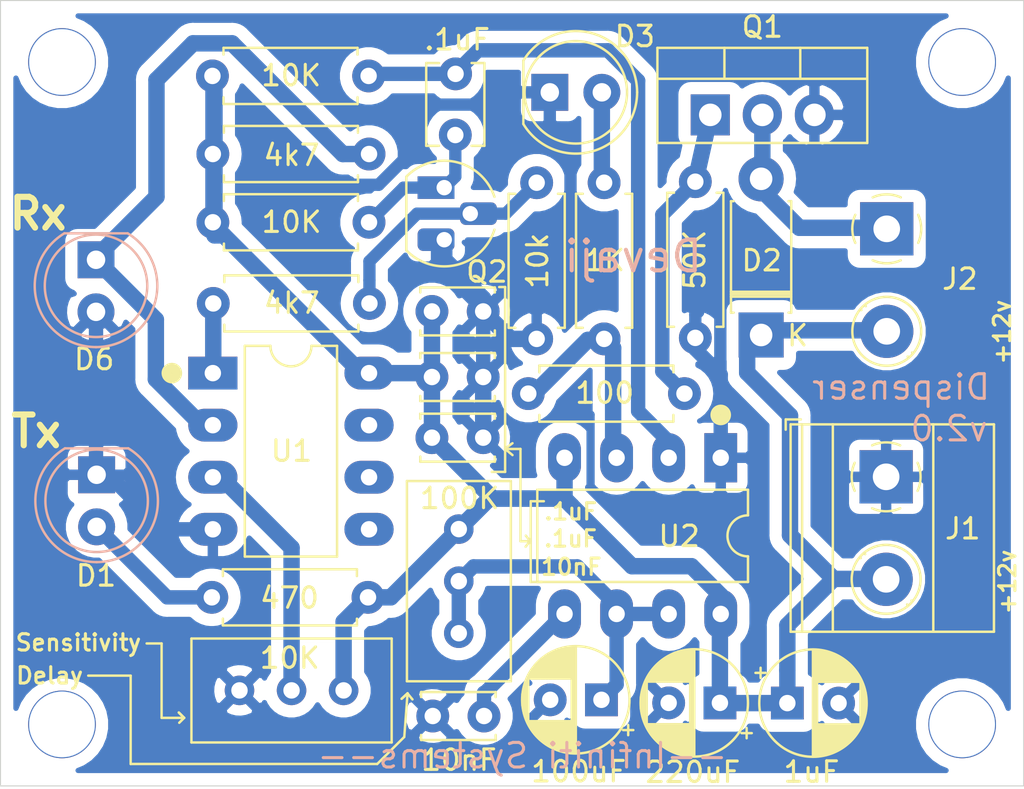
<source format=kicad_pcb>
(kicad_pcb (version 20171130) (host pcbnew "(5.1.4)-1")

  (general
    (thickness 1.6)
    (drawings 44)
    (tracks 154)
    (zones 0)
    (modules 29)
    (nets 19)
  )

  (page A4)
  (layers
    (0 F.Cu signal)
    (31 B.Cu signal)
    (32 B.Adhes user)
    (33 F.Adhes user)
    (34 B.Paste user)
    (35 F.Paste user)
    (36 B.SilkS user)
    (37 F.SilkS user)
    (38 B.Mask user)
    (39 F.Mask user)
    (40 Dwgs.User user)
    (41 Cmts.User user)
    (42 Eco1.User user)
    (43 Eco2.User user)
    (44 Edge.Cuts user)
    (45 Margin user)
    (46 B.CrtYd user)
    (47 F.CrtYd user)
    (48 B.Fab user)
    (49 F.Fab user)
  )

  (setup
    (last_trace_width 0.25)
    (user_trace_width 0.3)
    (user_trace_width 0.35)
    (user_trace_width 0.4)
    (user_trace_width 0.5)
    (user_trace_width 0.6)
    (user_trace_width 0.7)
    (user_trace_width 0.8)
    (trace_clearance 0.2)
    (zone_clearance 0.6)
    (zone_45_only no)
    (trace_min 0.2)
    (via_size 0.8)
    (via_drill 0.4)
    (via_min_size 0.4)
    (via_min_drill 0.3)
    (uvia_size 0.3)
    (uvia_drill 0.1)
    (uvias_allowed no)
    (uvia_min_size 0.2)
    (uvia_min_drill 0.1)
    (edge_width 0.05)
    (segment_width 0.2)
    (pcb_text_width 0.3)
    (pcb_text_size 1.5 1.5)
    (mod_edge_width 0.12)
    (mod_text_size 1 1)
    (mod_text_width 0.15)
    (pad_size 1.524 1.524)
    (pad_drill 0.762)
    (pad_to_mask_clearance 0.051)
    (solder_mask_min_width 0.25)
    (aux_axis_origin 0 0)
    (visible_elements 7FFFFFFF)
    (pcbplotparams
      (layerselection 0x00000_fffffffe)
      (usegerberextensions false)
      (usegerberattributes false)
      (usegerberadvancedattributes false)
      (creategerberjobfile false)
      (excludeedgelayer true)
      (linewidth 0.100000)
      (plotframeref false)
      (viasonmask false)
      (mode 1)
      (useauxorigin false)
      (hpglpennumber 1)
      (hpglpenspeed 20)
      (hpglpendiameter 15.000000)
      (psnegative false)
      (psa4output false)
      (plotreference true)
      (plotvalue true)
      (plotinvisibletext false)
      (padsonsilk false)
      (subtractmaskfromsilk false)
      (outputformat 4)
      (mirror false)
      (drillshape 2)
      (scaleselection 1)
      (outputdirectory "PDF/"))
  )

  (net 0 "")
  (net 1 GND)
  (net 2 +12V)
  (net 3 "Net-(C3-Pad1)")
  (net 4 "Net-(C5-Pad1)")
  (net 5 "Net-(D3-Pad2)")
  (net 6 "Net-(Q2-Pad2)")
  (net 7 "Net-(R3-Pad1)")
  (net 8 "Net-(RV1-Pad2)")
  (net 9 "Net-(U1-Pad7)")
  (net 10 "Net-(U1-Pad6)")
  (net 11 "Net-(U1-Pad5)")
  (net 12 "Net-(D1-Pad2)")
  (net 13 "Net-(D6-Pad1)")
  (net 14 "Net-(C6-Pad2)")
  (net 15 "Net-(C6-Pad1)")
  (net 16 "Net-(D2-Pad2)")
  (net 17 "Net-(Q1-Pad1)")
  (net 18 "Net-(R6-Pad2)")

  (net_class Default "This is the default net class."
    (clearance 0.2)
    (trace_width 0.25)
    (via_dia 0.8)
    (via_drill 0.4)
    (uvia_dia 0.3)
    (uvia_drill 0.1)
    (add_net +12V)
    (add_net GND)
    (add_net "Net-(C3-Pad1)")
    (add_net "Net-(C5-Pad1)")
    (add_net "Net-(C6-Pad1)")
    (add_net "Net-(C6-Pad2)")
    (add_net "Net-(D1-Pad2)")
    (add_net "Net-(D2-Pad2)")
    (add_net "Net-(D3-Pad2)")
    (add_net "Net-(D6-Pad1)")
    (add_net "Net-(Q1-Pad1)")
    (add_net "Net-(Q2-Pad2)")
    (add_net "Net-(R3-Pad1)")
    (add_net "Net-(R6-Pad2)")
    (add_net "Net-(RV1-Pad2)")
    (add_net "Net-(U1-Pad5)")
    (add_net "Net-(U1-Pad6)")
    (add_net "Net-(U1-Pad7)")
  )

  (module Capacitor_THT:C_Disc_D3.8mm_W2.6mm_P2.50mm (layer F.Cu) (tedit 5ED942BC) (tstamp 5EDA7729)
    (at 106.41 119.47 270)
    (descr "C, Disc series, Radial, pin pitch=2.50mm, , diameter*width=3.8*2.6mm^2, Capacitor, http://www.vishay.com/docs/45233/krseries.pdf")
    (tags "C Disc series Radial pin pitch 2.50mm  diameter 3.8mm width 2.6mm Capacitor")
    (path /5ECEAEB6)
    (fp_text reference C6 (at 1.29 0.13 180) (layer F.SilkS) hide
      (effects (font (size 1 1) (thickness 0.15)))
    )
    (fp_text value .1uF (at -1.91 -0.09 180) (layer F.SilkS)
      (effects (font (size 1 1) (thickness 0.15)))
    )
    (fp_text user %R (at 1.25 0 270) (layer F.Fab)
      (effects (font (size 0.76 0.76) (thickness 0.114)))
    )
    (fp_line (start 3.55 -1.55) (end -1.05 -1.55) (layer F.CrtYd) (width 0.05))
    (fp_line (start 3.55 1.55) (end 3.55 -1.55) (layer F.CrtYd) (width 0.05))
    (fp_line (start -1.05 1.55) (end 3.55 1.55) (layer F.CrtYd) (width 0.05))
    (fp_line (start -1.05 -1.55) (end -1.05 1.55) (layer F.CrtYd) (width 0.05))
    (fp_line (start 3.27 0.795) (end 3.27 1.42) (layer F.SilkS) (width 0.12))
    (fp_line (start 3.27 -1.42) (end 3.27 -0.795) (layer F.SilkS) (width 0.12))
    (fp_line (start -0.77 0.795) (end -0.77 1.42) (layer F.SilkS) (width 0.12))
    (fp_line (start -0.77 -1.42) (end -0.77 -0.795) (layer F.SilkS) (width 0.12))
    (fp_line (start -0.77 1.42) (end 3.27 1.42) (layer F.SilkS) (width 0.12))
    (fp_line (start -0.77 -1.42) (end 3.27 -1.42) (layer F.SilkS) (width 0.12))
    (fp_line (start 3.15 -1.3) (end -0.65 -1.3) (layer F.Fab) (width 0.1))
    (fp_line (start 3.15 1.3) (end 3.15 -1.3) (layer F.Fab) (width 0.1))
    (fp_line (start -0.65 1.3) (end 3.15 1.3) (layer F.Fab) (width 0.1))
    (fp_line (start -0.65 -1.3) (end -0.65 1.3) (layer F.Fab) (width 0.1))
    (pad 2 thru_hole circle (at 2.7432 0 270) (size 1.6 1.6) (drill 0.8) (layers *.Cu *.Mask)
      (net 14 "Net-(C6-Pad2)"))
    (pad 1 thru_hole circle (at -0.2413 -0.0127 270) (size 1.6 1.6) (drill 0.8) (layers *.Cu *.Mask)
      (net 15 "Net-(C6-Pad1)"))
    (model ${KISYS3DMOD}/Capacitor_THT.3dshapes/C_Disc_D3.8mm_W2.6mm_P2.50mm.wrl
      (at (xyz 0 0 0))
      (scale (xyz 1 1 1))
      (rotate (xyz 0 0 0))
    )
  )

  (module Diode_THT:D_DO-41_SOD81_P7.62mm_Horizontal (layer F.Cu) (tedit 5AE50CD5) (tstamp 5EDAF778)
    (at 121.33 131.97 90)
    (descr "Diode, DO-41_SOD81 series, Axial, Horizontal, pin pitch=7.62mm, , length*diameter=5.2*2.7mm^2, , http://www.diodes.com/_files/packages/DO-41%20(Plastic).pdf")
    (tags "Diode DO-41_SOD81 series Axial Horizontal pin pitch 7.62mm  length 5.2mm diameter 2.7mm")
    (path /5F3047D1)
    (fp_text reference D2 (at 3.63 0.03) (layer F.SilkS)
      (effects (font (size 1 1) (thickness 0.15)))
    )
    (fp_text value 1N4007 (at 3.88 0 90) (layer F.Fab)
      (effects (font (size 1 1) (thickness 0.15)))
    )
    (fp_text user K (at -0.03 1.78) (layer F.SilkS)
      (effects (font (size 1 1) (thickness 0.15)))
    )
    (fp_text user K (at 0 -2.1 90) (layer F.Fab)
      (effects (font (size 1 1) (thickness 0.15)))
    )
    (fp_text user %R (at 4.2 0 90) (layer F.Fab)
      (effects (font (size 1 1) (thickness 0.15)))
    )
    (fp_line (start 8.97 -1.6) (end -1.35 -1.6) (layer F.CrtYd) (width 0.05))
    (fp_line (start 8.97 1.6) (end 8.97 -1.6) (layer F.CrtYd) (width 0.05))
    (fp_line (start -1.35 1.6) (end 8.97 1.6) (layer F.CrtYd) (width 0.05))
    (fp_line (start -1.35 -1.6) (end -1.35 1.6) (layer F.CrtYd) (width 0.05))
    (fp_line (start 1.87 -1.47) (end 1.87 1.47) (layer F.SilkS) (width 0.12))
    (fp_line (start 2.11 -1.47) (end 2.11 1.47) (layer F.SilkS) (width 0.12))
    (fp_line (start 1.99 -1.47) (end 1.99 1.47) (layer F.SilkS) (width 0.12))
    (fp_line (start 6.53 1.47) (end 6.53 1.34) (layer F.SilkS) (width 0.12))
    (fp_line (start 1.09 1.47) (end 6.53 1.47) (layer F.SilkS) (width 0.12))
    (fp_line (start 1.09 1.34) (end 1.09 1.47) (layer F.SilkS) (width 0.12))
    (fp_line (start 6.53 -1.47) (end 6.53 -1.34) (layer F.SilkS) (width 0.12))
    (fp_line (start 1.09 -1.47) (end 6.53 -1.47) (layer F.SilkS) (width 0.12))
    (fp_line (start 1.09 -1.34) (end 1.09 -1.47) (layer F.SilkS) (width 0.12))
    (fp_line (start 1.89 -1.35) (end 1.89 1.35) (layer F.Fab) (width 0.1))
    (fp_line (start 2.09 -1.35) (end 2.09 1.35) (layer F.Fab) (width 0.1))
    (fp_line (start 1.99 -1.35) (end 1.99 1.35) (layer F.Fab) (width 0.1))
    (fp_line (start 7.62 0) (end 6.41 0) (layer F.Fab) (width 0.1))
    (fp_line (start 0 0) (end 1.21 0) (layer F.Fab) (width 0.1))
    (fp_line (start 6.41 -1.35) (end 1.21 -1.35) (layer F.Fab) (width 0.1))
    (fp_line (start 6.41 1.35) (end 6.41 -1.35) (layer F.Fab) (width 0.1))
    (fp_line (start 1.21 1.35) (end 6.41 1.35) (layer F.Fab) (width 0.1))
    (fp_line (start 1.21 -1.35) (end 1.21 1.35) (layer F.Fab) (width 0.1))
    (pad 2 thru_hole oval (at 7.62 0 90) (size 2.2 2.2) (drill 1.1) (layers *.Cu *.Mask)
      (net 16 "Net-(D2-Pad2)"))
    (pad 1 thru_hole rect (at 0 0 90) (size 2.2 2.2) (drill 1.1) (layers *.Cu *.Mask)
      (net 2 +12V))
    (model ${KISYS3DMOD}/Diode_THT.3dshapes/D_DO-41_SOD81_P7.62mm_Horizontal.wrl
      (at (xyz 0 0 0))
      (scale (xyz 1 1 1))
      (rotate (xyz 0 0 0))
    )
  )

  (module Package_TO_SOT_THT:TO-92_HandSolder (layer F.Cu) (tedit 5A282C46) (tstamp 5EDA7AC5)
    (at 105.87 124.78 270)
    (descr "TO-92 leads molded, narrow, drill 0.75mm, handsoldering variant with enlarged pads (see NXP sot054_po.pdf)")
    (tags "to-92 sc-43 sc-43a sot54 PA33 transistor")
    (path /5ECB3759)
    (fp_text reference Q2 (at 4.11 -2.08) (layer F.SilkS)
      (effects (font (size 1 1) (thickness 0.15)))
    )
    (fp_text value BC237 (at 1.27 2.79 90) (layer F.Fab)
      (effects (font (size 1 1) (thickness 0.15)))
    )
    (fp_arc (start 1.27 0) (end 2.05 -2.45) (angle 117.6433766) (layer F.SilkS) (width 0.12))
    (fp_arc (start 1.27 0) (end 1.27 -2.48) (angle -135) (layer F.Fab) (width 0.1))
    (fp_arc (start 1.27 0) (end 0.45 -2.45) (angle -116.9632683) (layer F.SilkS) (width 0.12))
    (fp_arc (start 1.27 0) (end 1.27 -2.48) (angle 135) (layer F.Fab) (width 0.1))
    (fp_line (start 4 2.01) (end -1.46 2.01) (layer F.CrtYd) (width 0.05))
    (fp_line (start 4 2.01) (end 4 -3.05) (layer F.CrtYd) (width 0.05))
    (fp_line (start -1.45 -3.05) (end -1.46 2.01) (layer F.CrtYd) (width 0.05))
    (fp_line (start -1.46 -3.05) (end 4 -3.05) (layer F.CrtYd) (width 0.05))
    (fp_line (start -0.5 1.75) (end 3 1.75) (layer F.Fab) (width 0.1))
    (fp_line (start -0.53 1.85) (end 3.07 1.85) (layer F.SilkS) (width 0.12))
    (fp_text user %R (at 1.27 -4.4 90) (layer F.Fab)
      (effects (font (size 1 1) (thickness 0.15)))
    )
    (pad 1 thru_hole rect (at 0 0 270) (size 1.1 1.8) (drill 0.75 (offset 0 0.4)) (layers *.Cu *.Mask)
      (net 14 "Net-(C6-Pad2)"))
    (pad 3 thru_hole roundrect (at 2.54 0 270) (size 1.1 1.8) (drill 0.75 (offset 0 0.4)) (layers *.Cu *.Mask) (roundrect_rratio 0.25)
      (net 1 GND))
    (pad 2 thru_hole roundrect (at 1.27 -1.27 270) (size 1.1 1.8) (drill 0.75 (offset 0 -0.4)) (layers *.Cu *.Mask) (roundrect_rratio 0.25)
      (net 6 "Net-(Q2-Pad2)"))
    (model ${KISYS3DMOD}/Package_TO_SOT_THT.3dshapes/TO-92.wrl
      (at (xyz 0 0 0))
      (scale (xyz 1 1 1))
      (rotate (xyz 0 0 0))
    )
  )

  (module TerminalBlock_Phoenix:TerminalBlock_Phoenix_MKDS-1,5-2_1x02_P5.00mm_Horizontal (layer F.Cu) (tedit 5B294EE5) (tstamp 5ED9D403)
    (at 127.43 138.89 270)
    (descr "Terminal Block Phoenix MKDS-1,5-2, 2 pins, pitch 5mm, size 10x9.8mm^2, drill diamater 1.3mm, pad diameter 2.6mm, see http://www.farnell.com/datasheets/100425.pdf, script-generated using https://github.com/pointhi/kicad-footprint-generator/scripts/TerminalBlock_Phoenix")
    (tags "THT Terminal Block Phoenix MKDS-1,5-2 pitch 5mm size 10x9.8mm^2 drill 1.3mm pad 2.6mm")
    (path /5EF655C4)
    (fp_text reference J1 (at 2.53 -3.74) (layer F.SilkS)
      (effects (font (size 1 1) (thickness 0.15)))
    )
    (fp_text value input (at 2.5 5.66 90) (layer F.Fab)
      (effects (font (size 1 1) (thickness 0.15)))
    )
    (fp_text user %R (at 2.5 3.2 90) (layer F.Fab)
      (effects (font (size 1 1) (thickness 0.15)))
    )
    (fp_line (start 8 -5.71) (end -3 -5.71) (layer F.CrtYd) (width 0.05))
    (fp_line (start 8 5.1) (end 8 -5.71) (layer F.CrtYd) (width 0.05))
    (fp_line (start -3 5.1) (end 8 5.1) (layer F.CrtYd) (width 0.05))
    (fp_line (start -3 -5.71) (end -3 5.1) (layer F.CrtYd) (width 0.05))
    (fp_line (start -2.8 4.9) (end -2.3 4.9) (layer F.SilkS) (width 0.12))
    (fp_line (start -2.8 4.16) (end -2.8 4.9) (layer F.SilkS) (width 0.12))
    (fp_line (start 3.773 1.023) (end 3.726 1.069) (layer F.SilkS) (width 0.12))
    (fp_line (start 6.07 -1.275) (end 6.035 -1.239) (layer F.SilkS) (width 0.12))
    (fp_line (start 3.966 1.239) (end 3.931 1.274) (layer F.SilkS) (width 0.12))
    (fp_line (start 6.275 -1.069) (end 6.228 -1.023) (layer F.SilkS) (width 0.12))
    (fp_line (start 5.955 -1.138) (end 3.863 0.955) (layer F.Fab) (width 0.1))
    (fp_line (start 6.138 -0.955) (end 4.046 1.138) (layer F.Fab) (width 0.1))
    (fp_line (start 0.955 -1.138) (end -1.138 0.955) (layer F.Fab) (width 0.1))
    (fp_line (start 1.138 -0.955) (end -0.955 1.138) (layer F.Fab) (width 0.1))
    (fp_line (start 7.56 -5.261) (end 7.56 4.66) (layer F.SilkS) (width 0.12))
    (fp_line (start -2.56 -5.261) (end -2.56 4.66) (layer F.SilkS) (width 0.12))
    (fp_line (start -2.56 4.66) (end 7.56 4.66) (layer F.SilkS) (width 0.12))
    (fp_line (start -2.56 -5.261) (end 7.56 -5.261) (layer F.SilkS) (width 0.12))
    (fp_line (start -2.56 -2.301) (end 7.56 -2.301) (layer F.SilkS) (width 0.12))
    (fp_line (start -2.5 -2.3) (end 7.5 -2.3) (layer F.Fab) (width 0.1))
    (fp_line (start -2.56 2.6) (end 7.56 2.6) (layer F.SilkS) (width 0.12))
    (fp_line (start -2.5 2.6) (end 7.5 2.6) (layer F.Fab) (width 0.1))
    (fp_line (start -2.56 4.1) (end 7.56 4.1) (layer F.SilkS) (width 0.12))
    (fp_line (start -2.5 4.1) (end 7.5 4.1) (layer F.Fab) (width 0.1))
    (fp_line (start -2.5 4.1) (end -2.5 -5.2) (layer F.Fab) (width 0.1))
    (fp_line (start -2 4.6) (end -2.5 4.1) (layer F.Fab) (width 0.1))
    (fp_line (start 7.5 4.6) (end -2 4.6) (layer F.Fab) (width 0.1))
    (fp_line (start 7.5 -5.2) (end 7.5 4.6) (layer F.Fab) (width 0.1))
    (fp_line (start -2.5 -5.2) (end 7.5 -5.2) (layer F.Fab) (width 0.1))
    (fp_circle (center 5 0) (end 6.68 0) (layer F.SilkS) (width 0.12))
    (fp_circle (center 5 0) (end 6.5 0) (layer F.Fab) (width 0.1))
    (fp_circle (center 0 0) (end 1.5 0) (layer F.Fab) (width 0.1))
    (fp_arc (start 0 0) (end -0.684 1.535) (angle -25) (layer F.SilkS) (width 0.12))
    (fp_arc (start 0 0) (end -1.535 -0.684) (angle -48) (layer F.SilkS) (width 0.12))
    (fp_arc (start 0 0) (end 0.684 -1.535) (angle -48) (layer F.SilkS) (width 0.12))
    (fp_arc (start 0 0) (end 1.535 0.684) (angle -48) (layer F.SilkS) (width 0.12))
    (fp_arc (start 0 0) (end 0 1.68) (angle -24) (layer F.SilkS) (width 0.12))
    (pad 2 thru_hole circle (at 5 0 270) (size 2.6 2.6) (drill 1.3) (layers *.Cu *.Mask)
      (net 2 +12V))
    (pad 1 thru_hole rect (at 0 0 270) (size 2.6 2.6) (drill 1.3) (layers *.Cu *.Mask)
      (net 1 GND))
    (model ${KISYS3DMOD}/TerminalBlock_Phoenix.3dshapes/TerminalBlock_Phoenix_MKDS-1,5-2_1x02_P5.00mm_Horizontal.wrl
      (at (xyz 0 0 0))
      (scale (xyz 1 1 1))
      (rotate (xyz 0 0 0))
    )
  )

  (module Resistor_THT:R_Axial_DIN0207_L6.3mm_D2.5mm_P7.62mm_Horizontal (layer F.Cu) (tedit 5AE5139B) (tstamp 5EDA4ADF)
    (at 109.97 134.83)
    (descr "Resistor, Axial_DIN0207 series, Axial, Horizontal, pin pitch=7.62mm, 0.25W = 1/4W, length*diameter=6.3*2.5mm^2, http://cdn-reichelt.de/documents/datenblatt/B400/1_4W%23YAG.pdf")
    (tags "Resistor Axial_DIN0207 series Axial Horizontal pin pitch 7.62mm 0.25W = 1/4W length 6.3mm diameter 2.5mm")
    (path /5ED96730)
    (fp_text reference R8 (at 3.83 0.02) (layer F.SilkS) hide
      (effects (font (size 1 1) (thickness 0.15)))
    )
    (fp_text value 100 (at 3.73 -0.03) (layer F.SilkS)
      (effects (font (size 1 1) (thickness 0.15)))
    )
    (fp_text user %R (at 3.81 0) (layer F.Fab)
      (effects (font (size 1 1) (thickness 0.15)))
    )
    (fp_line (start 8.67 -1.5) (end -1.05 -1.5) (layer F.CrtYd) (width 0.05))
    (fp_line (start 8.67 1.5) (end 8.67 -1.5) (layer F.CrtYd) (width 0.05))
    (fp_line (start -1.05 1.5) (end 8.67 1.5) (layer F.CrtYd) (width 0.05))
    (fp_line (start -1.05 -1.5) (end -1.05 1.5) (layer F.CrtYd) (width 0.05))
    (fp_line (start 7.08 1.37) (end 7.08 1.04) (layer F.SilkS) (width 0.12))
    (fp_line (start 0.54 1.37) (end 7.08 1.37) (layer F.SilkS) (width 0.12))
    (fp_line (start 0.54 1.04) (end 0.54 1.37) (layer F.SilkS) (width 0.12))
    (fp_line (start 7.08 -1.37) (end 7.08 -1.04) (layer F.SilkS) (width 0.12))
    (fp_line (start 0.54 -1.37) (end 7.08 -1.37) (layer F.SilkS) (width 0.12))
    (fp_line (start 0.54 -1.04) (end 0.54 -1.37) (layer F.SilkS) (width 0.12))
    (fp_line (start 7.62 0) (end 6.96 0) (layer F.Fab) (width 0.1))
    (fp_line (start 0 0) (end 0.66 0) (layer F.Fab) (width 0.1))
    (fp_line (start 6.96 -1.25) (end 0.66 -1.25) (layer F.Fab) (width 0.1))
    (fp_line (start 6.96 1.25) (end 6.96 -1.25) (layer F.Fab) (width 0.1))
    (fp_line (start 0.66 1.25) (end 6.96 1.25) (layer F.Fab) (width 0.1))
    (fp_line (start 0.66 -1.25) (end 0.66 1.25) (layer F.Fab) (width 0.1))
    (pad 2 thru_hole oval (at 7.62 0) (size 1.6 1.6) (drill 0.8) (layers *.Cu *.Mask)
      (net 17 "Net-(Q1-Pad1)"))
    (pad 1 thru_hole circle (at 0 0) (size 1.6 1.6) (drill 0.8) (layers *.Cu *.Mask)
      (net 18 "Net-(R6-Pad2)"))
    (model ${KISYS3DMOD}/Resistor_THT.3dshapes/R_Axial_DIN0207_L6.3mm_D2.5mm_P7.62mm_Horizontal.wrl
      (at (xyz 0 0 0))
      (scale (xyz 1 1 1))
      (rotate (xyz 0 0 0))
    )
  )

  (module Package_DIP:DIP-8_W7.62mm_LongPads (layer F.Cu) (tedit 5A02E8C5) (tstamp 5EDA4354)
    (at 94.58 133.83)
    (descr "8-lead though-hole mounted DIP package, row spacing 7.62 mm (300 mils), LongPads")
    (tags "THT DIP DIL PDIP 2.54mm 7.62mm 300mil LongPads")
    (path /5ECD3EF9)
    (fp_text reference U1 (at 3.84 3.8) (layer F.SilkS)
      (effects (font (size 1 1) (thickness 0.15)))
    )
    (fp_text value LM358 (at 3.81 9.95) (layer F.Fab)
      (effects (font (size 1 1) (thickness 0.15)))
    )
    (fp_text user %R (at 3.81 3.81) (layer F.Fab)
      (effects (font (size 1 1) (thickness 0.15)))
    )
    (fp_line (start 9.1 -1.55) (end -1.45 -1.55) (layer F.CrtYd) (width 0.05))
    (fp_line (start 9.1 9.15) (end 9.1 -1.55) (layer F.CrtYd) (width 0.05))
    (fp_line (start -1.45 9.15) (end 9.1 9.15) (layer F.CrtYd) (width 0.05))
    (fp_line (start -1.45 -1.55) (end -1.45 9.15) (layer F.CrtYd) (width 0.05))
    (fp_line (start 6.06 -1.33) (end 4.81 -1.33) (layer F.SilkS) (width 0.12))
    (fp_line (start 6.06 8.95) (end 6.06 -1.33) (layer F.SilkS) (width 0.12))
    (fp_line (start 1.56 8.95) (end 6.06 8.95) (layer F.SilkS) (width 0.12))
    (fp_line (start 1.56 -1.33) (end 1.56 8.95) (layer F.SilkS) (width 0.12))
    (fp_line (start 2.81 -1.33) (end 1.56 -1.33) (layer F.SilkS) (width 0.12))
    (fp_line (start 0.635 -0.27) (end 1.635 -1.27) (layer F.Fab) (width 0.1))
    (fp_line (start 0.635 8.89) (end 0.635 -0.27) (layer F.Fab) (width 0.1))
    (fp_line (start 6.985 8.89) (end 0.635 8.89) (layer F.Fab) (width 0.1))
    (fp_line (start 6.985 -1.27) (end 6.985 8.89) (layer F.Fab) (width 0.1))
    (fp_line (start 1.635 -1.27) (end 6.985 -1.27) (layer F.Fab) (width 0.1))
    (fp_arc (start 3.81 -1.33) (end 2.81 -1.33) (angle -180) (layer F.SilkS) (width 0.12))
    (pad 8 thru_hole oval (at 7.62 0) (size 2.4 1.6) (drill 0.8) (layers *.Cu *.Mask)
      (net 2 +12V))
    (pad 4 thru_hole oval (at 0 7.62) (size 2.4 1.6) (drill 0.8) (layers *.Cu *.Mask)
      (net 1 GND))
    (pad 7 thru_hole oval (at 7.62 2.54) (size 2.4 1.6) (drill 0.8) (layers *.Cu *.Mask)
      (net 9 "Net-(U1-Pad7)"))
    (pad 3 thru_hole oval (at 0 5.08) (size 2.4 1.6) (drill 0.8) (layers *.Cu *.Mask)
      (net 8 "Net-(RV1-Pad2)"))
    (pad 6 thru_hole oval (at 7.62 5.08) (size 2.4 1.6) (drill 0.8) (layers *.Cu *.Mask)
      (net 10 "Net-(U1-Pad6)"))
    (pad 2 thru_hole oval (at 0 2.54) (size 2.4 1.6) (drill 0.8) (layers *.Cu *.Mask)
      (net 13 "Net-(D6-Pad1)"))
    (pad 5 thru_hole oval (at 7.62 7.62) (size 2.4 1.6) (drill 0.8) (layers *.Cu *.Mask)
      (net 11 "Net-(U1-Pad5)"))
    (pad 1 thru_hole rect (at 0 0) (size 2.4 1.6) (drill 0.8) (layers *.Cu *.Mask)
      (net 7 "Net-(R3-Pad1)"))
    (model ${KISYS3DMOD}/Package_DIP.3dshapes/DIP-8_W7.62mm.wrl
      (at (xyz 0 0 0))
      (scale (xyz 1 1 1))
      (rotate (xyz 0 0 0))
    )
  )

  (module Resistor_THT:R_Axial_DIN0207_L6.3mm_D2.5mm_P7.62mm_Horizontal (layer F.Cu) (tedit 5AE5139B) (tstamp 5EDA7999)
    (at 118.12 124.49 270)
    (descr "Resistor, Axial_DIN0207 series, Axial, Horizontal, pin pitch=7.62mm, 0.25W = 1/4W, length*diameter=6.3*2.5mm^2, http://cdn-reichelt.de/documents/datenblatt/B400/1_4W%23YAG.pdf")
    (tags "Resistor Axial_DIN0207 series Axial Horizontal pin pitch 7.62mm 0.25W = 1/4W length 6.3mm diameter 2.5mm")
    (path /5EDC0CFC)
    (fp_text reference R9 (at 3.9 -0.06) (layer F.SilkS) hide
      (effects (font (size 1 1) (thickness 0.15)))
    )
    (fp_text value 50K (at 3.81 0.03 90) (layer F.SilkS)
      (effects (font (size 1 1) (thickness 0.15)))
    )
    (fp_text user %R (at 3.81 0 90) (layer F.Fab)
      (effects (font (size 1 1) (thickness 0.15)))
    )
    (fp_line (start 8.67 -1.5) (end -1.05 -1.5) (layer F.CrtYd) (width 0.05))
    (fp_line (start 8.67 1.5) (end 8.67 -1.5) (layer F.CrtYd) (width 0.05))
    (fp_line (start -1.05 1.5) (end 8.67 1.5) (layer F.CrtYd) (width 0.05))
    (fp_line (start -1.05 -1.5) (end -1.05 1.5) (layer F.CrtYd) (width 0.05))
    (fp_line (start 7.08 1.37) (end 7.08 1.04) (layer F.SilkS) (width 0.12))
    (fp_line (start 0.54 1.37) (end 7.08 1.37) (layer F.SilkS) (width 0.12))
    (fp_line (start 0.54 1.04) (end 0.54 1.37) (layer F.SilkS) (width 0.12))
    (fp_line (start 7.08 -1.37) (end 7.08 -1.04) (layer F.SilkS) (width 0.12))
    (fp_line (start 0.54 -1.37) (end 7.08 -1.37) (layer F.SilkS) (width 0.12))
    (fp_line (start 0.54 -1.04) (end 0.54 -1.37) (layer F.SilkS) (width 0.12))
    (fp_line (start 7.62 0) (end 6.96 0) (layer F.Fab) (width 0.1))
    (fp_line (start 0 0) (end 0.66 0) (layer F.Fab) (width 0.1))
    (fp_line (start 6.96 -1.25) (end 0.66 -1.25) (layer F.Fab) (width 0.1))
    (fp_line (start 6.96 1.25) (end 6.96 -1.25) (layer F.Fab) (width 0.1))
    (fp_line (start 0.66 1.25) (end 6.96 1.25) (layer F.Fab) (width 0.1))
    (fp_line (start 0.66 -1.25) (end 0.66 1.25) (layer F.Fab) (width 0.1))
    (pad 2 thru_hole oval (at 7.62 0 270) (size 1.6 1.6) (drill 0.8) (layers *.Cu *.Mask)
      (net 1 GND))
    (pad 1 thru_hole circle (at 0 0 270) (size 1.6 1.6) (drill 0.8) (layers *.Cu *.Mask)
      (net 17 "Net-(Q1-Pad1)"))
    (model ${KISYS3DMOD}/Resistor_THT.3dshapes/R_Axial_DIN0207_L6.3mm_D2.5mm_P7.62mm_Horizontal.wrl
      (at (xyz 0 0 0))
      (scale (xyz 1 1 1))
      (rotate (xyz 0 0 0))
    )
  )

  (module Resistor_THT:R_Axial_DIN0207_L6.3mm_D2.5mm_P7.62mm_Horizontal (layer F.Cu) (tedit 5AE5139B) (tstamp 5EDA50FB)
    (at 110.38 124.54 270)
    (descr "Resistor, Axial_DIN0207 series, Axial, Horizontal, pin pitch=7.62mm, 0.25W = 1/4W, length*diameter=6.3*2.5mm^2, http://cdn-reichelt.de/documents/datenblatt/B400/1_4W%23YAG.pdf")
    (tags "Resistor Axial_DIN0207 series Axial Horizontal pin pitch 7.62mm 0.25W = 1/4W length 6.3mm diameter 2.5mm")
    (path /5EDCC13A)
    (fp_text reference R7 (at 3.88 0.01) (layer F.SilkS) hide
      (effects (font (size 1 1) (thickness 0.15)))
    )
    (fp_text value 10k (at 3.81 -0.04 90) (layer F.SilkS)
      (effects (font (size 1 1) (thickness 0.15)))
    )
    (fp_text user %R (at 3.81 0 90) (layer F.Fab)
      (effects (font (size 1 1) (thickness 0.15)))
    )
    (fp_line (start 8.67 -1.5) (end -1.05 -1.5) (layer F.CrtYd) (width 0.05))
    (fp_line (start 8.67 1.5) (end 8.67 -1.5) (layer F.CrtYd) (width 0.05))
    (fp_line (start -1.05 1.5) (end 8.67 1.5) (layer F.CrtYd) (width 0.05))
    (fp_line (start -1.05 -1.5) (end -1.05 1.5) (layer F.CrtYd) (width 0.05))
    (fp_line (start 7.08 1.37) (end 7.08 1.04) (layer F.SilkS) (width 0.12))
    (fp_line (start 0.54 1.37) (end 7.08 1.37) (layer F.SilkS) (width 0.12))
    (fp_line (start 0.54 1.04) (end 0.54 1.37) (layer F.SilkS) (width 0.12))
    (fp_line (start 7.08 -1.37) (end 7.08 -1.04) (layer F.SilkS) (width 0.12))
    (fp_line (start 0.54 -1.37) (end 7.08 -1.37) (layer F.SilkS) (width 0.12))
    (fp_line (start 0.54 -1.04) (end 0.54 -1.37) (layer F.SilkS) (width 0.12))
    (fp_line (start 7.62 0) (end 6.96 0) (layer F.Fab) (width 0.1))
    (fp_line (start 0 0) (end 0.66 0) (layer F.Fab) (width 0.1))
    (fp_line (start 6.96 -1.25) (end 0.66 -1.25) (layer F.Fab) (width 0.1))
    (fp_line (start 6.96 1.25) (end 6.96 -1.25) (layer F.Fab) (width 0.1))
    (fp_line (start 0.66 1.25) (end 6.96 1.25) (layer F.Fab) (width 0.1))
    (fp_line (start 0.66 -1.25) (end 0.66 1.25) (layer F.Fab) (width 0.1))
    (pad 2 thru_hole oval (at 7.62 0 270) (size 1.6 1.6) (drill 0.8) (layers *.Cu *.Mask)
      (net 1 GND))
    (pad 1 thru_hole circle (at 0 0 270) (size 1.6 1.6) (drill 0.8) (layers *.Cu *.Mask)
      (net 6 "Net-(Q2-Pad2)"))
    (model ${KISYS3DMOD}/Resistor_THT.3dshapes/R_Axial_DIN0207_L6.3mm_D2.5mm_P7.62mm_Horizontal.wrl
      (at (xyz 0 0 0))
      (scale (xyz 1 1 1))
      (rotate (xyz 0 0 0))
    )
  )

  (module Package_TO_SOT_THT:TO-220-3_Vertical (layer F.Cu) (tedit 5AC8BA0D) (tstamp 5ED97B02)
    (at 118.85 121.23)
    (descr "TO-220-3, Vertical, RM 2.54mm, see https://www.vishay.com/docs/66542/to-220-1.pdf")
    (tags "TO-220-3 Vertical RM 2.54mm")
    (path /5ED99A3B)
    (fp_text reference Q1 (at 2.54 -4.29) (layer F.SilkS)
      (effects (font (size 1 1) (thickness 0.15)))
    )
    (fp_text value IRF740 (at 2.54 2.5) (layer F.Fab)
      (effects (font (size 1 1) (thickness 0.15)))
    )
    (fp_text user %R (at 2.54 -4.27) (layer F.Fab)
      (effects (font (size 1 1) (thickness 0.15)))
    )
    (fp_line (start 7.79 -3.4) (end -2.71 -3.4) (layer F.CrtYd) (width 0.05))
    (fp_line (start 7.79 1.51) (end 7.79 -3.4) (layer F.CrtYd) (width 0.05))
    (fp_line (start -2.71 1.51) (end 7.79 1.51) (layer F.CrtYd) (width 0.05))
    (fp_line (start -2.71 -3.4) (end -2.71 1.51) (layer F.CrtYd) (width 0.05))
    (fp_line (start 4.391 -3.27) (end 4.391 -1.76) (layer F.SilkS) (width 0.12))
    (fp_line (start 0.69 -3.27) (end 0.69 -1.76) (layer F.SilkS) (width 0.12))
    (fp_line (start -2.58 -1.76) (end 7.66 -1.76) (layer F.SilkS) (width 0.12))
    (fp_line (start 7.66 -3.27) (end 7.66 1.371) (layer F.SilkS) (width 0.12))
    (fp_line (start -2.58 -3.27) (end -2.58 1.371) (layer F.SilkS) (width 0.12))
    (fp_line (start -2.58 1.371) (end 7.66 1.371) (layer F.SilkS) (width 0.12))
    (fp_line (start -2.58 -3.27) (end 7.66 -3.27) (layer F.SilkS) (width 0.12))
    (fp_line (start 4.39 -3.15) (end 4.39 -1.88) (layer F.Fab) (width 0.1))
    (fp_line (start 0.69 -3.15) (end 0.69 -1.88) (layer F.Fab) (width 0.1))
    (fp_line (start -2.46 -1.88) (end 7.54 -1.88) (layer F.Fab) (width 0.1))
    (fp_line (start 7.54 -3.15) (end -2.46 -3.15) (layer F.Fab) (width 0.1))
    (fp_line (start 7.54 1.25) (end 7.54 -3.15) (layer F.Fab) (width 0.1))
    (fp_line (start -2.46 1.25) (end 7.54 1.25) (layer F.Fab) (width 0.1))
    (fp_line (start -2.46 -3.15) (end -2.46 1.25) (layer F.Fab) (width 0.1))
    (pad 3 thru_hole oval (at 5.08 0) (size 1.905 2) (drill 1.1) (layers *.Cu *.Mask)
      (net 1 GND))
    (pad 2 thru_hole oval (at 2.54 0) (size 1.905 2) (drill 1.1) (layers *.Cu *.Mask)
      (net 16 "Net-(D2-Pad2)"))
    (pad 1 thru_hole rect (at 0 0) (size 1.905 2) (drill 1.1) (layers *.Cu *.Mask)
      (net 17 "Net-(Q1-Pad1)"))
    (model ${KISYS3DMOD}/Package_TO_SOT_THT.3dshapes/TO-220-3_Vertical.wrl
      (at (xyz 0 0 0))
      (scale (xyz 1 1 1))
      (rotate (xyz 0 0 0))
    )
  )

  (module Capacitor_THT:C_Disc_D3.4mm_W2.1mm_P2.50mm (layer F.Cu) (tedit 5AE50EF0) (tstamp 5EDA8234)
    (at 105.27 134.02)
    (descr "C, Disc series, Radial, pin pitch=2.50mm, , diameter*width=3.4*2.1mm^2, Capacitor, http://www.vishay.com/docs/45233/krseries.pdf")
    (tags "C Disc series Radial pin pitch 2.50mm  diameter 3.4mm width 2.1mm Capacitor")
    (path /5EDE6C2A)
    (fp_text reference C8 (at 1.27 -0.63) (layer F.SilkS) hide
      (effects (font (size 1 1) (thickness 0.15)))
    )
    (fp_text value .1uF (at 6.76 7.89) (layer F.SilkS)
      (effects (font (size 0.8 0.8) (thickness 0.15)))
    )
    (fp_line (start -0.45 -1.05) (end -0.45 1.05) (layer F.Fab) (width 0.1))
    (fp_line (start -0.45 1.05) (end 2.95 1.05) (layer F.Fab) (width 0.1))
    (fp_line (start 2.95 1.05) (end 2.95 -1.05) (layer F.Fab) (width 0.1))
    (fp_line (start 2.95 -1.05) (end -0.45 -1.05) (layer F.Fab) (width 0.1))
    (fp_line (start -0.57 -1.17) (end 3.07 -1.17) (layer F.SilkS) (width 0.12))
    (fp_line (start -0.57 1.17) (end 3.07 1.17) (layer F.SilkS) (width 0.12))
    (fp_line (start -0.57 -1.17) (end -0.57 -0.925) (layer F.SilkS) (width 0.12))
    (fp_line (start -0.57 0.925) (end -0.57 1.17) (layer F.SilkS) (width 0.12))
    (fp_line (start 3.07 -1.17) (end 3.07 -0.925) (layer F.SilkS) (width 0.12))
    (fp_line (start 3.07 0.925) (end 3.07 1.17) (layer F.SilkS) (width 0.12))
    (fp_line (start -1.05 -1.3) (end -1.05 1.3) (layer F.CrtYd) (width 0.05))
    (fp_line (start -1.05 1.3) (end 3.55 1.3) (layer F.CrtYd) (width 0.05))
    (fp_line (start 3.55 1.3) (end 3.55 -1.3) (layer F.CrtYd) (width 0.05))
    (fp_line (start 3.55 -1.3) (end -1.05 -1.3) (layer F.CrtYd) (width 0.05))
    (fp_text user %R (at 1.25 0) (layer F.Fab)
      (effects (font (size 0.68 0.68) (thickness 0.102)))
    )
    (pad 1 thru_hole circle (at 0 0) (size 1.6 1.6) (drill 0.8) (layers *.Cu *.Mask)
      (net 2 +12V))
    (pad 2 thru_hole circle (at 2.5 0) (size 1.6 1.6) (drill 0.8) (layers *.Cu *.Mask)
      (net 1 GND))
    (model ${KISYS3DMOD}/Capacitor_THT.3dshapes/C_Disc_D3.4mm_W2.1mm_P2.50mm.wrl
      (at (xyz 0 0 0))
      (scale (xyz 1 1 1))
      (rotate (xyz 0 0 0))
    )
  )

  (module Capacitor_THT:CP_Radial_D5.0mm_P2.50mm (layer F.Cu) (tedit 5AE50EF0) (tstamp 5EDA7567)
    (at 122.61 149.93)
    (descr "CP, Radial series, Radial, pin pitch=2.50mm, , diameter=5mm, Electrolytic Capacitor")
    (tags "CP Radial series Radial pin pitch 2.50mm  diameter 5mm Electrolytic Capacitor")
    (path /5EDEBDBD)
    (fp_text reference C7 (at 1.58 1.82) (layer F.SilkS) hide
      (effects (font (size 1 1) (thickness 0.15)))
    )
    (fp_text value 1uF (at 1.18 3.36) (layer F.SilkS)
      (effects (font (size 1 1) (thickness 0.15)))
    )
    (fp_text user %R (at 1.25 0) (layer F.Fab)
      (effects (font (size 1 1) (thickness 0.15)))
    )
    (fp_line (start -1.304775 -1.725) (end -1.304775 -1.225) (layer F.SilkS) (width 0.12))
    (fp_line (start -1.554775 -1.475) (end -1.054775 -1.475) (layer F.SilkS) (width 0.12))
    (fp_line (start 3.851 -0.284) (end 3.851 0.284) (layer F.SilkS) (width 0.12))
    (fp_line (start 3.811 -0.518) (end 3.811 0.518) (layer F.SilkS) (width 0.12))
    (fp_line (start 3.771 -0.677) (end 3.771 0.677) (layer F.SilkS) (width 0.12))
    (fp_line (start 3.731 -0.805) (end 3.731 0.805) (layer F.SilkS) (width 0.12))
    (fp_line (start 3.691 -0.915) (end 3.691 0.915) (layer F.SilkS) (width 0.12))
    (fp_line (start 3.651 -1.011) (end 3.651 1.011) (layer F.SilkS) (width 0.12))
    (fp_line (start 3.611 -1.098) (end 3.611 1.098) (layer F.SilkS) (width 0.12))
    (fp_line (start 3.571 -1.178) (end 3.571 1.178) (layer F.SilkS) (width 0.12))
    (fp_line (start 3.531 1.04) (end 3.531 1.251) (layer F.SilkS) (width 0.12))
    (fp_line (start 3.531 -1.251) (end 3.531 -1.04) (layer F.SilkS) (width 0.12))
    (fp_line (start 3.491 1.04) (end 3.491 1.319) (layer F.SilkS) (width 0.12))
    (fp_line (start 3.491 -1.319) (end 3.491 -1.04) (layer F.SilkS) (width 0.12))
    (fp_line (start 3.451 1.04) (end 3.451 1.383) (layer F.SilkS) (width 0.12))
    (fp_line (start 3.451 -1.383) (end 3.451 -1.04) (layer F.SilkS) (width 0.12))
    (fp_line (start 3.411 1.04) (end 3.411 1.443) (layer F.SilkS) (width 0.12))
    (fp_line (start 3.411 -1.443) (end 3.411 -1.04) (layer F.SilkS) (width 0.12))
    (fp_line (start 3.371 1.04) (end 3.371 1.5) (layer F.SilkS) (width 0.12))
    (fp_line (start 3.371 -1.5) (end 3.371 -1.04) (layer F.SilkS) (width 0.12))
    (fp_line (start 3.331 1.04) (end 3.331 1.554) (layer F.SilkS) (width 0.12))
    (fp_line (start 3.331 -1.554) (end 3.331 -1.04) (layer F.SilkS) (width 0.12))
    (fp_line (start 3.291 1.04) (end 3.291 1.605) (layer F.SilkS) (width 0.12))
    (fp_line (start 3.291 -1.605) (end 3.291 -1.04) (layer F.SilkS) (width 0.12))
    (fp_line (start 3.251 1.04) (end 3.251 1.653) (layer F.SilkS) (width 0.12))
    (fp_line (start 3.251 -1.653) (end 3.251 -1.04) (layer F.SilkS) (width 0.12))
    (fp_line (start 3.211 1.04) (end 3.211 1.699) (layer F.SilkS) (width 0.12))
    (fp_line (start 3.211 -1.699) (end 3.211 -1.04) (layer F.SilkS) (width 0.12))
    (fp_line (start 3.171 1.04) (end 3.171 1.743) (layer F.SilkS) (width 0.12))
    (fp_line (start 3.171 -1.743) (end 3.171 -1.04) (layer F.SilkS) (width 0.12))
    (fp_line (start 3.131 1.04) (end 3.131 1.785) (layer F.SilkS) (width 0.12))
    (fp_line (start 3.131 -1.785) (end 3.131 -1.04) (layer F.SilkS) (width 0.12))
    (fp_line (start 3.091 1.04) (end 3.091 1.826) (layer F.SilkS) (width 0.12))
    (fp_line (start 3.091 -1.826) (end 3.091 -1.04) (layer F.SilkS) (width 0.12))
    (fp_line (start 3.051 1.04) (end 3.051 1.864) (layer F.SilkS) (width 0.12))
    (fp_line (start 3.051 -1.864) (end 3.051 -1.04) (layer F.SilkS) (width 0.12))
    (fp_line (start 3.011 1.04) (end 3.011 1.901) (layer F.SilkS) (width 0.12))
    (fp_line (start 3.011 -1.901) (end 3.011 -1.04) (layer F.SilkS) (width 0.12))
    (fp_line (start 2.971 1.04) (end 2.971 1.937) (layer F.SilkS) (width 0.12))
    (fp_line (start 2.971 -1.937) (end 2.971 -1.04) (layer F.SilkS) (width 0.12))
    (fp_line (start 2.931 1.04) (end 2.931 1.971) (layer F.SilkS) (width 0.12))
    (fp_line (start 2.931 -1.971) (end 2.931 -1.04) (layer F.SilkS) (width 0.12))
    (fp_line (start 2.891 1.04) (end 2.891 2.004) (layer F.SilkS) (width 0.12))
    (fp_line (start 2.891 -2.004) (end 2.891 -1.04) (layer F.SilkS) (width 0.12))
    (fp_line (start 2.851 1.04) (end 2.851 2.035) (layer F.SilkS) (width 0.12))
    (fp_line (start 2.851 -2.035) (end 2.851 -1.04) (layer F.SilkS) (width 0.12))
    (fp_line (start 2.811 1.04) (end 2.811 2.065) (layer F.SilkS) (width 0.12))
    (fp_line (start 2.811 -2.065) (end 2.811 -1.04) (layer F.SilkS) (width 0.12))
    (fp_line (start 2.771 1.04) (end 2.771 2.095) (layer F.SilkS) (width 0.12))
    (fp_line (start 2.771 -2.095) (end 2.771 -1.04) (layer F.SilkS) (width 0.12))
    (fp_line (start 2.731 1.04) (end 2.731 2.122) (layer F.SilkS) (width 0.12))
    (fp_line (start 2.731 -2.122) (end 2.731 -1.04) (layer F.SilkS) (width 0.12))
    (fp_line (start 2.691 1.04) (end 2.691 2.149) (layer F.SilkS) (width 0.12))
    (fp_line (start 2.691 -2.149) (end 2.691 -1.04) (layer F.SilkS) (width 0.12))
    (fp_line (start 2.651 1.04) (end 2.651 2.175) (layer F.SilkS) (width 0.12))
    (fp_line (start 2.651 -2.175) (end 2.651 -1.04) (layer F.SilkS) (width 0.12))
    (fp_line (start 2.611 1.04) (end 2.611 2.2) (layer F.SilkS) (width 0.12))
    (fp_line (start 2.611 -2.2) (end 2.611 -1.04) (layer F.SilkS) (width 0.12))
    (fp_line (start 2.571 1.04) (end 2.571 2.224) (layer F.SilkS) (width 0.12))
    (fp_line (start 2.571 -2.224) (end 2.571 -1.04) (layer F.SilkS) (width 0.12))
    (fp_line (start 2.531 1.04) (end 2.531 2.247) (layer F.SilkS) (width 0.12))
    (fp_line (start 2.531 -2.247) (end 2.531 -1.04) (layer F.SilkS) (width 0.12))
    (fp_line (start 2.491 1.04) (end 2.491 2.268) (layer F.SilkS) (width 0.12))
    (fp_line (start 2.491 -2.268) (end 2.491 -1.04) (layer F.SilkS) (width 0.12))
    (fp_line (start 2.451 1.04) (end 2.451 2.29) (layer F.SilkS) (width 0.12))
    (fp_line (start 2.451 -2.29) (end 2.451 -1.04) (layer F.SilkS) (width 0.12))
    (fp_line (start 2.411 1.04) (end 2.411 2.31) (layer F.SilkS) (width 0.12))
    (fp_line (start 2.411 -2.31) (end 2.411 -1.04) (layer F.SilkS) (width 0.12))
    (fp_line (start 2.371 1.04) (end 2.371 2.329) (layer F.SilkS) (width 0.12))
    (fp_line (start 2.371 -2.329) (end 2.371 -1.04) (layer F.SilkS) (width 0.12))
    (fp_line (start 2.331 1.04) (end 2.331 2.348) (layer F.SilkS) (width 0.12))
    (fp_line (start 2.331 -2.348) (end 2.331 -1.04) (layer F.SilkS) (width 0.12))
    (fp_line (start 2.291 1.04) (end 2.291 2.365) (layer F.SilkS) (width 0.12))
    (fp_line (start 2.291 -2.365) (end 2.291 -1.04) (layer F.SilkS) (width 0.12))
    (fp_line (start 2.251 1.04) (end 2.251 2.382) (layer F.SilkS) (width 0.12))
    (fp_line (start 2.251 -2.382) (end 2.251 -1.04) (layer F.SilkS) (width 0.12))
    (fp_line (start 2.211 1.04) (end 2.211 2.398) (layer F.SilkS) (width 0.12))
    (fp_line (start 2.211 -2.398) (end 2.211 -1.04) (layer F.SilkS) (width 0.12))
    (fp_line (start 2.171 1.04) (end 2.171 2.414) (layer F.SilkS) (width 0.12))
    (fp_line (start 2.171 -2.414) (end 2.171 -1.04) (layer F.SilkS) (width 0.12))
    (fp_line (start 2.131 1.04) (end 2.131 2.428) (layer F.SilkS) (width 0.12))
    (fp_line (start 2.131 -2.428) (end 2.131 -1.04) (layer F.SilkS) (width 0.12))
    (fp_line (start 2.091 1.04) (end 2.091 2.442) (layer F.SilkS) (width 0.12))
    (fp_line (start 2.091 -2.442) (end 2.091 -1.04) (layer F.SilkS) (width 0.12))
    (fp_line (start 2.051 1.04) (end 2.051 2.455) (layer F.SilkS) (width 0.12))
    (fp_line (start 2.051 -2.455) (end 2.051 -1.04) (layer F.SilkS) (width 0.12))
    (fp_line (start 2.011 1.04) (end 2.011 2.468) (layer F.SilkS) (width 0.12))
    (fp_line (start 2.011 -2.468) (end 2.011 -1.04) (layer F.SilkS) (width 0.12))
    (fp_line (start 1.971 1.04) (end 1.971 2.48) (layer F.SilkS) (width 0.12))
    (fp_line (start 1.971 -2.48) (end 1.971 -1.04) (layer F.SilkS) (width 0.12))
    (fp_line (start 1.93 1.04) (end 1.93 2.491) (layer F.SilkS) (width 0.12))
    (fp_line (start 1.93 -2.491) (end 1.93 -1.04) (layer F.SilkS) (width 0.12))
    (fp_line (start 1.89 1.04) (end 1.89 2.501) (layer F.SilkS) (width 0.12))
    (fp_line (start 1.89 -2.501) (end 1.89 -1.04) (layer F.SilkS) (width 0.12))
    (fp_line (start 1.85 1.04) (end 1.85 2.511) (layer F.SilkS) (width 0.12))
    (fp_line (start 1.85 -2.511) (end 1.85 -1.04) (layer F.SilkS) (width 0.12))
    (fp_line (start 1.81 1.04) (end 1.81 2.52) (layer F.SilkS) (width 0.12))
    (fp_line (start 1.81 -2.52) (end 1.81 -1.04) (layer F.SilkS) (width 0.12))
    (fp_line (start 1.77 1.04) (end 1.77 2.528) (layer F.SilkS) (width 0.12))
    (fp_line (start 1.77 -2.528) (end 1.77 -1.04) (layer F.SilkS) (width 0.12))
    (fp_line (start 1.73 1.04) (end 1.73 2.536) (layer F.SilkS) (width 0.12))
    (fp_line (start 1.73 -2.536) (end 1.73 -1.04) (layer F.SilkS) (width 0.12))
    (fp_line (start 1.69 1.04) (end 1.69 2.543) (layer F.SilkS) (width 0.12))
    (fp_line (start 1.69 -2.543) (end 1.69 -1.04) (layer F.SilkS) (width 0.12))
    (fp_line (start 1.65 1.04) (end 1.65 2.55) (layer F.SilkS) (width 0.12))
    (fp_line (start 1.65 -2.55) (end 1.65 -1.04) (layer F.SilkS) (width 0.12))
    (fp_line (start 1.61 1.04) (end 1.61 2.556) (layer F.SilkS) (width 0.12))
    (fp_line (start 1.61 -2.556) (end 1.61 -1.04) (layer F.SilkS) (width 0.12))
    (fp_line (start 1.57 1.04) (end 1.57 2.561) (layer F.SilkS) (width 0.12))
    (fp_line (start 1.57 -2.561) (end 1.57 -1.04) (layer F.SilkS) (width 0.12))
    (fp_line (start 1.53 1.04) (end 1.53 2.565) (layer F.SilkS) (width 0.12))
    (fp_line (start 1.53 -2.565) (end 1.53 -1.04) (layer F.SilkS) (width 0.12))
    (fp_line (start 1.49 1.04) (end 1.49 2.569) (layer F.SilkS) (width 0.12))
    (fp_line (start 1.49 -2.569) (end 1.49 -1.04) (layer F.SilkS) (width 0.12))
    (fp_line (start 1.45 -2.573) (end 1.45 2.573) (layer F.SilkS) (width 0.12))
    (fp_line (start 1.41 -2.576) (end 1.41 2.576) (layer F.SilkS) (width 0.12))
    (fp_line (start 1.37 -2.578) (end 1.37 2.578) (layer F.SilkS) (width 0.12))
    (fp_line (start 1.33 -2.579) (end 1.33 2.579) (layer F.SilkS) (width 0.12))
    (fp_line (start 1.29 -2.58) (end 1.29 2.58) (layer F.SilkS) (width 0.12))
    (fp_line (start 1.25 -2.58) (end 1.25 2.58) (layer F.SilkS) (width 0.12))
    (fp_line (start -0.633605 -1.3375) (end -0.633605 -0.8375) (layer F.Fab) (width 0.1))
    (fp_line (start -0.883605 -1.0875) (end -0.383605 -1.0875) (layer F.Fab) (width 0.1))
    (fp_circle (center 1.25 0) (end 4 0) (layer F.CrtYd) (width 0.05))
    (fp_circle (center 1.25 0) (end 3.87 0) (layer F.SilkS) (width 0.12))
    (fp_circle (center 1.25 0) (end 3.75 0) (layer F.Fab) (width 0.1))
    (pad 2 thru_hole circle (at 2.5 0) (size 1.6 1.6) (drill 0.8) (layers *.Cu *.Mask)
      (net 1 GND))
    (pad 1 thru_hole rect (at 0 0) (size 1.6 1.6) (drill 0.8) (layers *.Cu *.Mask)
      (net 2 +12V))
    (model ${KISYS3DMOD}/Capacitor_THT.3dshapes/CP_Radial_D5.0mm_P2.50mm.wrl
      (at (xyz 0 0 0))
      (scale (xyz 1 1 1))
      (rotate (xyz 0 0 0))
    )
  )

  (module Capacitor_THT:C_Disc_D3.4mm_W2.1mm_P2.50mm (layer F.Cu) (tedit 5AE50EF0) (tstamp 5ED9E5CE)
    (at 105.27 136.98)
    (descr "C, Disc series, Radial, pin pitch=2.50mm, , diameter*width=3.4*2.1mm^2, Capacitor, http://www.vishay.com/docs/45233/krseries.pdf")
    (tags "C Disc series Radial pin pitch 2.50mm  diameter 3.4mm width 2.1mm Capacitor")
    (path /5EDE2335)
    (fp_text reference C4 (at 1.13 -1.02) (layer F.SilkS) hide
      (effects (font (size 1 1) (thickness 0.15)))
    )
    (fp_text value 10nF (at 6.8 6.31) (layer F.SilkS)
      (effects (font (size 0.8 0.8) (thickness 0.15)))
    )
    (fp_line (start -0.45 -1.05) (end -0.45 1.05) (layer F.Fab) (width 0.1))
    (fp_line (start -0.45 1.05) (end 2.95 1.05) (layer F.Fab) (width 0.1))
    (fp_line (start 2.95 1.05) (end 2.95 -1.05) (layer F.Fab) (width 0.1))
    (fp_line (start 2.95 -1.05) (end -0.45 -1.05) (layer F.Fab) (width 0.1))
    (fp_line (start -0.57 -1.17) (end 3.07 -1.17) (layer F.SilkS) (width 0.12))
    (fp_line (start -0.57 1.17) (end 3.07 1.17) (layer F.SilkS) (width 0.12))
    (fp_line (start -0.57 -1.17) (end -0.57 -0.925) (layer F.SilkS) (width 0.12))
    (fp_line (start -0.57 0.925) (end -0.57 1.17) (layer F.SilkS) (width 0.12))
    (fp_line (start 3.07 -1.17) (end 3.07 -0.925) (layer F.SilkS) (width 0.12))
    (fp_line (start 3.07 0.925) (end 3.07 1.17) (layer F.SilkS) (width 0.12))
    (fp_line (start -1.05 -1.3) (end -1.05 1.3) (layer F.CrtYd) (width 0.05))
    (fp_line (start -1.05 1.3) (end 3.55 1.3) (layer F.CrtYd) (width 0.05))
    (fp_line (start 3.55 1.3) (end 3.55 -1.3) (layer F.CrtYd) (width 0.05))
    (fp_line (start 3.55 -1.3) (end -1.05 -1.3) (layer F.CrtYd) (width 0.05))
    (fp_text user %R (at 1.25 0) (layer F.Fab)
      (effects (font (size 0.68 0.68) (thickness 0.102)))
    )
    (pad 1 thru_hole circle (at 0 0) (size 1.6 1.6) (drill 0.8) (layers *.Cu *.Mask)
      (net 2 +12V))
    (pad 2 thru_hole circle (at 2.5 0) (size 1.6 1.6) (drill 0.8) (layers *.Cu *.Mask)
      (net 1 GND))
    (model ${KISYS3DMOD}/Capacitor_THT.3dshapes/C_Disc_D3.4mm_W2.1mm_P2.50mm.wrl
      (at (xyz 0 0 0))
      (scale (xyz 1 1 1))
      (rotate (xyz 0 0 0))
    )
  )

  (module TerminalBlock_Phoenix:TerminalBlock_Phoenix_MKDS-1,5-2_1x02_P5.00mm_Horizontal (layer F.Cu) (tedit 5ED13B77) (tstamp 5ED1A00C)
    (at 127.46 126.79 270)
    (descr "Terminal Block Phoenix MKDS-1,5-2, 2 pins, pitch 5mm, size 10x9.8mm^2, drill diamater 1.3mm, pad diameter 2.6mm, see http://www.farnell.com/datasheets/100425.pdf, script-generated using https://github.com/pointhi/kicad-footprint-generator/scripts/TerminalBlock_Phoenix")
    (tags "THT Terminal Block Phoenix MKDS-1,5-2 pitch 5mm size 10x9.8mm^2 drill 1.3mm pad 2.6mm")
    (path /5F2FDE9A)
    (fp_text reference J2 (at 2.45 -3.57 180) (layer F.SilkS)
      (effects (font (size 1 1) (thickness 0.15)))
    )
    (fp_text value "relay conn" (at 2.7813 2.5019 270) (layer F.Fab)
      (effects (font (size 1 1) (thickness 0.15)))
    )
    (fp_line (start 3.773 1.023) (end 3.726 1.069) (layer F.SilkS) (width 0.12))
    (fp_line (start 6.07 -1.275) (end 6.035 -1.239) (layer F.SilkS) (width 0.12))
    (fp_line (start 3.966 1.239) (end 3.931 1.274) (layer F.SilkS) (width 0.12))
    (fp_line (start 6.275 -1.069) (end 6.228 -1.023) (layer F.SilkS) (width 0.12))
    (fp_line (start 5.955 -1.138) (end 3.863 0.955) (layer F.Fab) (width 0.1))
    (fp_line (start 6.138 -0.955) (end 4.046 1.138) (layer F.Fab) (width 0.1))
    (fp_line (start 0.955 -1.138) (end -1.138 0.955) (layer F.Fab) (width 0.1))
    (fp_line (start 1.138 -0.955) (end -0.955 1.138) (layer F.Fab) (width 0.1))
    (fp_circle (center 5 0) (end 6.68 0) (layer F.SilkS) (width 0.12))
    (fp_circle (center 5 0) (end 6.5 0) (layer F.Fab) (width 0.1))
    (fp_circle (center 0 0) (end 1.5 0) (layer F.Fab) (width 0.1))
    (fp_arc (start 0 0) (end -0.684 1.535) (angle -25) (layer F.SilkS) (width 0.12))
    (fp_arc (start 0 0) (end -1.535 -0.684) (angle -48) (layer F.SilkS) (width 0.12))
    (fp_arc (start 0 0) (end 0.684 -1.535) (angle -48) (layer F.SilkS) (width 0.12))
    (fp_arc (start 0 0) (end 1.535 0.684) (angle -48) (layer F.SilkS) (width 0.12))
    (fp_arc (start 0 0) (end 0 1.68) (angle -24) (layer F.SilkS) (width 0.12))
    (pad 2 thru_hole circle (at 5 0 270) (size 2.6 2.6) (drill 1.3) (layers *.Cu *.Mask)
      (net 2 +12V))
    (pad 1 thru_hole rect (at 0 0 270) (size 2.6 2.6) (drill 1.3) (layers *.Cu *.Mask)
      (net 16 "Net-(D2-Pad2)"))
    (model ${KISYS3DMOD}/TerminalBlock_Phoenix.3dshapes/TerminalBlock_Phoenix_MKDS-1,5-2_1x02_P5.00mm_Horizontal.wrl
      (at (xyz 0 0 0))
      (scale (xyz 1 1 1))
      (rotate (xyz 0 0 0))
    )
  )

  (module LED_THT:LED_D5.0mm (layer F.Cu) (tedit 5995936A) (tstamp 5ECAA446)
    (at 111.02 120.13)
    (descr "LED, diameter 5.0mm, 2 pins, http://cdn-reichelt.de/documents/datenblatt/A500/LL-504BC2E-009.pdf")
    (tags "LED diameter 5.0mm 2 pins")
    (path /5ECC44B2)
    (fp_text reference D3 (at 4.15 -2.73) (layer F.SilkS)
      (effects (font (size 1 1) (thickness 0.15)))
    )
    (fp_text value Green (at 1.27 3.96) (layer F.Fab)
      (effects (font (size 1 1) (thickness 0.15)))
    )
    (fp_arc (start 1.27 0) (end -1.23 -1.469694) (angle 299.1) (layer F.Fab) (width 0.1))
    (fp_arc (start 1.27 0) (end -1.29 -1.54483) (angle 148.9) (layer F.SilkS) (width 0.12))
    (fp_arc (start 1.27 0) (end -1.29 1.54483) (angle -148.9) (layer F.SilkS) (width 0.12))
    (fp_circle (center 1.27 0) (end 3.77 0) (layer F.Fab) (width 0.1))
    (fp_circle (center 1.27 0) (end 3.77 0) (layer F.SilkS) (width 0.12))
    (fp_line (start -1.23 -1.469694) (end -1.23 1.469694) (layer F.Fab) (width 0.1))
    (fp_line (start -1.29 -1.545) (end -1.29 1.545) (layer F.SilkS) (width 0.12))
    (fp_line (start -1.95 -3.25) (end -1.95 3.25) (layer F.CrtYd) (width 0.05))
    (fp_line (start -1.95 3.25) (end 4.5 3.25) (layer F.CrtYd) (width 0.05))
    (fp_line (start 4.5 3.25) (end 4.5 -3.25) (layer F.CrtYd) (width 0.05))
    (fp_line (start 4.5 -3.25) (end -1.95 -3.25) (layer F.CrtYd) (width 0.05))
    (fp_text user %R (at 1.25 0) (layer F.Fab)
      (effects (font (size 0.8 0.8) (thickness 0.2)))
    )
    (pad 1 thru_hole rect (at 0 0) (size 1.8 1.8) (drill 0.9) (layers *.Cu *.Mask)
      (net 1 GND))
    (pad 2 thru_hole circle (at 2.54 0) (size 1.8 1.8) (drill 0.9) (layers *.Cu *.Mask)
      (net 5 "Net-(D3-Pad2)"))
    (model ${KISYS3DMOD}/LED_THT.3dshapes/LED_D5.0mm.wrl
      (at (xyz 0 0 0))
      (scale (xyz 1 1 1))
      (rotate (xyz 0 0 0))
    )
  )

  (module Resistor_THT:R_Axial_DIN0207_L6.3mm_D2.5mm_P7.62mm_Horizontal (layer F.Cu) (tedit 5AE5139B) (tstamp 5EDA6744)
    (at 102.18 119.33 180)
    (descr "Resistor, Axial_DIN0207 series, Axial, Horizontal, pin pitch=7.62mm, 0.25W = 1/4W, length*diameter=6.3*2.5mm^2, http://cdn-reichelt.de/documents/datenblatt/B400/1_4W%23YAG.pdf")
    (tags "Resistor Axial_DIN0207 series Axial Horizontal pin pitch 7.62mm 0.25W = 1/4W length 6.3mm diameter 2.5mm")
    (path /5ECF8958)
    (fp_text reference R5 (at 3.83 0.01) (layer F.SilkS) hide
      (effects (font (size 1 1) (thickness 0.15)))
    )
    (fp_text value 10K (at 3.78 0.02) (layer F.SilkS)
      (effects (font (size 1 1) (thickness 0.15)))
    )
    (fp_text user %R (at 3.81 0) (layer F.Fab)
      (effects (font (size 1 1) (thickness 0.15)))
    )
    (fp_line (start 8.67 -1.5) (end -1.05 -1.5) (layer F.CrtYd) (width 0.05))
    (fp_line (start 8.67 1.5) (end 8.67 -1.5) (layer F.CrtYd) (width 0.05))
    (fp_line (start -1.05 1.5) (end 8.67 1.5) (layer F.CrtYd) (width 0.05))
    (fp_line (start -1.05 -1.5) (end -1.05 1.5) (layer F.CrtYd) (width 0.05))
    (fp_line (start 7.08 1.37) (end 7.08 1.04) (layer F.SilkS) (width 0.12))
    (fp_line (start 0.54 1.37) (end 7.08 1.37) (layer F.SilkS) (width 0.12))
    (fp_line (start 0.54 1.04) (end 0.54 1.37) (layer F.SilkS) (width 0.12))
    (fp_line (start 7.08 -1.37) (end 7.08 -1.04) (layer F.SilkS) (width 0.12))
    (fp_line (start 0.54 -1.37) (end 7.08 -1.37) (layer F.SilkS) (width 0.12))
    (fp_line (start 0.54 -1.04) (end 0.54 -1.37) (layer F.SilkS) (width 0.12))
    (fp_line (start 7.62 0) (end 6.96 0) (layer F.Fab) (width 0.1))
    (fp_line (start 0 0) (end 0.66 0) (layer F.Fab) (width 0.1))
    (fp_line (start 6.96 -1.25) (end 0.66 -1.25) (layer F.Fab) (width 0.1))
    (fp_line (start 6.96 1.25) (end 6.96 -1.25) (layer F.Fab) (width 0.1))
    (fp_line (start 0.66 1.25) (end 6.96 1.25) (layer F.Fab) (width 0.1))
    (fp_line (start 0.66 -1.25) (end 0.66 1.25) (layer F.Fab) (width 0.1))
    (pad 2 thru_hole oval (at 7.62 0 180) (size 1.6 1.6) (drill 0.8) (layers *.Cu *.Mask)
      (net 2 +12V))
    (pad 1 thru_hole circle (at 0 0 180) (size 1.6 1.6) (drill 0.8) (layers *.Cu *.Mask)
      (net 15 "Net-(C6-Pad1)"))
    (model ${KISYS3DMOD}/Resistor_THT.3dshapes/R_Axial_DIN0207_L6.3mm_D2.5mm_P7.62mm_Horizontal.wrl
      (at (xyz 0 0 0))
      (scale (xyz 1 1 1))
      (rotate (xyz 0 0 0))
    )
  )

  (module LED_THT:LED_D5.0mm (layer B.Cu) (tedit 5995936A) (tstamp 5ED9D031)
    (at 88.88 128.3 270)
    (descr "LED, diameter 5.0mm, 2 pins, http://cdn-reichelt.de/documents/datenblatt/A500/LL-504BC2E-009.pdf")
    (tags "LED diameter 5.0mm 2 pins")
    (path /5ED95659)
    (fp_text reference D6 (at 4.86 0.09) (layer F.SilkS)
      (effects (font (size 1 1) (thickness 0.15)))
    )
    (fp_text value D_Photo (at 1.27 -3.96 270) (layer B.Fab) hide
      (effects (font (size 1 1) (thickness 0.15)) (justify mirror))
    )
    (fp_text user %R (at 1.25 0 270) (layer B.Fab)
      (effects (font (size 0.8 0.8) (thickness 0.2)) (justify mirror))
    )
    (fp_line (start 4.5 3.25) (end -1.95 3.25) (layer B.CrtYd) (width 0.05))
    (fp_line (start 4.5 -3.25) (end 4.5 3.25) (layer B.CrtYd) (width 0.05))
    (fp_line (start -1.95 -3.25) (end 4.5 -3.25) (layer B.CrtYd) (width 0.05))
    (fp_line (start -1.95 3.25) (end -1.95 -3.25) (layer B.CrtYd) (width 0.05))
    (fp_line (start -1.29 1.545) (end -1.29 -1.545) (layer B.SilkS) (width 0.12))
    (fp_line (start -1.23 1.469694) (end -1.23 -1.469694) (layer B.Fab) (width 0.1))
    (fp_circle (center 1.27 0) (end 3.77 0) (layer B.SilkS) (width 0.12))
    (fp_circle (center 1.27 0) (end 3.77 0) (layer B.Fab) (width 0.1))
    (fp_arc (start 1.27 0) (end -1.29 -1.54483) (angle 148.9) (layer B.SilkS) (width 0.12))
    (fp_arc (start 1.27 0) (end -1.29 1.54483) (angle -148.9) (layer B.SilkS) (width 0.12))
    (fp_arc (start 1.27 0) (end -1.23 1.469694) (angle -299.1) (layer B.Fab) (width 0.1))
    (pad 2 thru_hole circle (at 2.54 0 270) (size 1.8 1.8) (drill 0.9) (layers *.Cu *.Mask)
      (net 1 GND))
    (pad 1 thru_hole rect (at 0 0 270) (size 1.8 1.8) (drill 0.9) (layers *.Cu *.Mask)
      (net 13 "Net-(D6-Pad1)"))
    (model ${KISYS3DMOD}/LED_THT.3dshapes/LED_D5.0mm.wrl
      (at (xyz 0 0 0))
      (scale (xyz 1 1 1))
      (rotate (xyz 0 0 0))
    )
  )

  (module LED_THT:LED_D5.0mm (layer B.Cu) (tedit 5995936A) (tstamp 5ED9D206)
    (at 88.91 138.79 270)
    (descr "LED, diameter 5.0mm, 2 pins, http://cdn-reichelt.de/documents/datenblatt/A500/LL-504BC2E-009.pdf")
    (tags "LED diameter 5.0mm 2 pins")
    (path /5ED9EF9C)
    (fp_text reference D1 (at 4.93 0.03 180) (layer F.SilkS)
      (effects (font (size 1 1) (thickness 0.15)))
    )
    (fp_text value IRL81A (at 1.27 -3.96 270) (layer B.Fab) hide
      (effects (font (size 1 1) (thickness 0.15)) (justify mirror))
    )
    (fp_text user %R (at 1.25 0 270) (layer B.Fab)
      (effects (font (size 0.8 0.8) (thickness 0.2)) (justify mirror))
    )
    (fp_line (start 4.5 3.25) (end -1.95 3.25) (layer B.CrtYd) (width 0.05))
    (fp_line (start 4.5 -3.25) (end 4.5 3.25) (layer B.CrtYd) (width 0.05))
    (fp_line (start -1.95 -3.25) (end 4.5 -3.25) (layer B.CrtYd) (width 0.05))
    (fp_line (start -1.95 3.25) (end -1.95 -3.25) (layer B.CrtYd) (width 0.05))
    (fp_line (start -1.29 1.545) (end -1.29 -1.545) (layer B.SilkS) (width 0.12))
    (fp_line (start -1.23 1.469694) (end -1.23 -1.469694) (layer B.Fab) (width 0.1))
    (fp_circle (center 1.27 0) (end 3.77 0) (layer B.SilkS) (width 0.12))
    (fp_circle (center 1.27 0) (end 3.77 0) (layer B.Fab) (width 0.1))
    (fp_arc (start 1.27 0) (end -1.29 -1.54483) (angle 148.9) (layer B.SilkS) (width 0.12))
    (fp_arc (start 1.27 0) (end -1.29 1.54483) (angle -148.9) (layer B.SilkS) (width 0.12))
    (fp_arc (start 1.27 0) (end -1.23 1.469694) (angle -299.1) (layer B.Fab) (width 0.1))
    (pad 2 thru_hole circle (at 2.54 0 270) (size 1.8 1.8) (drill 0.9) (layers *.Cu *.Mask)
      (net 12 "Net-(D1-Pad2)"))
    (pad 1 thru_hole rect (at 0 0 270) (size 1.8 1.8) (drill 0.9) (layers *.Cu *.Mask)
      (net 1 GND))
    (model ${KISYS3DMOD}/LED_THT.3dshapes/LED_D5.0mm.wrl
      (at (xyz 0 0 0))
      (scale (xyz 1 1 1))
      (rotate (xyz 0 0 0))
    )
  )

  (module Capacitor_THT:CP_Radial_D5.0mm_P2.50mm (layer F.Cu) (tedit 5AE50EF0) (tstamp 5EDA44D3)
    (at 119.32 149.92 180)
    (descr "CP, Radial series, Radial, pin pitch=2.50mm, , diameter=5mm, Electrolytic Capacitor")
    (tags "CP Radial series Radial pin pitch 2.50mm  diameter 5mm Electrolytic Capacitor")
    (path /5ED386FC)
    (fp_text reference C1 (at 1.47 -1.78) (layer F.SilkS) hide
      (effects (font (size 1 1) (thickness 0.15)))
    )
    (fp_text value 220uF (at 1.32 -3.38) (layer F.SilkS)
      (effects (font (size 1 1) (thickness 0.15)))
    )
    (fp_text user %R (at 1.25 0) (layer F.Fab)
      (effects (font (size 1 1) (thickness 0.15)))
    )
    (fp_line (start -1.304775 -1.725) (end -1.304775 -1.225) (layer F.SilkS) (width 0.12))
    (fp_line (start -1.554775 -1.475) (end -1.054775 -1.475) (layer F.SilkS) (width 0.12))
    (fp_line (start 3.851 -0.284) (end 3.851 0.284) (layer F.SilkS) (width 0.12))
    (fp_line (start 3.811 -0.518) (end 3.811 0.518) (layer F.SilkS) (width 0.12))
    (fp_line (start 3.771 -0.677) (end 3.771 0.677) (layer F.SilkS) (width 0.12))
    (fp_line (start 3.731 -0.805) (end 3.731 0.805) (layer F.SilkS) (width 0.12))
    (fp_line (start 3.691 -0.915) (end 3.691 0.915) (layer F.SilkS) (width 0.12))
    (fp_line (start 3.651 -1.011) (end 3.651 1.011) (layer F.SilkS) (width 0.12))
    (fp_line (start 3.611 -1.098) (end 3.611 1.098) (layer F.SilkS) (width 0.12))
    (fp_line (start 3.571 -1.178) (end 3.571 1.178) (layer F.SilkS) (width 0.12))
    (fp_line (start 3.531 1.04) (end 3.531 1.251) (layer F.SilkS) (width 0.12))
    (fp_line (start 3.531 -1.251) (end 3.531 -1.04) (layer F.SilkS) (width 0.12))
    (fp_line (start 3.491 1.04) (end 3.491 1.319) (layer F.SilkS) (width 0.12))
    (fp_line (start 3.491 -1.319) (end 3.491 -1.04) (layer F.SilkS) (width 0.12))
    (fp_line (start 3.451 1.04) (end 3.451 1.383) (layer F.SilkS) (width 0.12))
    (fp_line (start 3.451 -1.383) (end 3.451 -1.04) (layer F.SilkS) (width 0.12))
    (fp_line (start 3.411 1.04) (end 3.411 1.443) (layer F.SilkS) (width 0.12))
    (fp_line (start 3.411 -1.443) (end 3.411 -1.04) (layer F.SilkS) (width 0.12))
    (fp_line (start 3.371 1.04) (end 3.371 1.5) (layer F.SilkS) (width 0.12))
    (fp_line (start 3.371 -1.5) (end 3.371 -1.04) (layer F.SilkS) (width 0.12))
    (fp_line (start 3.331 1.04) (end 3.331 1.554) (layer F.SilkS) (width 0.12))
    (fp_line (start 3.331 -1.554) (end 3.331 -1.04) (layer F.SilkS) (width 0.12))
    (fp_line (start 3.291 1.04) (end 3.291 1.605) (layer F.SilkS) (width 0.12))
    (fp_line (start 3.291 -1.605) (end 3.291 -1.04) (layer F.SilkS) (width 0.12))
    (fp_line (start 3.251 1.04) (end 3.251 1.653) (layer F.SilkS) (width 0.12))
    (fp_line (start 3.251 -1.653) (end 3.251 -1.04) (layer F.SilkS) (width 0.12))
    (fp_line (start 3.211 1.04) (end 3.211 1.699) (layer F.SilkS) (width 0.12))
    (fp_line (start 3.211 -1.699) (end 3.211 -1.04) (layer F.SilkS) (width 0.12))
    (fp_line (start 3.171 1.04) (end 3.171 1.743) (layer F.SilkS) (width 0.12))
    (fp_line (start 3.171 -1.743) (end 3.171 -1.04) (layer F.SilkS) (width 0.12))
    (fp_line (start 3.131 1.04) (end 3.131 1.785) (layer F.SilkS) (width 0.12))
    (fp_line (start 3.131 -1.785) (end 3.131 -1.04) (layer F.SilkS) (width 0.12))
    (fp_line (start 3.091 1.04) (end 3.091 1.826) (layer F.SilkS) (width 0.12))
    (fp_line (start 3.091 -1.826) (end 3.091 -1.04) (layer F.SilkS) (width 0.12))
    (fp_line (start 3.051 1.04) (end 3.051 1.864) (layer F.SilkS) (width 0.12))
    (fp_line (start 3.051 -1.864) (end 3.051 -1.04) (layer F.SilkS) (width 0.12))
    (fp_line (start 3.011 1.04) (end 3.011 1.901) (layer F.SilkS) (width 0.12))
    (fp_line (start 3.011 -1.901) (end 3.011 -1.04) (layer F.SilkS) (width 0.12))
    (fp_line (start 2.971 1.04) (end 2.971 1.937) (layer F.SilkS) (width 0.12))
    (fp_line (start 2.971 -1.937) (end 2.971 -1.04) (layer F.SilkS) (width 0.12))
    (fp_line (start 2.931 1.04) (end 2.931 1.971) (layer F.SilkS) (width 0.12))
    (fp_line (start 2.931 -1.971) (end 2.931 -1.04) (layer F.SilkS) (width 0.12))
    (fp_line (start 2.891 1.04) (end 2.891 2.004) (layer F.SilkS) (width 0.12))
    (fp_line (start 2.891 -2.004) (end 2.891 -1.04) (layer F.SilkS) (width 0.12))
    (fp_line (start 2.851 1.04) (end 2.851 2.035) (layer F.SilkS) (width 0.12))
    (fp_line (start 2.851 -2.035) (end 2.851 -1.04) (layer F.SilkS) (width 0.12))
    (fp_line (start 2.811 1.04) (end 2.811 2.065) (layer F.SilkS) (width 0.12))
    (fp_line (start 2.811 -2.065) (end 2.811 -1.04) (layer F.SilkS) (width 0.12))
    (fp_line (start 2.771 1.04) (end 2.771 2.095) (layer F.SilkS) (width 0.12))
    (fp_line (start 2.771 -2.095) (end 2.771 -1.04) (layer F.SilkS) (width 0.12))
    (fp_line (start 2.731 1.04) (end 2.731 2.122) (layer F.SilkS) (width 0.12))
    (fp_line (start 2.731 -2.122) (end 2.731 -1.04) (layer F.SilkS) (width 0.12))
    (fp_line (start 2.691 1.04) (end 2.691 2.149) (layer F.SilkS) (width 0.12))
    (fp_line (start 2.691 -2.149) (end 2.691 -1.04) (layer F.SilkS) (width 0.12))
    (fp_line (start 2.651 1.04) (end 2.651 2.175) (layer F.SilkS) (width 0.12))
    (fp_line (start 2.651 -2.175) (end 2.651 -1.04) (layer F.SilkS) (width 0.12))
    (fp_line (start 2.611 1.04) (end 2.611 2.2) (layer F.SilkS) (width 0.12))
    (fp_line (start 2.611 -2.2) (end 2.611 -1.04) (layer F.SilkS) (width 0.12))
    (fp_line (start 2.571 1.04) (end 2.571 2.224) (layer F.SilkS) (width 0.12))
    (fp_line (start 2.571 -2.224) (end 2.571 -1.04) (layer F.SilkS) (width 0.12))
    (fp_line (start 2.531 1.04) (end 2.531 2.247) (layer F.SilkS) (width 0.12))
    (fp_line (start 2.531 -2.247) (end 2.531 -1.04) (layer F.SilkS) (width 0.12))
    (fp_line (start 2.491 1.04) (end 2.491 2.268) (layer F.SilkS) (width 0.12))
    (fp_line (start 2.491 -2.268) (end 2.491 -1.04) (layer F.SilkS) (width 0.12))
    (fp_line (start 2.451 1.04) (end 2.451 2.29) (layer F.SilkS) (width 0.12))
    (fp_line (start 2.451 -2.29) (end 2.451 -1.04) (layer F.SilkS) (width 0.12))
    (fp_line (start 2.411 1.04) (end 2.411 2.31) (layer F.SilkS) (width 0.12))
    (fp_line (start 2.411 -2.31) (end 2.411 -1.04) (layer F.SilkS) (width 0.12))
    (fp_line (start 2.371 1.04) (end 2.371 2.329) (layer F.SilkS) (width 0.12))
    (fp_line (start 2.371 -2.329) (end 2.371 -1.04) (layer F.SilkS) (width 0.12))
    (fp_line (start 2.331 1.04) (end 2.331 2.348) (layer F.SilkS) (width 0.12))
    (fp_line (start 2.331 -2.348) (end 2.331 -1.04) (layer F.SilkS) (width 0.12))
    (fp_line (start 2.291 1.04) (end 2.291 2.365) (layer F.SilkS) (width 0.12))
    (fp_line (start 2.291 -2.365) (end 2.291 -1.04) (layer F.SilkS) (width 0.12))
    (fp_line (start 2.251 1.04) (end 2.251 2.382) (layer F.SilkS) (width 0.12))
    (fp_line (start 2.251 -2.382) (end 2.251 -1.04) (layer F.SilkS) (width 0.12))
    (fp_line (start 2.211 1.04) (end 2.211 2.398) (layer F.SilkS) (width 0.12))
    (fp_line (start 2.211 -2.398) (end 2.211 -1.04) (layer F.SilkS) (width 0.12))
    (fp_line (start 2.171 1.04) (end 2.171 2.414) (layer F.SilkS) (width 0.12))
    (fp_line (start 2.171 -2.414) (end 2.171 -1.04) (layer F.SilkS) (width 0.12))
    (fp_line (start 2.131 1.04) (end 2.131 2.428) (layer F.SilkS) (width 0.12))
    (fp_line (start 2.131 -2.428) (end 2.131 -1.04) (layer F.SilkS) (width 0.12))
    (fp_line (start 2.091 1.04) (end 2.091 2.442) (layer F.SilkS) (width 0.12))
    (fp_line (start 2.091 -2.442) (end 2.091 -1.04) (layer F.SilkS) (width 0.12))
    (fp_line (start 2.051 1.04) (end 2.051 2.455) (layer F.SilkS) (width 0.12))
    (fp_line (start 2.051 -2.455) (end 2.051 -1.04) (layer F.SilkS) (width 0.12))
    (fp_line (start 2.011 1.04) (end 2.011 2.468) (layer F.SilkS) (width 0.12))
    (fp_line (start 2.011 -2.468) (end 2.011 -1.04) (layer F.SilkS) (width 0.12))
    (fp_line (start 1.971 1.04) (end 1.971 2.48) (layer F.SilkS) (width 0.12))
    (fp_line (start 1.971 -2.48) (end 1.971 -1.04) (layer F.SilkS) (width 0.12))
    (fp_line (start 1.93 1.04) (end 1.93 2.491) (layer F.SilkS) (width 0.12))
    (fp_line (start 1.93 -2.491) (end 1.93 -1.04) (layer F.SilkS) (width 0.12))
    (fp_line (start 1.89 1.04) (end 1.89 2.501) (layer F.SilkS) (width 0.12))
    (fp_line (start 1.89 -2.501) (end 1.89 -1.04) (layer F.SilkS) (width 0.12))
    (fp_line (start 1.85 1.04) (end 1.85 2.511) (layer F.SilkS) (width 0.12))
    (fp_line (start 1.85 -2.511) (end 1.85 -1.04) (layer F.SilkS) (width 0.12))
    (fp_line (start 1.81 1.04) (end 1.81 2.52) (layer F.SilkS) (width 0.12))
    (fp_line (start 1.81 -2.52) (end 1.81 -1.04) (layer F.SilkS) (width 0.12))
    (fp_line (start 1.77 1.04) (end 1.77 2.528) (layer F.SilkS) (width 0.12))
    (fp_line (start 1.77 -2.528) (end 1.77 -1.04) (layer F.SilkS) (width 0.12))
    (fp_line (start 1.73 1.04) (end 1.73 2.536) (layer F.SilkS) (width 0.12))
    (fp_line (start 1.73 -2.536) (end 1.73 -1.04) (layer F.SilkS) (width 0.12))
    (fp_line (start 1.69 1.04) (end 1.69 2.543) (layer F.SilkS) (width 0.12))
    (fp_line (start 1.69 -2.543) (end 1.69 -1.04) (layer F.SilkS) (width 0.12))
    (fp_line (start 1.65 1.04) (end 1.65 2.55) (layer F.SilkS) (width 0.12))
    (fp_line (start 1.65 -2.55) (end 1.65 -1.04) (layer F.SilkS) (width 0.12))
    (fp_line (start 1.61 1.04) (end 1.61 2.556) (layer F.SilkS) (width 0.12))
    (fp_line (start 1.61 -2.556) (end 1.61 -1.04) (layer F.SilkS) (width 0.12))
    (fp_line (start 1.57 1.04) (end 1.57 2.561) (layer F.SilkS) (width 0.12))
    (fp_line (start 1.57 -2.561) (end 1.57 -1.04) (layer F.SilkS) (width 0.12))
    (fp_line (start 1.53 1.04) (end 1.53 2.565) (layer F.SilkS) (width 0.12))
    (fp_line (start 1.53 -2.565) (end 1.53 -1.04) (layer F.SilkS) (width 0.12))
    (fp_line (start 1.49 1.04) (end 1.49 2.569) (layer F.SilkS) (width 0.12))
    (fp_line (start 1.49 -2.569) (end 1.49 -1.04) (layer F.SilkS) (width 0.12))
    (fp_line (start 1.45 -2.573) (end 1.45 2.573) (layer F.SilkS) (width 0.12))
    (fp_line (start 1.41 -2.576) (end 1.41 2.576) (layer F.SilkS) (width 0.12))
    (fp_line (start 1.37 -2.578) (end 1.37 2.578) (layer F.SilkS) (width 0.12))
    (fp_line (start 1.33 -2.579) (end 1.33 2.579) (layer F.SilkS) (width 0.12))
    (fp_line (start 1.29 -2.58) (end 1.29 2.58) (layer F.SilkS) (width 0.12))
    (fp_line (start 1.25 -2.58) (end 1.25 2.58) (layer F.SilkS) (width 0.12))
    (fp_line (start -0.633605 -1.3375) (end -0.633605 -0.8375) (layer F.Fab) (width 0.1))
    (fp_line (start -0.883605 -1.0875) (end -0.383605 -1.0875) (layer F.Fab) (width 0.1))
    (fp_circle (center 1.25 0) (end 4 0) (layer F.CrtYd) (width 0.05))
    (fp_circle (center 1.25 0) (end 3.87 0) (layer F.SilkS) (width 0.12))
    (fp_circle (center 1.25 0) (end 3.75 0) (layer F.Fab) (width 0.1))
    (pad 2 thru_hole circle (at 2.5 0 180) (size 1.6 1.6) (drill 0.8) (layers *.Cu *.Mask)
      (net 1 GND))
    (pad 1 thru_hole rect (at 0 0 180) (size 1.6 1.6) (drill 0.8) (layers *.Cu *.Mask)
      (net 2 +12V))
    (model ${KISYS3DMOD}/Capacitor_THT.3dshapes/CP_Radial_D5.0mm_P2.50mm.wrl
      (at (xyz 0 0 0))
      (scale (xyz 1 1 1))
      (rotate (xyz 0 0 0))
    )
  )

  (module Capacitor_THT:C_Disc_D3.4mm_W2.1mm_P2.50mm (layer F.Cu) (tedit 5AE50EF0) (tstamp 5EDA0616)
    (at 105.27 130.82)
    (descr "C, Disc series, Radial, pin pitch=2.50mm, , diameter*width=3.4*2.1mm^2, Capacitor, http://www.vishay.com/docs/45233/krseries.pdf")
    (tags "C Disc series Radial pin pitch 2.50mm  diameter 3.4mm width 2.1mm Capacitor")
    (path /5ED3992E)
    (fp_text reference C2 (at 1.19 -0.2) (layer F.SilkS) hide
      (effects (font (size 1 1) (thickness 0.15)))
    )
    (fp_text value .1uF (at 6.77 9.77) (layer F.SilkS)
      (effects (font (size 0.8 0.8) (thickness 0.15)))
    )
    (fp_text user %R (at 1.25 0) (layer F.Fab)
      (effects (font (size 0.68 0.68) (thickness 0.102)))
    )
    (fp_line (start 3.55 -1.3) (end -1.05 -1.3) (layer F.CrtYd) (width 0.05))
    (fp_line (start 3.55 1.3) (end 3.55 -1.3) (layer F.CrtYd) (width 0.05))
    (fp_line (start -1.05 1.3) (end 3.55 1.3) (layer F.CrtYd) (width 0.05))
    (fp_line (start -1.05 -1.3) (end -1.05 1.3) (layer F.CrtYd) (width 0.05))
    (fp_line (start 3.07 0.925) (end 3.07 1.17) (layer F.SilkS) (width 0.12))
    (fp_line (start 3.07 -1.17) (end 3.07 -0.925) (layer F.SilkS) (width 0.12))
    (fp_line (start -0.57 0.925) (end -0.57 1.17) (layer F.SilkS) (width 0.12))
    (fp_line (start -0.57 -1.17) (end -0.57 -0.925) (layer F.SilkS) (width 0.12))
    (fp_line (start -0.57 1.17) (end 3.07 1.17) (layer F.SilkS) (width 0.12))
    (fp_line (start -0.57 -1.17) (end 3.07 -1.17) (layer F.SilkS) (width 0.12))
    (fp_line (start 2.95 -1.05) (end -0.45 -1.05) (layer F.Fab) (width 0.1))
    (fp_line (start 2.95 1.05) (end 2.95 -1.05) (layer F.Fab) (width 0.1))
    (fp_line (start -0.45 1.05) (end 2.95 1.05) (layer F.Fab) (width 0.1))
    (fp_line (start -0.45 -1.05) (end -0.45 1.05) (layer F.Fab) (width 0.1))
    (pad 2 thru_hole circle (at 2.5 0) (size 1.6 1.6) (drill 0.8) (layers *.Cu *.Mask)
      (net 1 GND))
    (pad 1 thru_hole circle (at 0 0) (size 1.6 1.6) (drill 0.8) (layers *.Cu *.Mask)
      (net 2 +12V))
    (model ${KISYS3DMOD}/Capacitor_THT.3dshapes/C_Disc_D3.4mm_W2.1mm_P2.50mm.wrl
      (at (xyz 0 0 0))
      (scale (xyz 1 1 1))
      (rotate (xyz 0 0 0))
    )
  )

  (module Capacitor_THT:C_Disc_D3.4mm_W2.1mm_P2.50mm (layer F.Cu) (tedit 5AE50EF0) (tstamp 5EDA4662)
    (at 107.81 150.56 180)
    (descr "C, Disc series, Radial, pin pitch=2.50mm, , diameter*width=3.4*2.1mm^2, Capacitor, http://www.vishay.com/docs/45233/krseries.pdf")
    (tags "C Disc series Radial pin pitch 2.50mm  diameter 3.4mm width 2.1mm Capacitor")
    (path /5ECBB4D5)
    (fp_text reference C3 (at 1.3 1.53) (layer F.SilkS) hide
      (effects (font (size 1 1) (thickness 0.15)))
    )
    (fp_text value 10nF (at 1.22 -2.15) (layer F.SilkS)
      (effects (font (size 1 1) (thickness 0.15)))
    )
    (fp_line (start -0.45 -1.05) (end -0.45 1.05) (layer F.Fab) (width 0.1))
    (fp_line (start -0.45 1.05) (end 2.95 1.05) (layer F.Fab) (width 0.1))
    (fp_line (start 2.95 1.05) (end 2.95 -1.05) (layer F.Fab) (width 0.1))
    (fp_line (start 2.95 -1.05) (end -0.45 -1.05) (layer F.Fab) (width 0.1))
    (fp_line (start -0.57 -1.17) (end 3.07 -1.17) (layer F.SilkS) (width 0.12))
    (fp_line (start -0.57 1.17) (end 3.07 1.17) (layer F.SilkS) (width 0.12))
    (fp_line (start -0.57 -1.17) (end -0.57 -0.925) (layer F.SilkS) (width 0.12))
    (fp_line (start -0.57 0.925) (end -0.57 1.17) (layer F.SilkS) (width 0.12))
    (fp_line (start 3.07 -1.17) (end 3.07 -0.925) (layer F.SilkS) (width 0.12))
    (fp_line (start 3.07 0.925) (end 3.07 1.17) (layer F.SilkS) (width 0.12))
    (fp_line (start -1.05 -1.3) (end -1.05 1.3) (layer F.CrtYd) (width 0.05))
    (fp_line (start -1.05 1.3) (end 3.55 1.3) (layer F.CrtYd) (width 0.05))
    (fp_line (start 3.55 1.3) (end 3.55 -1.3) (layer F.CrtYd) (width 0.05))
    (fp_line (start 3.55 -1.3) (end -1.05 -1.3) (layer F.CrtYd) (width 0.05))
    (fp_text user %R (at 1.25 0) (layer F.Fab)
      (effects (font (size 0.68 0.68) (thickness 0.102)))
    )
    (pad 1 thru_hole circle (at 0 0 180) (size 1.6 1.6) (drill 0.8) (layers *.Cu *.Mask)
      (net 3 "Net-(C3-Pad1)"))
    (pad 2 thru_hole circle (at 2.5 0 180) (size 1.6 1.6) (drill 0.8) (layers *.Cu *.Mask)
      (net 1 GND))
    (model ${KISYS3DMOD}/Capacitor_THT.3dshapes/C_Disc_D3.4mm_W2.1mm_P2.50mm.wrl
      (at (xyz 0 0 0))
      (scale (xyz 1 1 1))
      (rotate (xyz 0 0 0))
    )
  )

  (module Capacitor_THT:CP_Radial_D5.0mm_P2.50mm (layer F.Cu) (tedit 5AE50EF0) (tstamp 5EDA4887)
    (at 113.54 149.77 180)
    (descr "CP, Radial series, Radial, pin pitch=2.50mm, , diameter=5mm, Electrolytic Capacitor")
    (tags "CP Radial series Radial pin pitch 2.50mm  diameter 5mm Electrolytic Capacitor")
    (path /5ECC1A7C)
    (fp_text reference C5 (at 1.43 -1.9) (layer F.SilkS) hide
      (effects (font (size 1 1) (thickness 0.15)))
    )
    (fp_text value 100uF (at 1.11 -3.5) (layer F.SilkS)
      (effects (font (size 1 1) (thickness 0.15)))
    )
    (fp_circle (center 1.25 0) (end 3.75 0) (layer F.Fab) (width 0.1))
    (fp_circle (center 1.25 0) (end 3.87 0) (layer F.SilkS) (width 0.12))
    (fp_circle (center 1.25 0) (end 4 0) (layer F.CrtYd) (width 0.05))
    (fp_line (start -0.883605 -1.0875) (end -0.383605 -1.0875) (layer F.Fab) (width 0.1))
    (fp_line (start -0.633605 -1.3375) (end -0.633605 -0.8375) (layer F.Fab) (width 0.1))
    (fp_line (start 1.25 -2.58) (end 1.25 2.58) (layer F.SilkS) (width 0.12))
    (fp_line (start 1.29 -2.58) (end 1.29 2.58) (layer F.SilkS) (width 0.12))
    (fp_line (start 1.33 -2.579) (end 1.33 2.579) (layer F.SilkS) (width 0.12))
    (fp_line (start 1.37 -2.578) (end 1.37 2.578) (layer F.SilkS) (width 0.12))
    (fp_line (start 1.41 -2.576) (end 1.41 2.576) (layer F.SilkS) (width 0.12))
    (fp_line (start 1.45 -2.573) (end 1.45 2.573) (layer F.SilkS) (width 0.12))
    (fp_line (start 1.49 -2.569) (end 1.49 -1.04) (layer F.SilkS) (width 0.12))
    (fp_line (start 1.49 1.04) (end 1.49 2.569) (layer F.SilkS) (width 0.12))
    (fp_line (start 1.53 -2.565) (end 1.53 -1.04) (layer F.SilkS) (width 0.12))
    (fp_line (start 1.53 1.04) (end 1.53 2.565) (layer F.SilkS) (width 0.12))
    (fp_line (start 1.57 -2.561) (end 1.57 -1.04) (layer F.SilkS) (width 0.12))
    (fp_line (start 1.57 1.04) (end 1.57 2.561) (layer F.SilkS) (width 0.12))
    (fp_line (start 1.61 -2.556) (end 1.61 -1.04) (layer F.SilkS) (width 0.12))
    (fp_line (start 1.61 1.04) (end 1.61 2.556) (layer F.SilkS) (width 0.12))
    (fp_line (start 1.65 -2.55) (end 1.65 -1.04) (layer F.SilkS) (width 0.12))
    (fp_line (start 1.65 1.04) (end 1.65 2.55) (layer F.SilkS) (width 0.12))
    (fp_line (start 1.69 -2.543) (end 1.69 -1.04) (layer F.SilkS) (width 0.12))
    (fp_line (start 1.69 1.04) (end 1.69 2.543) (layer F.SilkS) (width 0.12))
    (fp_line (start 1.73 -2.536) (end 1.73 -1.04) (layer F.SilkS) (width 0.12))
    (fp_line (start 1.73 1.04) (end 1.73 2.536) (layer F.SilkS) (width 0.12))
    (fp_line (start 1.77 -2.528) (end 1.77 -1.04) (layer F.SilkS) (width 0.12))
    (fp_line (start 1.77 1.04) (end 1.77 2.528) (layer F.SilkS) (width 0.12))
    (fp_line (start 1.81 -2.52) (end 1.81 -1.04) (layer F.SilkS) (width 0.12))
    (fp_line (start 1.81 1.04) (end 1.81 2.52) (layer F.SilkS) (width 0.12))
    (fp_line (start 1.85 -2.511) (end 1.85 -1.04) (layer F.SilkS) (width 0.12))
    (fp_line (start 1.85 1.04) (end 1.85 2.511) (layer F.SilkS) (width 0.12))
    (fp_line (start 1.89 -2.501) (end 1.89 -1.04) (layer F.SilkS) (width 0.12))
    (fp_line (start 1.89 1.04) (end 1.89 2.501) (layer F.SilkS) (width 0.12))
    (fp_line (start 1.93 -2.491) (end 1.93 -1.04) (layer F.SilkS) (width 0.12))
    (fp_line (start 1.93 1.04) (end 1.93 2.491) (layer F.SilkS) (width 0.12))
    (fp_line (start 1.971 -2.48) (end 1.971 -1.04) (layer F.SilkS) (width 0.12))
    (fp_line (start 1.971 1.04) (end 1.971 2.48) (layer F.SilkS) (width 0.12))
    (fp_line (start 2.011 -2.468) (end 2.011 -1.04) (layer F.SilkS) (width 0.12))
    (fp_line (start 2.011 1.04) (end 2.011 2.468) (layer F.SilkS) (width 0.12))
    (fp_line (start 2.051 -2.455) (end 2.051 -1.04) (layer F.SilkS) (width 0.12))
    (fp_line (start 2.051 1.04) (end 2.051 2.455) (layer F.SilkS) (width 0.12))
    (fp_line (start 2.091 -2.442) (end 2.091 -1.04) (layer F.SilkS) (width 0.12))
    (fp_line (start 2.091 1.04) (end 2.091 2.442) (layer F.SilkS) (width 0.12))
    (fp_line (start 2.131 -2.428) (end 2.131 -1.04) (layer F.SilkS) (width 0.12))
    (fp_line (start 2.131 1.04) (end 2.131 2.428) (layer F.SilkS) (width 0.12))
    (fp_line (start 2.171 -2.414) (end 2.171 -1.04) (layer F.SilkS) (width 0.12))
    (fp_line (start 2.171 1.04) (end 2.171 2.414) (layer F.SilkS) (width 0.12))
    (fp_line (start 2.211 -2.398) (end 2.211 -1.04) (layer F.SilkS) (width 0.12))
    (fp_line (start 2.211 1.04) (end 2.211 2.398) (layer F.SilkS) (width 0.12))
    (fp_line (start 2.251 -2.382) (end 2.251 -1.04) (layer F.SilkS) (width 0.12))
    (fp_line (start 2.251 1.04) (end 2.251 2.382) (layer F.SilkS) (width 0.12))
    (fp_line (start 2.291 -2.365) (end 2.291 -1.04) (layer F.SilkS) (width 0.12))
    (fp_line (start 2.291 1.04) (end 2.291 2.365) (layer F.SilkS) (width 0.12))
    (fp_line (start 2.331 -2.348) (end 2.331 -1.04) (layer F.SilkS) (width 0.12))
    (fp_line (start 2.331 1.04) (end 2.331 2.348) (layer F.SilkS) (width 0.12))
    (fp_line (start 2.371 -2.329) (end 2.371 -1.04) (layer F.SilkS) (width 0.12))
    (fp_line (start 2.371 1.04) (end 2.371 2.329) (layer F.SilkS) (width 0.12))
    (fp_line (start 2.411 -2.31) (end 2.411 -1.04) (layer F.SilkS) (width 0.12))
    (fp_line (start 2.411 1.04) (end 2.411 2.31) (layer F.SilkS) (width 0.12))
    (fp_line (start 2.451 -2.29) (end 2.451 -1.04) (layer F.SilkS) (width 0.12))
    (fp_line (start 2.451 1.04) (end 2.451 2.29) (layer F.SilkS) (width 0.12))
    (fp_line (start 2.491 -2.268) (end 2.491 -1.04) (layer F.SilkS) (width 0.12))
    (fp_line (start 2.491 1.04) (end 2.491 2.268) (layer F.SilkS) (width 0.12))
    (fp_line (start 2.531 -2.247) (end 2.531 -1.04) (layer F.SilkS) (width 0.12))
    (fp_line (start 2.531 1.04) (end 2.531 2.247) (layer F.SilkS) (width 0.12))
    (fp_line (start 2.571 -2.224) (end 2.571 -1.04) (layer F.SilkS) (width 0.12))
    (fp_line (start 2.571 1.04) (end 2.571 2.224) (layer F.SilkS) (width 0.12))
    (fp_line (start 2.611 -2.2) (end 2.611 -1.04) (layer F.SilkS) (width 0.12))
    (fp_line (start 2.611 1.04) (end 2.611 2.2) (layer F.SilkS) (width 0.12))
    (fp_line (start 2.651 -2.175) (end 2.651 -1.04) (layer F.SilkS) (width 0.12))
    (fp_line (start 2.651 1.04) (end 2.651 2.175) (layer F.SilkS) (width 0.12))
    (fp_line (start 2.691 -2.149) (end 2.691 -1.04) (layer F.SilkS) (width 0.12))
    (fp_line (start 2.691 1.04) (end 2.691 2.149) (layer F.SilkS) (width 0.12))
    (fp_line (start 2.731 -2.122) (end 2.731 -1.04) (layer F.SilkS) (width 0.12))
    (fp_line (start 2.731 1.04) (end 2.731 2.122) (layer F.SilkS) (width 0.12))
    (fp_line (start 2.771 -2.095) (end 2.771 -1.04) (layer F.SilkS) (width 0.12))
    (fp_line (start 2.771 1.04) (end 2.771 2.095) (layer F.SilkS) (width 0.12))
    (fp_line (start 2.811 -2.065) (end 2.811 -1.04) (layer F.SilkS) (width 0.12))
    (fp_line (start 2.811 1.04) (end 2.811 2.065) (layer F.SilkS) (width 0.12))
    (fp_line (start 2.851 -2.035) (end 2.851 -1.04) (layer F.SilkS) (width 0.12))
    (fp_line (start 2.851 1.04) (end 2.851 2.035) (layer F.SilkS) (width 0.12))
    (fp_line (start 2.891 -2.004) (end 2.891 -1.04) (layer F.SilkS) (width 0.12))
    (fp_line (start 2.891 1.04) (end 2.891 2.004) (layer F.SilkS) (width 0.12))
    (fp_line (start 2.931 -1.971) (end 2.931 -1.04) (layer F.SilkS) (width 0.12))
    (fp_line (start 2.931 1.04) (end 2.931 1.971) (layer F.SilkS) (width 0.12))
    (fp_line (start 2.971 -1.937) (end 2.971 -1.04) (layer F.SilkS) (width 0.12))
    (fp_line (start 2.971 1.04) (end 2.971 1.937) (layer F.SilkS) (width 0.12))
    (fp_line (start 3.011 -1.901) (end 3.011 -1.04) (layer F.SilkS) (width 0.12))
    (fp_line (start 3.011 1.04) (end 3.011 1.901) (layer F.SilkS) (width 0.12))
    (fp_line (start 3.051 -1.864) (end 3.051 -1.04) (layer F.SilkS) (width 0.12))
    (fp_line (start 3.051 1.04) (end 3.051 1.864) (layer F.SilkS) (width 0.12))
    (fp_line (start 3.091 -1.826) (end 3.091 -1.04) (layer F.SilkS) (width 0.12))
    (fp_line (start 3.091 1.04) (end 3.091 1.826) (layer F.SilkS) (width 0.12))
    (fp_line (start 3.131 -1.785) (end 3.131 -1.04) (layer F.SilkS) (width 0.12))
    (fp_line (start 3.131 1.04) (end 3.131 1.785) (layer F.SilkS) (width 0.12))
    (fp_line (start 3.171 -1.743) (end 3.171 -1.04) (layer F.SilkS) (width 0.12))
    (fp_line (start 3.171 1.04) (end 3.171 1.743) (layer F.SilkS) (width 0.12))
    (fp_line (start 3.211 -1.699) (end 3.211 -1.04) (layer F.SilkS) (width 0.12))
    (fp_line (start 3.211 1.04) (end 3.211 1.699) (layer F.SilkS) (width 0.12))
    (fp_line (start 3.251 -1.653) (end 3.251 -1.04) (layer F.SilkS) (width 0.12))
    (fp_line (start 3.251 1.04) (end 3.251 1.653) (layer F.SilkS) (width 0.12))
    (fp_line (start 3.291 -1.605) (end 3.291 -1.04) (layer F.SilkS) (width 0.12))
    (fp_line (start 3.291 1.04) (end 3.291 1.605) (layer F.SilkS) (width 0.12))
    (fp_line (start 3.331 -1.554) (end 3.331 -1.04) (layer F.SilkS) (width 0.12))
    (fp_line (start 3.331 1.04) (end 3.331 1.554) (layer F.SilkS) (width 0.12))
    (fp_line (start 3.371 -1.5) (end 3.371 -1.04) (layer F.SilkS) (width 0.12))
    (fp_line (start 3.371 1.04) (end 3.371 1.5) (layer F.SilkS) (width 0.12))
    (fp_line (start 3.411 -1.443) (end 3.411 -1.04) (layer F.SilkS) (width 0.12))
    (fp_line (start 3.411 1.04) (end 3.411 1.443) (layer F.SilkS) (width 0.12))
    (fp_line (start 3.451 -1.383) (end 3.451 -1.04) (layer F.SilkS) (width 0.12))
    (fp_line (start 3.451 1.04) (end 3.451 1.383) (layer F.SilkS) (width 0.12))
    (fp_line (start 3.491 -1.319) (end 3.491 -1.04) (layer F.SilkS) (width 0.12))
    (fp_line (start 3.491 1.04) (end 3.491 1.319) (layer F.SilkS) (width 0.12))
    (fp_line (start 3.531 -1.251) (end 3.531 -1.04) (layer F.SilkS) (width 0.12))
    (fp_line (start 3.531 1.04) (end 3.531 1.251) (layer F.SilkS) (width 0.12))
    (fp_line (start 3.571 -1.178) (end 3.571 1.178) (layer F.SilkS) (width 0.12))
    (fp_line (start 3.611 -1.098) (end 3.611 1.098) (layer F.SilkS) (width 0.12))
    (fp_line (start 3.651 -1.011) (end 3.651 1.011) (layer F.SilkS) (width 0.12))
    (fp_line (start 3.691 -0.915) (end 3.691 0.915) (layer F.SilkS) (width 0.12))
    (fp_line (start 3.731 -0.805) (end 3.731 0.805) (layer F.SilkS) (width 0.12))
    (fp_line (start 3.771 -0.677) (end 3.771 0.677) (layer F.SilkS) (width 0.12))
    (fp_line (start 3.811 -0.518) (end 3.811 0.518) (layer F.SilkS) (width 0.12))
    (fp_line (start 3.851 -0.284) (end 3.851 0.284) (layer F.SilkS) (width 0.12))
    (fp_line (start -1.554775 -1.475) (end -1.054775 -1.475) (layer F.SilkS) (width 0.12))
    (fp_line (start -1.304775 -1.725) (end -1.304775 -1.225) (layer F.SilkS) (width 0.12))
    (fp_text user %R (at 1.25 0) (layer F.Fab)
      (effects (font (size 1 1) (thickness 0.15)))
    )
    (pad 1 thru_hole rect (at 0 0 180) (size 1.6 1.6) (drill 0.8) (layers *.Cu *.Mask)
      (net 4 "Net-(C5-Pad1)"))
    (pad 2 thru_hole circle (at 2.5 0 180) (size 1.6 1.6) (drill 0.8) (layers *.Cu *.Mask)
      (net 1 GND))
    (model ${KISYS3DMOD}/Capacitor_THT.3dshapes/CP_Radial_D5.0mm_P2.50mm.wrl
      (at (xyz 0 0 0))
      (scale (xyz 1 1 1))
      (rotate (xyz 0 0 0))
    )
  )

  (module Resistor_THT:R_Axial_DIN0207_L6.3mm_D2.5mm_P7.62mm_Horizontal (layer F.Cu) (tedit 5AE5139B) (tstamp 5EDA4622)
    (at 102.15 144.77 180)
    (descr "Resistor, Axial_DIN0207 series, Axial, Horizontal, pin pitch=7.62mm, 0.25W = 1/4W, length*diameter=6.3*2.5mm^2, http://cdn-reichelt.de/documents/datenblatt/B400/1_4W%23YAG.pdf")
    (tags "Resistor Axial_DIN0207 series Axial Horizontal pin pitch 7.62mm 0.25W = 1/4W length 6.3mm diameter 2.5mm")
    (path /5EC92F65)
    (fp_text reference R1 (at 3.8 0.04) (layer F.SilkS) hide
      (effects (font (size 1 1) (thickness 0.15)))
    )
    (fp_text value 470 (at 3.83 -0.03) (layer F.SilkS)
      (effects (font (size 1 1) (thickness 0.15)))
    )
    (fp_line (start 0.66 -1.25) (end 0.66 1.25) (layer F.Fab) (width 0.1))
    (fp_line (start 0.66 1.25) (end 6.96 1.25) (layer F.Fab) (width 0.1))
    (fp_line (start 6.96 1.25) (end 6.96 -1.25) (layer F.Fab) (width 0.1))
    (fp_line (start 6.96 -1.25) (end 0.66 -1.25) (layer F.Fab) (width 0.1))
    (fp_line (start 0 0) (end 0.66 0) (layer F.Fab) (width 0.1))
    (fp_line (start 7.62 0) (end 6.96 0) (layer F.Fab) (width 0.1))
    (fp_line (start 0.54 -1.04) (end 0.54 -1.37) (layer F.SilkS) (width 0.12))
    (fp_line (start 0.54 -1.37) (end 7.08 -1.37) (layer F.SilkS) (width 0.12))
    (fp_line (start 7.08 -1.37) (end 7.08 -1.04) (layer F.SilkS) (width 0.12))
    (fp_line (start 0.54 1.04) (end 0.54 1.37) (layer F.SilkS) (width 0.12))
    (fp_line (start 0.54 1.37) (end 7.08 1.37) (layer F.SilkS) (width 0.12))
    (fp_line (start 7.08 1.37) (end 7.08 1.04) (layer F.SilkS) (width 0.12))
    (fp_line (start -1.05 -1.5) (end -1.05 1.5) (layer F.CrtYd) (width 0.05))
    (fp_line (start -1.05 1.5) (end 8.67 1.5) (layer F.CrtYd) (width 0.05))
    (fp_line (start 8.67 1.5) (end 8.67 -1.5) (layer F.CrtYd) (width 0.05))
    (fp_line (start 8.67 -1.5) (end -1.05 -1.5) (layer F.CrtYd) (width 0.05))
    (fp_text user %R (at 3.81 0) (layer F.Fab)
      (effects (font (size 1 1) (thickness 0.15)))
    )
    (pad 1 thru_hole circle (at 0 0 180) (size 1.6 1.6) (drill 0.8) (layers *.Cu *.Mask)
      (net 2 +12V))
    (pad 2 thru_hole oval (at 7.62 0 180) (size 1.6 1.6) (drill 0.8) (layers *.Cu *.Mask)
      (net 12 "Net-(D1-Pad2)"))
    (model ${KISYS3DMOD}/Resistor_THT.3dshapes/R_Axial_DIN0207_L6.3mm_D2.5mm_P7.62mm_Horizontal.wrl
      (at (xyz 0 0 0))
      (scale (xyz 1 1 1))
      (rotate (xyz 0 0 0))
    )
  )

  (module Resistor_THT:R_Axial_DIN0207_L6.3mm_D2.5mm_P7.62mm_Horizontal (layer F.Cu) (tedit 5AE5139B) (tstamp 5EDA479C)
    (at 102.2 123.14 180)
    (descr "Resistor, Axial_DIN0207 series, Axial, Horizontal, pin pitch=7.62mm, 0.25W = 1/4W, length*diameter=6.3*2.5mm^2, http://cdn-reichelt.de/documents/datenblatt/B400/1_4W%23YAG.pdf")
    (tags "Resistor Axial_DIN0207 series Axial Horizontal pin pitch 7.62mm 0.25W = 1/4W length 6.3mm diameter 2.5mm")
    (path /5ECEDF22)
    (fp_text reference R2 (at 3.79 -0.04) (layer F.SilkS) hide
      (effects (font (size 1 1) (thickness 0.15)))
    )
    (fp_text value 4k7 (at 3.78 -0.06) (layer F.SilkS)
      (effects (font (size 1 1) (thickness 0.15)))
    )
    (fp_text user %R (at 3.81 0) (layer F.Fab)
      (effects (font (size 1 1) (thickness 0.15)))
    )
    (fp_line (start 8.67 -1.5) (end -1.05 -1.5) (layer F.CrtYd) (width 0.05))
    (fp_line (start 8.67 1.5) (end 8.67 -1.5) (layer F.CrtYd) (width 0.05))
    (fp_line (start -1.05 1.5) (end 8.67 1.5) (layer F.CrtYd) (width 0.05))
    (fp_line (start -1.05 -1.5) (end -1.05 1.5) (layer F.CrtYd) (width 0.05))
    (fp_line (start 7.08 1.37) (end 7.08 1.04) (layer F.SilkS) (width 0.12))
    (fp_line (start 0.54 1.37) (end 7.08 1.37) (layer F.SilkS) (width 0.12))
    (fp_line (start 0.54 1.04) (end 0.54 1.37) (layer F.SilkS) (width 0.12))
    (fp_line (start 7.08 -1.37) (end 7.08 -1.04) (layer F.SilkS) (width 0.12))
    (fp_line (start 0.54 -1.37) (end 7.08 -1.37) (layer F.SilkS) (width 0.12))
    (fp_line (start 0.54 -1.04) (end 0.54 -1.37) (layer F.SilkS) (width 0.12))
    (fp_line (start 7.62 0) (end 6.96 0) (layer F.Fab) (width 0.1))
    (fp_line (start 0 0) (end 0.66 0) (layer F.Fab) (width 0.1))
    (fp_line (start 6.96 -1.25) (end 0.66 -1.25) (layer F.Fab) (width 0.1))
    (fp_line (start 6.96 1.25) (end 6.96 -1.25) (layer F.Fab) (width 0.1))
    (fp_line (start 0.66 1.25) (end 6.96 1.25) (layer F.Fab) (width 0.1))
    (fp_line (start 0.66 -1.25) (end 0.66 1.25) (layer F.Fab) (width 0.1))
    (pad 2 thru_hole oval (at 7.62 0 180) (size 1.6 1.6) (drill 0.8) (layers *.Cu *.Mask)
      (net 2 +12V))
    (pad 1 thru_hole circle (at 0 0 180) (size 1.6 1.6) (drill 0.8) (layers *.Cu *.Mask)
      (net 13 "Net-(D6-Pad1)"))
    (model ${KISYS3DMOD}/Resistor_THT.3dshapes/R_Axial_DIN0207_L6.3mm_D2.5mm_P7.62mm_Horizontal.wrl
      (at (xyz 0 0 0))
      (scale (xyz 1 1 1))
      (rotate (xyz 0 0 0))
    )
  )

  (module Resistor_THT:R_Axial_DIN0207_L6.3mm_D2.5mm_P7.62mm_Horizontal (layer F.Cu) (tedit 5AE5139B) (tstamp 5EDA475A)
    (at 94.6 130.43)
    (descr "Resistor, Axial_DIN0207 series, Axial, Horizontal, pin pitch=7.62mm, 0.25W = 1/4W, length*diameter=6.3*2.5mm^2, http://cdn-reichelt.de/documents/datenblatt/B400/1_4W%23YAG.pdf")
    (tags "Resistor Axial_DIN0207 series Axial Horizontal pin pitch 7.62mm 0.25W = 1/4W length 6.3mm diameter 2.5mm")
    (path /5ECB2108)
    (fp_text reference R3 (at 3.79 0) (layer F.SilkS) hide
      (effects (font (size 1 1) (thickness 0.15)))
    )
    (fp_text value 4k7 (at 3.83 -0.02) (layer F.SilkS)
      (effects (font (size 1 1) (thickness 0.15)))
    )
    (fp_text user %R (at 3.81 0) (layer F.Fab)
      (effects (font (size 1 1) (thickness 0.15)))
    )
    (fp_line (start 8.67 -1.5) (end -1.05 -1.5) (layer F.CrtYd) (width 0.05))
    (fp_line (start 8.67 1.5) (end 8.67 -1.5) (layer F.CrtYd) (width 0.05))
    (fp_line (start -1.05 1.5) (end 8.67 1.5) (layer F.CrtYd) (width 0.05))
    (fp_line (start -1.05 -1.5) (end -1.05 1.5) (layer F.CrtYd) (width 0.05))
    (fp_line (start 7.08 1.37) (end 7.08 1.04) (layer F.SilkS) (width 0.12))
    (fp_line (start 0.54 1.37) (end 7.08 1.37) (layer F.SilkS) (width 0.12))
    (fp_line (start 0.54 1.04) (end 0.54 1.37) (layer F.SilkS) (width 0.12))
    (fp_line (start 7.08 -1.37) (end 7.08 -1.04) (layer F.SilkS) (width 0.12))
    (fp_line (start 0.54 -1.37) (end 7.08 -1.37) (layer F.SilkS) (width 0.12))
    (fp_line (start 0.54 -1.04) (end 0.54 -1.37) (layer F.SilkS) (width 0.12))
    (fp_line (start 7.62 0) (end 6.96 0) (layer F.Fab) (width 0.1))
    (fp_line (start 0 0) (end 0.66 0) (layer F.Fab) (width 0.1))
    (fp_line (start 6.96 -1.25) (end 0.66 -1.25) (layer F.Fab) (width 0.1))
    (fp_line (start 6.96 1.25) (end 6.96 -1.25) (layer F.Fab) (width 0.1))
    (fp_line (start 0.66 1.25) (end 6.96 1.25) (layer F.Fab) (width 0.1))
    (fp_line (start 0.66 -1.25) (end 0.66 1.25) (layer F.Fab) (width 0.1))
    (pad 2 thru_hole oval (at 7.62 0) (size 1.6 1.6) (drill 0.8) (layers *.Cu *.Mask)
      (net 6 "Net-(Q2-Pad2)"))
    (pad 1 thru_hole circle (at 0 0) (size 1.6 1.6) (drill 0.8) (layers *.Cu *.Mask)
      (net 7 "Net-(R3-Pad1)"))
    (model ${KISYS3DMOD}/Resistor_THT.3dshapes/R_Axial_DIN0207_L6.3mm_D2.5mm_P7.62mm_Horizontal.wrl
      (at (xyz 0 0 0))
      (scale (xyz 1 1 1))
      (rotate (xyz 0 0 0))
    )
  )

  (module Resistor_THT:R_Axial_DIN0207_L6.3mm_D2.5mm_P7.62mm_Horizontal (layer F.Cu) (tedit 5AE5139B) (tstamp 5EDA49A3)
    (at 102.2 126.47 180)
    (descr "Resistor, Axial_DIN0207 series, Axial, Horizontal, pin pitch=7.62mm, 0.25W = 1/4W, length*diameter=6.3*2.5mm^2, http://cdn-reichelt.de/documents/datenblatt/B400/1_4W%23YAG.pdf")
    (tags "Resistor Axial_DIN0207 series Axial Horizontal pin pitch 7.62mm 0.25W = 1/4W length 6.3mm diameter 2.5mm")
    (path /5ECB4A8B)
    (fp_text reference R4 (at 3.82 0.01) (layer F.SilkS) hide
      (effects (font (size 1 1) (thickness 0.15)))
    )
    (fp_text value 10K (at 3.78 0.01) (layer F.SilkS)
      (effects (font (size 1 1) (thickness 0.15)))
    )
    (fp_line (start 0.66 -1.25) (end 0.66 1.25) (layer F.Fab) (width 0.1))
    (fp_line (start 0.66 1.25) (end 6.96 1.25) (layer F.Fab) (width 0.1))
    (fp_line (start 6.96 1.25) (end 6.96 -1.25) (layer F.Fab) (width 0.1))
    (fp_line (start 6.96 -1.25) (end 0.66 -1.25) (layer F.Fab) (width 0.1))
    (fp_line (start 0 0) (end 0.66 0) (layer F.Fab) (width 0.1))
    (fp_line (start 7.62 0) (end 6.96 0) (layer F.Fab) (width 0.1))
    (fp_line (start 0.54 -1.04) (end 0.54 -1.37) (layer F.SilkS) (width 0.12))
    (fp_line (start 0.54 -1.37) (end 7.08 -1.37) (layer F.SilkS) (width 0.12))
    (fp_line (start 7.08 -1.37) (end 7.08 -1.04) (layer F.SilkS) (width 0.12))
    (fp_line (start 0.54 1.04) (end 0.54 1.37) (layer F.SilkS) (width 0.12))
    (fp_line (start 0.54 1.37) (end 7.08 1.37) (layer F.SilkS) (width 0.12))
    (fp_line (start 7.08 1.37) (end 7.08 1.04) (layer F.SilkS) (width 0.12))
    (fp_line (start -1.05 -1.5) (end -1.05 1.5) (layer F.CrtYd) (width 0.05))
    (fp_line (start -1.05 1.5) (end 8.67 1.5) (layer F.CrtYd) (width 0.05))
    (fp_line (start 8.67 1.5) (end 8.67 -1.5) (layer F.CrtYd) (width 0.05))
    (fp_line (start 8.67 -1.5) (end -1.05 -1.5) (layer F.CrtYd) (width 0.05))
    (fp_text user %R (at 3.81 0) (layer F.Fab)
      (effects (font (size 1 1) (thickness 0.15)))
    )
    (pad 1 thru_hole circle (at 0 0 180) (size 1.6 1.6) (drill 0.8) (layers *.Cu *.Mask)
      (net 14 "Net-(C6-Pad2)"))
    (pad 2 thru_hole oval (at 7.62 0 180) (size 1.6 1.6) (drill 0.8) (layers *.Cu *.Mask)
      (net 2 +12V))
    (model ${KISYS3DMOD}/Resistor_THT.3dshapes/R_Axial_DIN0207_L6.3mm_D2.5mm_P7.62mm_Horizontal.wrl
      (at (xyz 0 0 0))
      (scale (xyz 1 1 1))
      (rotate (xyz 0 0 0))
    )
  )

  (module Resistor_THT:R_Axial_DIN0207_L6.3mm_D2.5mm_P7.62mm_Horizontal (layer F.Cu) (tedit 5AE5139B) (tstamp 5EDA79F2)
    (at 113.67 124.54 270)
    (descr "Resistor, Axial_DIN0207 series, Axial, Horizontal, pin pitch=7.62mm, 0.25W = 1/4W, length*diameter=6.3*2.5mm^2, http://cdn-reichelt.de/documents/datenblatt/B400/1_4W%23YAG.pdf")
    (tags "Resistor Axial_DIN0207 series Axial Horizontal pin pitch 7.62mm 0.25W = 1/4W length 6.3mm diameter 2.5mm")
    (path /5ECC3EC2)
    (fp_text reference R6 (at 3.94 0) (layer F.SilkS) hide
      (effects (font (size 1 1) (thickness 0.15)))
    )
    (fp_text value 1K (at 3.79 -0.03) (layer F.SilkS)
      (effects (font (size 1 1) (thickness 0.15)))
    )
    (fp_text user %R (at 3.81 0 90) (layer F.Fab)
      (effects (font (size 1 1) (thickness 0.15)))
    )
    (fp_line (start 8.67 -1.5) (end -1.05 -1.5) (layer F.CrtYd) (width 0.05))
    (fp_line (start 8.67 1.5) (end 8.67 -1.5) (layer F.CrtYd) (width 0.05))
    (fp_line (start -1.05 1.5) (end 8.67 1.5) (layer F.CrtYd) (width 0.05))
    (fp_line (start -1.05 -1.5) (end -1.05 1.5) (layer F.CrtYd) (width 0.05))
    (fp_line (start 7.08 1.37) (end 7.08 1.04) (layer F.SilkS) (width 0.12))
    (fp_line (start 0.54 1.37) (end 7.08 1.37) (layer F.SilkS) (width 0.12))
    (fp_line (start 0.54 1.04) (end 0.54 1.37) (layer F.SilkS) (width 0.12))
    (fp_line (start 7.08 -1.37) (end 7.08 -1.04) (layer F.SilkS) (width 0.12))
    (fp_line (start 0.54 -1.37) (end 7.08 -1.37) (layer F.SilkS) (width 0.12))
    (fp_line (start 0.54 -1.04) (end 0.54 -1.37) (layer F.SilkS) (width 0.12))
    (fp_line (start 7.62 0) (end 6.96 0) (layer F.Fab) (width 0.1))
    (fp_line (start 0 0) (end 0.66 0) (layer F.Fab) (width 0.1))
    (fp_line (start 6.96 -1.25) (end 0.66 -1.25) (layer F.Fab) (width 0.1))
    (fp_line (start 6.96 1.25) (end 6.96 -1.25) (layer F.Fab) (width 0.1))
    (fp_line (start 0.66 1.25) (end 6.96 1.25) (layer F.Fab) (width 0.1))
    (fp_line (start 0.66 -1.25) (end 0.66 1.25) (layer F.Fab) (width 0.1))
    (pad 2 thru_hole oval (at 7.62 0 270) (size 1.6 1.6) (drill 0.8) (layers *.Cu *.Mask)
      (net 18 "Net-(R6-Pad2)"))
    (pad 1 thru_hole circle (at 0 0 270) (size 1.6 1.6) (drill 0.8) (layers *.Cu *.Mask)
      (net 5 "Net-(D3-Pad2)"))
    (model ${KISYS3DMOD}/Resistor_THT.3dshapes/R_Axial_DIN0207_L6.3mm_D2.5mm_P7.62mm_Horizontal.wrl
      (at (xyz 0 0 0))
      (scale (xyz 1 1 1))
      (rotate (xyz 0 0 0))
    )
  )

  (module Potentiometer_THT:Potentiometer_Bourns_3296W_Vertical (layer F.Cu) (tedit 5A3D4994) (tstamp 5EDA47D4)
    (at 100.96 149.31)
    (descr "Potentiometer, vertical, Bourns 3296W, https://www.bourns.com/pdfs/3296.pdf")
    (tags "Potentiometer vertical Bourns 3296W")
    (path /5ECF55D1)
    (fp_text reference RV1 (at -3.22 -0.01) (layer F.SilkS) hide
      (effects (font (size 1 1) (thickness 0.15)))
    )
    (fp_text value 10K (at -2.63 -1.58) (layer F.SilkS)
      (effects (font (size 1 1) (thickness 0.15)))
    )
    (fp_text user %R (at -3.175 0.005) (layer F.Fab)
      (effects (font (size 1 1) (thickness 0.15)))
    )
    (fp_line (start 2.5 -2.7) (end -7.6 -2.7) (layer F.CrtYd) (width 0.05))
    (fp_line (start 2.5 2.7) (end 2.5 -2.7) (layer F.CrtYd) (width 0.05))
    (fp_line (start -7.6 2.7) (end 2.5 2.7) (layer F.CrtYd) (width 0.05))
    (fp_line (start -7.6 -2.7) (end -7.6 2.7) (layer F.CrtYd) (width 0.05))
    (fp_line (start 2.345 -2.53) (end 2.345 2.54) (layer F.SilkS) (width 0.12))
    (fp_line (start -7.425 -2.53) (end -7.425 2.54) (layer F.SilkS) (width 0.12))
    (fp_line (start -7.425 2.54) (end 2.345 2.54) (layer F.SilkS) (width 0.12))
    (fp_line (start -7.425 -2.53) (end 2.345 -2.53) (layer F.SilkS) (width 0.12))
    (fp_line (start 0.955 2.235) (end 0.956 0.066) (layer F.Fab) (width 0.1))
    (fp_line (start 0.955 2.235) (end 0.956 0.066) (layer F.Fab) (width 0.1))
    (fp_line (start 2.225 -2.41) (end -7.305 -2.41) (layer F.Fab) (width 0.1))
    (fp_line (start 2.225 2.42) (end 2.225 -2.41) (layer F.Fab) (width 0.1))
    (fp_line (start -7.305 2.42) (end 2.225 2.42) (layer F.Fab) (width 0.1))
    (fp_line (start -7.305 -2.41) (end -7.305 2.42) (layer F.Fab) (width 0.1))
    (fp_circle (center 0.955 1.15) (end 2.05 1.15) (layer F.Fab) (width 0.1))
    (pad 3 thru_hole circle (at -5.08 0) (size 1.44 1.44) (drill 0.8) (layers *.Cu *.Mask)
      (net 1 GND))
    (pad 2 thru_hole circle (at -2.54 0) (size 1.44 1.44) (drill 0.8) (layers *.Cu *.Mask)
      (net 8 "Net-(RV1-Pad2)"))
    (pad 1 thru_hole circle (at 0 0) (size 1.44 1.44) (drill 0.8) (layers *.Cu *.Mask)
      (net 2 +12V))
    (model ${KISYS3DMOD}/Potentiometer_THT.3dshapes/Potentiometer_Bourns_3296W_Vertical.wrl
      (at (xyz 0 0 0))
      (scale (xyz 1 1 1))
      (rotate (xyz 0 0 0))
    )
  )

  (module Potentiometer_THT:Potentiometer_Bourns_3296W_Vertical (layer F.Cu) (tedit 5A3D4994) (tstamp 5EDA43A0)
    (at 106.58 141.44 90)
    (descr "Potentiometer, vertical, Bourns 3296W, https://www.bourns.com/pdfs/3296.pdf")
    (tags "Potentiometer vertical Bourns 3296W")
    (path /5ED1FE75)
    (fp_text reference RV2 (at 1.52 -0.05) (layer F.SilkS) hide
      (effects (font (size 1 1) (thickness 0.15)))
    )
    (fp_text value 100K (at 1.5 0.04) (layer F.SilkS)
      (effects (font (size 1 1) (thickness 0.15)))
    )
    (fp_circle (center 0.955 1.15) (end 2.05 1.15) (layer F.Fab) (width 0.1))
    (fp_line (start -7.305 -2.41) (end -7.305 2.42) (layer F.Fab) (width 0.1))
    (fp_line (start -7.305 2.42) (end 2.225 2.42) (layer F.Fab) (width 0.1))
    (fp_line (start 2.225 2.42) (end 2.225 -2.41) (layer F.Fab) (width 0.1))
    (fp_line (start 2.225 -2.41) (end -7.305 -2.41) (layer F.Fab) (width 0.1))
    (fp_line (start 0.955 2.235) (end 0.956 0.066) (layer F.Fab) (width 0.1))
    (fp_line (start 0.955 2.235) (end 0.956 0.066) (layer F.Fab) (width 0.1))
    (fp_line (start -7.425 -2.53) (end 2.345 -2.53) (layer F.SilkS) (width 0.12))
    (fp_line (start -7.425 2.54) (end 2.345 2.54) (layer F.SilkS) (width 0.12))
    (fp_line (start -7.425 -2.53) (end -7.425 2.54) (layer F.SilkS) (width 0.12))
    (fp_line (start 2.345 -2.53) (end 2.345 2.54) (layer F.SilkS) (width 0.12))
    (fp_line (start -7.6 -2.7) (end -7.6 2.7) (layer F.CrtYd) (width 0.05))
    (fp_line (start -7.6 2.7) (end 2.5 2.7) (layer F.CrtYd) (width 0.05))
    (fp_line (start 2.5 2.7) (end 2.5 -2.7) (layer F.CrtYd) (width 0.05))
    (fp_line (start 2.5 -2.7) (end -7.6 -2.7) (layer F.CrtYd) (width 0.05))
    (fp_text user %R (at -3.175 0.005 90) (layer F.Fab)
      (effects (font (size 1 1) (thickness 0.15)))
    )
    (pad 1 thru_hole circle (at 0 0 90) (size 1.44 1.44) (drill 0.8) (layers *.Cu *.Mask)
      (net 2 +12V))
    (pad 2 thru_hole circle (at -2.54 0 90) (size 1.44 1.44) (drill 0.8) (layers *.Cu *.Mask)
      (net 4 "Net-(C5-Pad1)"))
    (pad 3 thru_hole circle (at -5.08 0 90) (size 1.44 1.44) (drill 0.8) (layers *.Cu *.Mask)
      (net 4 "Net-(C5-Pad1)"))
    (model ${KISYS3DMOD}/Potentiometer_THT.3dshapes/Potentiometer_Bourns_3296W_Vertical.wrl
      (at (xyz 0 0 0))
      (scale (xyz 1 1 1))
      (rotate (xyz 0 0 0))
    )
  )

  (module Package_DIP:DIP-8_W7.62mm_LongPads (layer F.Cu) (tedit 5A02E8C5) (tstamp 5EDA4303)
    (at 119.36 137.96 270)
    (descr "8-lead though-hole mounted DIP package, row spacing 7.62 mm (300 mils), LongPads")
    (tags "THT DIP DIL PDIP 2.54mm 7.62mm 300mil LongPads")
    (path /5EC8CA38)
    (fp_text reference U2 (at 3.83 2.03) (layer F.SilkS)
      (effects (font (size 1 1) (thickness 0.15)))
    )
    (fp_text value LM555 (at 3.81 9.95 90) (layer F.Fab)
      (effects (font (size 1 1) (thickness 0.15)))
    )
    (fp_arc (start 3.81 -1.33) (end 2.81 -1.33) (angle -180) (layer F.SilkS) (width 0.12))
    (fp_line (start 1.635 -1.27) (end 6.985 -1.27) (layer F.Fab) (width 0.1))
    (fp_line (start 6.985 -1.27) (end 6.985 8.89) (layer F.Fab) (width 0.1))
    (fp_line (start 6.985 8.89) (end 0.635 8.89) (layer F.Fab) (width 0.1))
    (fp_line (start 0.635 8.89) (end 0.635 -0.27) (layer F.Fab) (width 0.1))
    (fp_line (start 0.635 -0.27) (end 1.635 -1.27) (layer F.Fab) (width 0.1))
    (fp_line (start 2.81 -1.33) (end 1.56 -1.33) (layer F.SilkS) (width 0.12))
    (fp_line (start 1.56 -1.33) (end 1.56 8.95) (layer F.SilkS) (width 0.12))
    (fp_line (start 1.56 8.95) (end 6.06 8.95) (layer F.SilkS) (width 0.12))
    (fp_line (start 6.06 8.95) (end 6.06 -1.33) (layer F.SilkS) (width 0.12))
    (fp_line (start 6.06 -1.33) (end 4.81 -1.33) (layer F.SilkS) (width 0.12))
    (fp_line (start -1.45 -1.55) (end -1.45 9.15) (layer F.CrtYd) (width 0.05))
    (fp_line (start -1.45 9.15) (end 9.1 9.15) (layer F.CrtYd) (width 0.05))
    (fp_line (start 9.1 9.15) (end 9.1 -1.55) (layer F.CrtYd) (width 0.05))
    (fp_line (start 9.1 -1.55) (end -1.45 -1.55) (layer F.CrtYd) (width 0.05))
    (fp_text user %R (at 3.81 3.81 90) (layer F.Fab)
      (effects (font (size 1 1) (thickness 0.15)))
    )
    (pad 1 thru_hole rect (at 0 0 270) (size 2.4 1.6) (drill 0.8) (layers *.Cu *.Mask)
      (net 1 GND))
    (pad 5 thru_hole oval (at 7.62 7.62 270) (size 2.4 1.6) (drill 0.8) (layers *.Cu *.Mask)
      (net 3 "Net-(C3-Pad1)"))
    (pad 2 thru_hole oval (at 0 2.54 270) (size 2.4 1.6) (drill 0.8) (layers *.Cu *.Mask)
      (net 15 "Net-(C6-Pad1)"))
    (pad 6 thru_hole oval (at 7.62 5.08 270) (size 2.4 1.6) (drill 0.8) (layers *.Cu *.Mask)
      (net 4 "Net-(C5-Pad1)"))
    (pad 3 thru_hole oval (at 0 5.08 270) (size 2.4 1.6) (drill 0.8) (layers *.Cu *.Mask)
      (net 18 "Net-(R6-Pad2)"))
    (pad 7 thru_hole oval (at 7.62 2.54 270) (size 2.4 1.6) (drill 0.8) (layers *.Cu *.Mask)
      (net 4 "Net-(C5-Pad1)"))
    (pad 4 thru_hole oval (at 0 7.62 270) (size 2.4 1.6) (drill 0.8) (layers *.Cu *.Mask)
      (net 2 +12V))
    (pad 8 thru_hole oval (at 7.62 0 270) (size 2.4 1.6) (drill 0.8) (layers *.Cu *.Mask)
      (net 2 +12V))
    (model ${KISYS3DMOD}/Package_DIP.3dshapes/DIP-8_W7.62mm.wrl
      (at (xyz 0 0 0))
      (scale (xyz 1 1 1))
      (rotate (xyz 0 0 0))
    )
  )

  (gr_text "+12v\n" (at 133.096 131.826 -270) (layer F.SilkS) (tstamp 5EDA7EBA)
    (effects (font (size 0.8 0.8) (thickness 0.15)))
  )
  (gr_text "+12v\n" (at 133.35 144.018 -270) (layer F.SilkS) (tstamp 5EDA7EB6)
    (effects (font (size 0.8 0.8) (thickness 0.15)))
  )
  (gr_line (start 90.57 148.59) (end 90.57 152.9) (layer F.SilkS) (width 0.12))
  (gr_line (start 88.5 148.59) (end 90.57 148.59) (layer F.SilkS) (width 0.12))
  (gr_line (start 92.08 147.02) (end 91.35 147.02) (layer F.SilkS) (width 0.12))
  (gr_line (start 92.08 150.65) (end 92.08 147.02) (layer F.SilkS) (width 0.12))
  (gr_line (start 110.06 142.02) (end 109.84 142.3) (layer F.SilkS) (width 0.12))
  (gr_line (start 110.07 142.03) (end 109.85 141.76) (layer F.SilkS) (width 0.12))
  (gr_line (start 108.84 137.53) (end 109.2 137.83) (layer F.SilkS) (width 0.12))
  (gr_line (start 108.86 137.5) (end 109.2 137.25) (layer F.SilkS) (width 0.12))
  (gr_line (start 109.59 137.53) (end 108.84 137.53) (layer F.SilkS) (width 0.12))
  (gr_line (start 109.59 142.03) (end 109.59 137.53) (layer F.SilkS) (width 0.12))
  (gr_line (start 110.08 142.03) (end 109.59 142.03) (layer F.SilkS) (width 0.12))
  (gr_line (start 110.09 144.02) (end 110.64 144.02) (layer F.SilkS) (width 0.12))
  (gr_line (start 110.09 143.88) (end 110.09 144.02) (layer F.SilkS) (width 0.12))
  (gr_line (start 110.09 140.08) (end 110.09 143.88) (layer F.SilkS) (width 0.12))
  (gr_line (start 110.73 140.08) (end 110.09 140.08) (layer F.SilkS) (width 0.12))
  (gr_line (start 108.84 138.65) (end 108.19 138.65) (layer F.SilkS) (width 0.12))
  (gr_line (start 108.84 129.63) (end 108.84 138.65) (layer F.SilkS) (width 0.12))
  (gr_line (start 108.55 129.63) (end 108.84 129.63) (layer F.SilkS) (width 0.12))
  (gr_line (start 93.18 150.65) (end 92.94 150.89) (layer F.SilkS) (width 0.12))
  (gr_line (start 92.92 150.39) (end 93.18 150.65) (layer F.SilkS) (width 0.12) (tstamp 5EDA4846))
  (gr_line (start 93.18 150.65) (end 92.92 150.39) (layer F.SilkS) (width 0.12))
  (gr_line (start 92.08 150.65) (end 93.18 150.65) (layer F.SilkS) (width 0.12))
  (gr_text "Sensitivity\n" (at 88.02 146.98) (layer F.SilkS) (tstamp 5EDA4834)
    (effects (font (size 0.8 0.8) (thickness 0.15)))
  )
  (gr_line (start 104.08 149.46) (end 104.32 149.75) (layer F.SilkS) (width 0.12))
  (gr_line (start 103.79 149.72) (end 104.08 149.46) (layer F.SilkS) (width 0.12))
  (gr_line (start 104.08 149.45) (end 103.79 149.72) (layer F.SilkS) (width 0.12))
  (gr_line (start 103.92 151.58) (end 104.08 149.45) (layer F.SilkS) (width 0.12))
  (gr_line (start 102.6 152.9) (end 103.92 151.58) (layer F.SilkS) (width 0.12))
  (gr_line (start 90.57 152.9) (end 102.6 152.9) (layer F.SilkS) (width 0.12))
  (gr_text Delay (at 86.614 148.59) (layer F.SilkS)
    (effects (font (size 0.8 0.8) (thickness 0.15)))
  )
  (gr_text "v2.0\n" (at 130.5 136.54) (layer B.SilkS) (tstamp 5ED9DB75)
    (effects (font (size 1.2 1.2) (thickness 0.15)) (justify mirror))
  )
  (gr_text "Dispenser\n" (at 128.16 134.51) (layer B.SilkS) (tstamp 5ED9DB6A)
    (effects (font (size 1.2 1.2) (thickness 0.15)) (justify mirror))
  )
  (gr_text Devaji (at 115.09 128.13) (layer B.SilkS)
    (effects (font (size 1.5 1.5) (thickness 0.2)) (justify mirror))
  )
  (gr_text "--Infiniti Systems--" (at 109.68 152.5) (layer B.SilkS) (tstamp 5ED9CC4D)
    (effects (font (size 1.2 1.2) (thickness 0.15)) (justify mirror))
  )
  (gr_circle (center 119.36 135.87) (end 119.614 135.87) (layer F.SilkS) (width 0.5))
  (gr_circle (center 92.58 133.83) (end 92.834 133.83) (layer F.SilkS) (width 0.5))
  (gr_text Tx (at 85.96 136.67) (layer F.SilkS) (tstamp 5ECEBA08)
    (effects (font (size 1.5 1.5) (thickness 0.3)))
  )
  (gr_text Rx (at 86.05 126.05) (layer F.SilkS)
    (effects (font (size 1.5 1.5) (thickness 0.3)))
  )
  (gr_line (start 84.22 153.97) (end 84.22 115.65) (layer Edge.Cuts) (width 0.05))
  (gr_line (start 134.14 153.97) (end 84.22 153.97) (layer Edge.Cuts) (width 0.05))
  (gr_line (start 134.14 115.65) (end 134.14 153.97) (layer Edge.Cuts) (width 0.05))
  (gr_line (start 84.22 115.65) (end 134.14 115.65) (layer Edge.Cuts) (width 0.05))

  (via (at 87.22 118.65) (size 3.3) (drill 3.2) (layers F.Cu B.Cu) (net 0))
  (via (at 87.22 150.97) (size 3.3) (drill 3.2) (layers F.Cu B.Cu) (net 0) (tstamp 5ECABF46))
  (via (at 131.14 150.97) (size 3.3) (drill 3.2) (layers F.Cu B.Cu) (net 0) (tstamp 5ECE5FC7))
  (via (at 131.14 118.65) (size 3.3) (drill 3.2) (layers F.Cu B.Cu) (net 0) (tstamp 5ECE5FC9))
  (segment (start 109.11 132.16) (end 107.77 130.82) (width 0.8) (layer B.Cu) (net 1))
  (segment (start 110.38 132.16) (end 109.11 132.16) (width 0.8) (layer B.Cu) (net 1))
  (segment (start 107.77 136.98) (end 107.77 134.02) (width 0.8) (layer B.Cu) (net 1))
  (segment (start 107.77 130.19) (end 107.77 130.82) (width 0.8) (layer B.Cu) (net 1))
  (segment (start 105.87 127.32) (end 105.87 128.29) (width 0.8) (layer B.Cu) (net 1))
  (segment (start 105.87 128.29) (end 107.77 130.19) (width 0.8) (layer B.Cu) (net 1))
  (segment (start 88.88 138.76) (end 88.91 138.79) (width 0.7) (layer B.Cu) (net 1))
  (segment (start 88.88 130.84) (end 88.88 138.76) (width 0.7) (layer B.Cu) (net 1))
  (segment (start 89.49 138.79) (end 88.91 138.79) (width 0.7) (layer B.Cu) (net 1))
  (segment (start 94.58 141.45) (end 92.15 141.45) (width 0.7) (layer B.Cu) (net 1))
  (segment (start 92.15 141.45) (end 89.49 138.79) (width 0.7) (layer B.Cu) (net 1))
  (segment (start 119.36 133.9) (end 119.36 137.96) (width 0.7) (layer B.Cu) (net 1))
  (segment (start 118.12 132.11) (end 118.12 132.66) (width 0.7) (layer B.Cu) (net 1))
  (segment (start 118.12 132.66) (end 119.36 133.9) (width 0.7) (layer B.Cu) (net 1))
  (segment (start 107.77 134.02) (end 107.77 130.82) (width 0.7) (layer B.Cu) (net 1))
  (segment (start 101.37 124.64) (end 101.24 124.51) (width 0.6) (layer B.Cu) (net 1))
  (segment (start 102.67 124.64) (end 101.37 124.64) (width 0.6) (layer B.Cu) (net 1))
  (segment (start 109.52 120.13) (end 108.92 120.73) (width 0.6) (layer B.Cu) (net 1))
  (segment (start 111.02 120.13) (end 109.52 120.13) (width 0.6) (layer B.Cu) (net 1))
  (segment (start 108.92 120.73) (end 105.4 120.73) (width 0.6) (layer B.Cu) (net 1))
  (segment (start 105.4 120.73) (end 104.26 121.87) (width 0.6) (layer B.Cu) (net 1))
  (segment (start 104.26 121.87) (end 104.26 123.05) (width 0.6) (layer B.Cu) (net 1))
  (segment (start 104.26 123.05) (end 102.67 124.64) (width 0.6) (layer B.Cu) (net 1))
  (segment (start 111.02 121.63) (end 112.03 122.64) (width 0.6) (layer B.Cu) (net 1))
  (segment (start 111.02 120.13) (end 111.02 121.63) (width 0.6) (layer B.Cu) (net 1))
  (segment (start 112.03 122.64) (end 112.03 126.5) (width 0.6) (layer B.Cu) (net 1))
  (segment (start 118.12 130.97863) (end 118.26 130.83863) (width 0.6) (layer B.Cu) (net 1))
  (segment (start 118.12 132.11) (end 118.12 130.97863) (width 0.6) (layer B.Cu) (net 1))
  (segment (start 118.26 130.83863) (end 118.26 130.66) (width 0.6) (layer B.Cu) (net 1))
  (segment (start 118.26 130.66) (end 118.74 130.18) (width 0.6) (layer B.Cu) (net 1))
  (segment (start 118.74 130.18) (end 118.76 130.18) (width 0.6) (layer B.Cu) (net 1))
  (segment (start 118.76 130.18) (end 119.34 130.76) (width 0.6) (layer B.Cu) (net 1))
  (segment (start 119.34 130.76) (end 119.34 133.34) (width 0.6) (layer B.Cu) (net 1))
  (segment (start 119.36 139.66) (end 118.26 140.76) (width 0.5) (layer B.Cu) (net 1))
  (segment (start 119.36 137.96) (end 119.36 139.66) (width 0.5) (layer B.Cu) (net 1))
  (segment (start 118.26 140.76) (end 114.36 140.76) (width 0.5) (layer B.Cu) (net 1))
  (segment (start 119.36 139.56) (end 118.31 140.61) (width 0.4) (layer B.Cu) (net 1))
  (segment (start 119.36 137.96) (end 119.36 139.56) (width 0.4) (layer B.Cu) (net 1))
  (segment (start 118.31 140.61) (end 114.19 140.61) (width 0.4) (layer B.Cu) (net 1))
  (segment (start 114.19 140.61) (end 113.01 139.43) (width 0.4) (layer B.Cu) (net 1))
  (segment (start 113.01 139.43) (end 113.01 135.86) (width 0.4) (layer B.Cu) (net 1))
  (segment (start 113.01 135.86) (end 112.5 135.35) (width 0.4) (layer B.Cu) (net 1))
  (segment (start 122.61 148.33) (end 122.61 149.93) (width 0.8) (layer B.Cu) (net 2))
  (segment (start 122.61 146.131523) (end 122.61 148.33) (width 0.8) (layer B.Cu) (net 2))
  (segment (start 124.871523 143.87) (end 122.61 146.131523) (width 0.8) (layer B.Cu) (net 2))
  (segment (start 126.71 143.87) (end 124.871523 143.87) (width 0.8) (layer B.Cu) (net 2))
  (segment (start 119.33 149.93) (end 119.32 149.92) (width 0.8) (layer B.Cu) (net 2))
  (segment (start 122.61 149.93) (end 119.33 149.93) (width 0.8) (layer B.Cu) (net 2))
  (segment (start 119.32 145.62) (end 119.36 145.58) (width 0.8) (layer B.Cu) (net 2))
  (segment (start 119.32 149.92) (end 119.32 145.62) (width 0.8) (layer B.Cu) (net 2))
  (segment (start 111.74 137.96) (end 111.74 139.96) (width 0.8) (layer B.Cu) (net 2))
  (segment (start 100.96 145.96) (end 102.15 144.77) (width 0.8) (layer B.Cu) (net 2))
  (segment (start 100.96 149.31) (end 100.96 145.96) (width 0.8) (layer B.Cu) (net 2))
  (segment (start 111.74 139.96) (end 112.09 140.31) (width 0.8) (layer B.Cu) (net 2))
  (segment (start 108.07 139.95) (end 106.58 141.44) (width 0.8) (layer B.Cu) (net 2))
  (segment (start 112.09 140.31) (end 111.73 139.95) (width 0.8) (layer B.Cu) (net 2))
  (segment (start 111.73 139.95) (end 108.07 139.95) (width 0.8) (layer B.Cu) (net 2))
  (segment (start 105.27 130.82) (end 105.27 136.98) (width 0.8) (layer B.Cu) (net 2))
  (segment (start 105.08 133.83) (end 105.27 134.02) (width 0.8) (layer B.Cu) (net 2))
  (segment (start 102.2 133.83) (end 105.08 133.83) (width 0.8) (layer B.Cu) (net 2))
  (segment (start 108.24 139.95) (end 111.73 139.95) (width 0.8) (layer B.Cu) (net 2))
  (segment (start 105.27 136.98) (end 108.24 139.95) (width 0.8) (layer B.Cu) (net 2))
  (segment (start 120.71 131.74) (end 120.65 131.8) (width 0.8) (layer B.Cu) (net 2))
  (segment (start 126.9 131.74) (end 120.71 131.74) (width 0.8) (layer B.Cu) (net 2))
  (segment (start 122.74 141.738477) (end 124.871523 143.87) (width 0.8) (layer B.Cu) (net 2))
  (segment (start 122.74 135.9) (end 122.74 141.738477) (width 0.8) (layer B.Cu) (net 2))
  (segment (start 120.65 131.8) (end 120.65 133.81) (width 0.8) (layer B.Cu) (net 2))
  (segment (start 120.65 133.81) (end 122.74 135.9) (width 0.8) (layer B.Cu) (net 2))
  (segment (start 119.36 144.68) (end 119.36 145.58) (width 0.8) (layer B.Cu) (net 2))
  (segment (start 117.93 143.25) (end 119.36 144.68) (width 0.8) (layer B.Cu) (net 2))
  (segment (start 112.09 140.31) (end 115.03 143.25) (width 0.8) (layer B.Cu) (net 2))
  (segment (start 115.03 143.25) (end 117.93 143.25) (width 0.8) (layer B.Cu) (net 2))
  (segment (start 103.26 144.77) (end 102.15 144.77) (width 0.8) (layer B.Cu) (net 2))
  (segment (start 106.58 141.44) (end 106.58 141.45) (width 0.8) (layer B.Cu) (net 2))
  (segment (start 106.58 141.45) (end 103.26 144.77) (width 0.8) (layer B.Cu) (net 2))
  (segment (start 94.56 126.45) (end 94.58 126.47) (width 0.7) (layer B.Cu) (net 2))
  (segment (start 94.56 119.33) (end 94.56 126.45) (width 0.7) (layer B.Cu) (net 2))
  (segment (start 101.83 133.83) (end 102.2 133.83) (width 0.8) (layer B.Cu) (net 2))
  (segment (start 95.11 127.11) (end 101.83 133.83) (width 0.8) (layer B.Cu) (net 2))
  (segment (start 94.66 127.11) (end 95.11 127.11) (width 0.8) (layer B.Cu) (net 2))
  (segment (start 94.56 119.33) (end 94.66 119.43) (width 0.8) (layer B.Cu) (net 2))
  (segment (start 94.66 119.43) (end 94.66 127.11) (width 0.8) (layer B.Cu) (net 2))
  (segment (start 107.81 149.42863) (end 107.81 150.56) (width 0.7) (layer B.Cu) (net 3))
  (segment (start 107.85137 149.42863) (end 107.81 149.42863) (width 0.7) (layer B.Cu) (net 3))
  (segment (start 111.74 145.58) (end 111.7 145.58) (width 0.7) (layer B.Cu) (net 3))
  (segment (start 111.7 145.58) (end 107.85137 149.42863) (width 0.7) (layer B.Cu) (net 3))
  (segment (start 116.82 145.58) (end 114.28 145.58) (width 0.7) (layer B.Cu) (net 4))
  (segment (start 114.28 149.03) (end 113.54 149.77) (width 0.7) (layer B.Cu) (net 4))
  (segment (start 114.28 145.58) (end 114.28 149.03) (width 0.7) (layer B.Cu) (net 4))
  (segment (start 107.299999 143.260001) (end 106.58 143.98) (width 0.7) (layer B.Cu) (net 4))
  (segment (start 112.360001 143.260001) (end 107.299999 143.260001) (width 0.7) (layer B.Cu) (net 4))
  (segment (start 114.28 145.58) (end 114.28 145.18) (width 0.7) (layer B.Cu) (net 4))
  (segment (start 114.28 145.18) (end 112.360001 143.260001) (width 0.7) (layer B.Cu) (net 4))
  (segment (start 106.58 146.52) (end 106.58 143.98) (width 0.7) (layer B.Cu) (net 4))
  (segment (start 113.56 124.43) (end 113.67 124.54) (width 0.8) (layer B.Cu) (net 5))
  (segment (start 113.56 120.13) (end 113.56 124.43) (width 0.8) (layer B.Cu) (net 5))
  (segment (start 102.22 129.29863) (end 102.22 130.43) (width 0.6) (layer B.Cu) (net 6))
  (segment (start 102.22 128.374002) (end 102.22 129.29863) (width 0.6) (layer B.Cu) (net 6))
  (segment (start 107.14 126.05) (end 104.544002 126.05) (width 0.6) (layer B.Cu) (net 6))
  (segment (start 104.544002 126.05) (end 102.22 128.374002) (width 0.6) (layer B.Cu) (net 6))
  (segment (start 108.87 126.05) (end 110.38 124.54) (width 0.6) (layer B.Cu) (net 6))
  (segment (start 107.14 126.05) (end 108.87 126.05) (width 0.6) (layer B.Cu) (net 6))
  (segment (start 94.6 133.81) (end 94.58 133.83) (width 0.8) (layer B.Cu) (net 7))
  (segment (start 94.6 130.43) (end 94.6 133.81) (width 0.8) (layer B.Cu) (net 7))
  (segment (start 94.98 138.91) (end 94.58 138.91) (width 0.8) (layer B.Cu) (net 8))
  (segment (start 98.42 142.35) (end 94.98 138.91) (width 0.8) (layer B.Cu) (net 8))
  (segment (start 98.42 149.31) (end 98.42 142.35) (width 0.8) (layer B.Cu) (net 8))
  (segment (start 92.35 144.77) (end 94.53 144.77) (width 0.7) (layer B.Cu) (net 12))
  (segment (start 88.91 141.33) (end 92.35 144.77) (width 0.7) (layer B.Cu) (net 12))
  (segment (start 91.8 131.22) (end 88.88 128.3) (width 0.8) (layer B.Cu) (net 13))
  (segment (start 91.8 134.130002) (end 91.8 131.22) (width 0.8) (layer B.Cu) (net 13))
  (segment (start 94.58 136.37) (end 94.039998 136.37) (width 0.8) (layer B.Cu) (net 13))
  (segment (start 94.039998 136.37) (end 91.8 134.130002) (width 0.8) (layer B.Cu) (net 13))
  (segment (start 100.92 123.14) (end 102.2 123.14) (width 0.8) (layer B.Cu) (net 13))
  (segment (start 88.88 128.18) (end 91.83 125.23) (width 0.8) (layer B.Cu) (net 13))
  (segment (start 88.88 128.3) (end 88.88 128.18) (width 0.8) (layer B.Cu) (net 13))
  (segment (start 91.83 125.23) (end 91.83 119.52) (width 0.8) (layer B.Cu) (net 13))
  (segment (start 91.83 119.52) (end 93.61 117.74) (width 0.8) (layer B.Cu) (net 13))
  (segment (start 93.61 117.74) (end 95.52 117.74) (width 0.8) (layer B.Cu) (net 13))
  (segment (start 95.52 117.74) (end 100.92 123.14) (width 0.8) (layer B.Cu) (net 13))
  (segment (start 106.41 124.24) (end 105.87 124.78) (width 0.6) (layer B.Cu) (net 14))
  (segment (start 106.41 122.2132) (end 106.41 124.24) (width 0.6) (layer B.Cu) (net 14))
  (segment (start 103.89 124.78) (end 102.2 126.47) (width 0.6) (layer B.Cu) (net 14))
  (segment (start 105.87 124.78) (end 103.89 124.78) (width 0.6) (layer B.Cu) (net 14))
  (segment (start 102.2413 119.2287) (end 102.15 119.32) (width 0.7) (layer B.Cu) (net 15))
  (segment (start 106.4227 119.2287) (end 102.2413 119.2287) (width 0.7) (layer B.Cu) (net 15))
  (segment (start 116.82 137.17) (end 116.82 137.96) (width 0.7) (layer B.Cu) (net 15))
  (segment (start 106.4227 119.1773) (end 107.52 118.08) (width 0.7) (layer B.Cu) (net 15))
  (segment (start 107.52 118.08) (end 113.85 118.08) (width 0.7) (layer B.Cu) (net 15))
  (segment (start 106.4227 119.2287) (end 106.4227 119.1773) (width 0.7) (layer B.Cu) (net 15))
  (segment (start 113.85 118.08) (end 115.33 119.56) (width 0.7) (layer B.Cu) (net 15))
  (segment (start 115.33 119.56) (end 115.33 135.68) (width 0.7) (layer B.Cu) (net 15))
  (segment (start 115.33 135.68) (end 116.82 137.17) (width 0.7) (layer B.Cu) (net 15))
  (segment (start 121.39 123.44) (end 120.65 124.18) (width 0.8) (layer B.Cu) (net 16))
  (segment (start 121.39 121.23) (end 121.39 123.44) (width 0.8) (layer B.Cu) (net 16))
  (segment (start 120.65 124.19) (end 120.65 124.18) (width 0.8) (layer B.Cu) (net 16))
  (segment (start 126.9 126.74) (end 123.2 126.74) (width 0.8) (layer B.Cu) (net 16))
  (segment (start 123.2 126.74) (end 120.65 124.19) (width 0.8) (layer B.Cu) (net 16))
  (segment (start 118.12 124.49) (end 118.85 121.23) (width 0.8) (layer B.Cu) (net 17))
  (segment (start 117.320001 125.289999) (end 118.12 124.49) (width 0.7) (layer B.Cu) (net 17))
  (segment (start 116.51 126.1) (end 117.320001 125.289999) (width 0.7) (layer B.Cu) (net 17))
  (segment (start 117.59 134.83) (end 116.51 133.75) (width 0.7) (layer B.Cu) (net 17))
  (segment (start 116.51 133.75) (end 116.51 126.1) (width 0.7) (layer B.Cu) (net 17))
  (segment (start 113.62 132.21) (end 113.67 132.16) (width 0.8) (layer B.Cu) (net 18))
  (segment (start 112.87 132.21) (end 113.62 132.21) (width 0.8) (layer B.Cu) (net 18))
  (segment (start 109.97 134.83) (end 110.25 134.83) (width 0.8) (layer B.Cu) (net 18))
  (segment (start 110.25 134.83) (end 112.87 132.21) (width 0.8) (layer B.Cu) (net 18))
  (segment (start 114.11 132.6) (end 113.67 132.16) (width 0.8) (layer B.Cu) (net 18))
  (segment (start 114.28 137.96) (end 114.11 137.79) (width 0.8) (layer B.Cu) (net 18))
  (segment (start 114.11 137.79) (end 114.11 132.6) (width 0.8) (layer B.Cu) (net 18))

  (zone (net 1) (net_name GND) (layer B.Cu) (tstamp 5EDA7E74) (hatch edge 0.508)
    (connect_pads (clearance 0.6))
    (min_thickness 0.254)
    (fill yes (arc_segments 32) (thermal_gap 0.508) (thermal_bridge_width 0.508))
    (polygon
      (pts
        (xy 84.34 115.84) (xy 133.95 115.76) (xy 134.11 153.94) (xy 84.27 153.9)
      )
    )
    (filled_polygon
      (pts
        (xy 130.014068 116.54353) (xy 129.624751 116.803664) (xy 129.293664 117.134751) (xy 129.03353 117.524068) (xy 128.854347 117.956655)
        (xy 128.763 118.415886) (xy 128.763 118.884114) (xy 128.854347 119.343345) (xy 129.03353 119.775932) (xy 129.293664 120.165249)
        (xy 129.624751 120.496336) (xy 130.014068 120.75647) (xy 130.446655 120.935653) (xy 130.905886 121.027) (xy 131.374114 121.027)
        (xy 131.833345 120.935653) (xy 132.265932 120.75647) (xy 132.655249 120.496336) (xy 132.986336 120.165249) (xy 133.24647 119.775932)
        (xy 133.388 119.434248) (xy 133.388001 150.185755) (xy 133.24647 149.844068) (xy 132.986336 149.454751) (xy 132.655249 149.123664)
        (xy 132.265932 148.86353) (xy 131.833345 148.684347) (xy 131.374114 148.593) (xy 130.905886 148.593) (xy 130.446655 148.684347)
        (xy 130.014068 148.86353) (xy 129.624751 149.123664) (xy 129.293664 149.454751) (xy 129.03353 149.844068) (xy 128.854347 150.276655)
        (xy 128.763 150.735886) (xy 128.763 151.204114) (xy 128.854347 151.663345) (xy 129.03353 152.095932) (xy 129.293664 152.485249)
        (xy 129.624751 152.816336) (xy 130.014068 153.07647) (xy 130.355752 153.218) (xy 88.004248 153.218) (xy 88.345932 153.07647)
        (xy 88.735249 152.816336) (xy 89.066336 152.485249) (xy 89.32647 152.095932) (xy 89.505653 151.663345) (xy 89.527661 151.552702)
        (xy 104.496903 151.552702) (xy 104.568486 151.796671) (xy 104.823996 151.917571) (xy 105.098184 151.9863) (xy 105.380512 152.000217)
        (xy 105.66013 151.958787) (xy 105.926292 151.863603) (xy 106.051514 151.796671) (xy 106.123097 151.552702) (xy 105.31 150.739605)
        (xy 104.496903 151.552702) (xy 89.527661 151.552702) (xy 89.597 151.204114) (xy 89.597 150.735886) (xy 89.505653 150.276655)
        (xy 89.492774 150.24556) (xy 95.124045 150.24556) (xy 95.185932 150.481368) (xy 95.42779 150.594266) (xy 95.687027 150.657811)
        (xy 95.95368 150.669561) (xy 96.217501 150.629063) (xy 96.468353 150.537875) (xy 96.574068 150.481368) (xy 96.635955 150.24556)
        (xy 95.88 149.489605) (xy 95.124045 150.24556) (xy 89.492774 150.24556) (xy 89.32647 149.844068) (xy 89.066336 149.454751)
        (xy 88.995265 149.38368) (xy 94.520439 149.38368) (xy 94.560937 149.647501) (xy 94.652125 149.898353) (xy 94.708632 150.004068)
        (xy 94.94444 150.065955) (xy 95.700395 149.31) (xy 94.94444 148.554045) (xy 94.708632 148.615932) (xy 94.595734 148.85779)
        (xy 94.532189 149.117027) (xy 94.520439 149.38368) (xy 88.995265 149.38368) (xy 88.735249 149.123664) (xy 88.345932 148.86353)
        (xy 87.913345 148.684347) (xy 87.454114 148.593) (xy 86.985886 148.593) (xy 86.526655 148.684347) (xy 86.094068 148.86353)
        (xy 85.704751 149.123664) (xy 85.373664 149.454751) (xy 85.11353 149.844068) (xy 84.972 150.185752) (xy 84.972 148.37444)
        (xy 95.124045 148.37444) (xy 95.88 149.130395) (xy 96.635955 148.37444) (xy 96.574068 148.138632) (xy 96.33221 148.025734)
        (xy 96.072973 147.962189) (xy 95.80632 147.950439) (xy 95.542499 147.990937) (xy 95.291647 148.082125) (xy 95.185932 148.138632)
        (xy 95.124045 148.37444) (xy 84.972 148.37444) (xy 84.972 141.169755) (xy 87.283 141.169755) (xy 87.283 141.490245)
        (xy 87.345525 141.804578) (xy 87.468172 142.100673) (xy 87.646227 142.367152) (xy 87.872848 142.593773) (xy 88.139327 142.771828)
        (xy 88.435422 142.894475) (xy 88.749755 142.957) (xy 89.013893 142.957) (xy 91.551032 145.49414) (xy 91.584761 145.535239)
        (xy 91.664862 145.600976) (xy 91.748755 145.669826) (xy 91.848762 145.72328) (xy 91.935856 145.769833) (xy 92.076352 145.812452)
        (xy 92.13887 145.831417) (xy 92.35 145.852211) (xy 92.402909 145.847) (xy 93.438478 145.847) (xy 93.445024 145.854976)
        (xy 93.67754 146.045797) (xy 93.942815 146.18759) (xy 94.230656 146.274905) (xy 94.454989 146.297) (xy 94.605011 146.297)
        (xy 94.829344 146.274905) (xy 95.117185 146.18759) (xy 95.38246 146.045797) (xy 95.614976 145.854976) (xy 95.805797 145.62246)
        (xy 95.94759 145.357185) (xy 96.034905 145.069344) (xy 96.064388 144.77) (xy 96.034905 144.470656) (xy 95.94759 144.182815)
        (xy 95.805797 143.91754) (xy 95.614976 143.685024) (xy 95.38246 143.494203) (xy 95.117185 143.35241) (xy 94.829344 143.265095)
        (xy 94.605011 143.243) (xy 94.454989 143.243) (xy 94.230656 143.265095) (xy 93.942815 143.35241) (xy 93.67754 143.494203)
        (xy 93.445024 143.685024) (xy 93.438478 143.693) (xy 92.796108 143.693) (xy 90.902147 141.799039) (xy 92.788096 141.799039)
        (xy 92.805633 141.881818) (xy 92.916285 142.141646) (xy 93.0755 142.374895) (xy 93.277161 142.572601) (xy 93.513517 142.727166)
        (xy 93.775486 142.83265) (xy 94.053 142.885) (xy 94.453 142.885) (xy 94.453 141.577) (xy 92.910085 141.577)
        (xy 92.788096 141.799039) (xy 90.902147 141.799039) (xy 90.537 141.433893) (xy 90.537 141.169755) (xy 90.474475 140.855422)
        (xy 90.351828 140.559327) (xy 90.173773 140.292848) (xy 90.123418 140.242493) (xy 90.164494 140.220537) (xy 90.261185 140.141185)
        (xy 90.340537 140.044494) (xy 90.399502 139.93418) (xy 90.435812 139.814482) (xy 90.448072 139.69) (xy 90.445 139.07575)
        (xy 90.28625 138.917) (xy 89.037 138.917) (xy 89.037 138.937) (xy 88.783 138.937) (xy 88.783 138.917)
        (xy 87.53375 138.917) (xy 87.375 139.07575) (xy 87.371928 139.69) (xy 87.384188 139.814482) (xy 87.420498 139.93418)
        (xy 87.479463 140.044494) (xy 87.558815 140.141185) (xy 87.655506 140.220537) (xy 87.696582 140.242493) (xy 87.646227 140.292848)
        (xy 87.468172 140.559327) (xy 87.345525 140.855422) (xy 87.283 141.169755) (xy 84.972 141.169755) (xy 84.972 137.89)
        (xy 87.371928 137.89) (xy 87.375 138.50425) (xy 87.53375 138.663) (xy 88.783 138.663) (xy 88.783 137.41375)
        (xy 89.037 137.41375) (xy 89.037 138.663) (xy 90.28625 138.663) (xy 90.445 138.50425) (xy 90.448072 137.89)
        (xy 90.435812 137.765518) (xy 90.399502 137.64582) (xy 90.340537 137.535506) (xy 90.261185 137.438815) (xy 90.164494 137.359463)
        (xy 90.05418 137.300498) (xy 89.934482 137.264188) (xy 89.81 137.251928) (xy 89.19575 137.255) (xy 89.037 137.41375)
        (xy 88.783 137.41375) (xy 88.62425 137.255) (xy 88.01 137.251928) (xy 87.885518 137.264188) (xy 87.76582 137.300498)
        (xy 87.655506 137.359463) (xy 87.558815 137.438815) (xy 87.479463 137.535506) (xy 87.420498 137.64582) (xy 87.384188 137.765518)
        (xy 87.371928 137.89) (xy 84.972 137.89) (xy 84.972 131.90408) (xy 87.995525 131.90408) (xy 88.079208 132.158261)
        (xy 88.351775 132.289158) (xy 88.644642 132.364365) (xy 88.946553 132.380991) (xy 89.245907 132.338397) (xy 89.531199 132.238222)
        (xy 89.680792 132.158261) (xy 89.764475 131.90408) (xy 88.88 131.019605) (xy 87.995525 131.90408) (xy 84.972 131.90408)
        (xy 84.972 127.4) (xy 87.249483 127.4) (xy 87.249483 129.2) (xy 87.26352 129.342517) (xy 87.30509 129.479557)
        (xy 87.372597 129.605853) (xy 87.463446 129.716554) (xy 87.574147 129.807403) (xy 87.700443 129.87491) (xy 87.75048 129.890088)
        (xy 87.815918 129.955526) (xy 87.561739 130.039208) (xy 87.430842 130.311775) (xy 87.355635 130.604642) (xy 87.339009 130.906553)
        (xy 87.381603 131.205907) (xy 87.481778 131.491199) (xy 87.561739 131.640792) (xy 87.81592 131.724475) (xy 88.700395 130.84)
        (xy 88.686253 130.825858) (xy 88.865858 130.646253) (xy 88.88 130.660395) (xy 88.894143 130.646253) (xy 89.073748 130.825858)
        (xy 89.059605 130.84) (xy 89.94408 131.724475) (xy 90.198261 131.640792) (xy 90.329158 131.368225) (xy 90.334317 131.348136)
        (xy 90.673001 131.68682) (xy 90.673 134.074647) (xy 90.667548 134.130002) (xy 90.673 134.185356) (xy 90.673 134.185366)
        (xy 90.689307 134.350932) (xy 90.75375 134.563372) (xy 90.8584 134.759159) (xy 90.999235 134.930767) (xy 91.042241 134.966061)
        (xy 92.667401 136.591221) (xy 92.675095 136.669344) (xy 92.76241 136.957185) (xy 92.904203 137.22246) (xy 93.095024 137.454976)
        (xy 93.320476 137.64) (xy 93.095024 137.825024) (xy 92.904203 138.05754) (xy 92.76241 138.322815) (xy 92.675095 138.610656)
        (xy 92.645612 138.91) (xy 92.675095 139.209344) (xy 92.76241 139.497185) (xy 92.904203 139.76246) (xy 93.095024 139.994976)
        (xy 93.32754 140.185797) (xy 93.418966 140.234666) (xy 93.277161 140.327399) (xy 93.0755 140.525105) (xy 92.916285 140.758354)
        (xy 92.805633 141.018182) (xy 92.788096 141.100961) (xy 92.910085 141.323) (xy 94.453 141.323) (xy 94.453 141.303)
        (xy 94.707 141.303) (xy 94.707 141.323) (xy 94.727 141.323) (xy 94.727 141.577) (xy 94.707 141.577)
        (xy 94.707 142.885) (xy 95.107 142.885) (xy 95.384514 142.83265) (xy 95.646483 142.727166) (xy 95.882839 142.572601)
        (xy 96.0845 142.374895) (xy 96.243715 142.141646) (xy 96.354367 141.881818) (xy 96.355002 141.878821) (xy 97.293001 142.81682)
        (xy 97.293 148.392144) (xy 97.137686 148.624589) (xy 97.10202 148.710694) (xy 97.051368 148.615932) (xy 96.81556 148.554045)
        (xy 96.059605 149.31) (xy 96.81556 150.065955) (xy 97.051368 150.004068) (xy 97.099003 149.902022) (xy 97.137686 149.995411)
        (xy 97.296042 150.232408) (xy 97.497592 150.433958) (xy 97.734589 150.592314) (xy 97.997926 150.701392) (xy 98.277483 150.757)
        (xy 98.562517 150.757) (xy 98.842074 150.701392) (xy 99.105411 150.592314) (xy 99.342408 150.433958) (xy 99.543958 150.232408)
        (xy 99.69 150.01384) (xy 99.836042 150.232408) (xy 100.037592 150.433958) (xy 100.274589 150.592314) (xy 100.537926 150.701392)
        (xy 100.817483 150.757) (xy 101.102517 150.757) (xy 101.382074 150.701392) (xy 101.553193 150.630512) (xy 103.869783 150.630512)
        (xy 103.911213 150.91013) (xy 104.006397 151.176292) (xy 104.073329 151.301514) (xy 104.317298 151.373097) (xy 105.130395 150.56)
        (xy 104.317298 149.746903) (xy 104.073329 149.818486) (xy 103.952429 150.073996) (xy 103.8837 150.348184) (xy 103.869783 150.630512)
        (xy 101.553193 150.630512) (xy 101.645411 150.592314) (xy 101.882408 150.433958) (xy 102.083958 150.232408) (xy 102.242314 149.995411)
        (xy 102.351392 149.732074) (xy 102.384168 149.567298) (xy 104.496903 149.567298) (xy 105.31 150.380395) (xy 106.123097 149.567298)
        (xy 106.051514 149.323329) (xy 105.796004 149.202429) (xy 105.521816 149.1337) (xy 105.239488 149.119783) (xy 104.95987 149.161213)
        (xy 104.693708 149.256397) (xy 104.568486 149.323329) (xy 104.496903 149.567298) (xy 102.384168 149.567298) (xy 102.407 149.452517)
        (xy 102.407 149.167483) (xy 102.351392 148.887926) (xy 102.242314 148.624589) (xy 102.087 148.392145) (xy 102.087 146.426818)
        (xy 102.216818 146.297) (xy 102.300396 146.297) (xy 102.59541 146.238319) (xy 102.873306 146.12321) (xy 103.123406 145.956099)
        (xy 103.182505 145.897) (xy 103.204646 145.897) (xy 103.26 145.902452) (xy 103.315354 145.897) (xy 103.315365 145.897)
        (xy 103.480931 145.880693) (xy 103.693371 145.81625) (xy 103.889157 145.7116) (xy 104.060765 145.570765) (xy 104.096059 145.527759)
        (xy 105.198313 144.425505) (xy 105.297686 144.665411) (xy 105.456042 144.902408) (xy 105.503001 144.949367) (xy 105.503 145.550634)
        (xy 105.456042 145.597592) (xy 105.297686 145.834589) (xy 105.188608 146.097926) (xy 105.133 146.377483) (xy 105.133 146.662517)
        (xy 105.188608 146.942074) (xy 105.297686 147.205411) (xy 105.456042 147.442408) (xy 105.657592 147.643958) (xy 105.894589 147.802314)
        (xy 106.157926 147.911392) (xy 106.437483 147.967) (xy 106.722517 147.967) (xy 107.002074 147.911392) (xy 107.265411 147.802314)
        (xy 107.502408 147.643958) (xy 107.703958 147.442408) (xy 107.862314 147.205411) (xy 107.971392 146.942074) (xy 108.027 146.662517)
        (xy 108.027 146.377483) (xy 107.971392 146.097926) (xy 107.862314 145.834589) (xy 107.703958 145.597592) (xy 107.657 145.550634)
        (xy 107.657 144.949366) (xy 107.703958 144.902408) (xy 107.862314 144.665411) (xy 107.971392 144.402074) (xy 107.984336 144.337001)
        (xy 110.459146 144.337001) (xy 110.32241 144.592815) (xy 110.235095 144.880656) (xy 110.213 145.104989) (xy 110.213 145.543892)
        (xy 107.250289 148.506604) (xy 107.208756 148.528804) (xy 107.044761 148.663391) (xy 106.910174 148.827386) (xy 106.810167 149.014486)
        (xy 106.748583 149.217501) (xy 106.727789 149.42863) (xy 106.732637 149.477858) (xy 106.623901 149.586594) (xy 106.481695 149.799421)
        (xy 106.302702 149.746903) (xy 105.489605 150.56) (xy 106.302702 151.373097) (xy 106.481695 151.320579) (xy 106.623901 151.533406)
        (xy 106.836594 151.746099) (xy 107.086694 151.91321) (xy 107.36459 152.028319) (xy 107.659604 152.087) (xy 107.960396 152.087)
        (xy 108.25541 152.028319) (xy 108.533306 151.91321) (xy 108.783406 151.746099) (xy 108.996099 151.533406) (xy 109.16321 151.283306)
        (xy 109.278319 151.00541) (xy 109.337 150.710396) (xy 109.337 150.409604) (xy 109.278319 150.11459) (xy 109.16321 149.836694)
        (xy 109.084384 149.718723) (xy 109.94675 148.856357) (xy 110.047296 148.956903) (xy 109.803329 149.028486) (xy 109.682429 149.283996)
        (xy 109.6137 149.558184) (xy 109.599783 149.840512) (xy 109.641213 150.12013) (xy 109.736397 150.386292) (xy 109.803329 150.511514)
        (xy 110.047298 150.583097) (xy 110.860395 149.77) (xy 110.846253 149.755858) (xy 111.025858 149.576253) (xy 111.04 149.590395)
        (xy 111.054143 149.576253) (xy 111.233748 149.755858) (xy 111.219605 149.77) (xy 111.233748 149.784143) (xy 111.054143 149.963748)
        (xy 111.04 149.949605) (xy 110.226903 150.762702) (xy 110.298486 151.006671) (xy 110.553996 151.127571) (xy 110.828184 151.1963)
        (xy 111.110512 151.210217) (xy 111.39013 151.168787) (xy 111.656292 151.073603) (xy 111.781514 151.006671) (xy 111.853097 150.762704)
        (xy 111.96937 150.878977) (xy 112.049659 150.798688) (xy 112.06509 150.849557) (xy 112.132597 150.975853) (xy 112.223446 151.086554)
        (xy 112.334147 151.177403) (xy 112.460443 151.24491) (xy 112.597483 151.28648) (xy 112.74 151.300517) (xy 114.34 151.300517)
        (xy 114.482517 151.28648) (xy 114.619557 151.24491) (xy 114.745853 151.177403) (xy 114.856554 151.086554) (xy 114.947403 150.975853)
        (xy 115.01491 150.849557) (xy 115.05648 150.712517) (xy 115.070517 150.57) (xy 115.070517 149.990512) (xy 115.379783 149.990512)
        (xy 115.421213 150.27013) (xy 115.516397 150.536292) (xy 115.583329 150.661514) (xy 115.827298 150.733097) (xy 116.640395 149.92)
        (xy 115.827298 149.106903) (xy 115.583329 149.178486) (xy 115.462429 149.433996) (xy 115.3937 149.708184) (xy 115.379783 149.990512)
        (xy 115.070517 149.990512) (xy 115.070517 149.764438) (xy 115.179826 149.631244) (xy 115.279833 149.444144) (xy 115.341417 149.241129)
        (xy 115.357 149.082909) (xy 115.357 149.082908) (xy 115.362211 149.030001) (xy 115.357 148.977094) (xy 115.357 147.071522)
        (xy 115.364976 147.064976) (xy 115.55 146.839523) (xy 115.735024 147.064976) (xy 115.96754 147.255797) (xy 116.232815 147.39759)
        (xy 116.520656 147.484905) (xy 116.82 147.514388) (xy 117.119343 147.484905) (xy 117.407184 147.39759) (xy 117.672459 147.255797)
        (xy 117.904976 147.064976) (xy 118.09 146.839523) (xy 118.193001 146.96503) (xy 118.193 148.470449) (xy 118.114147 148.512597)
        (xy 118.003446 148.603446) (xy 117.912597 148.714147) (xy 117.84509 148.840443) (xy 117.829659 148.891312) (xy 117.74937 148.811023)
        (xy 117.633097 148.927296) (xy 117.561514 148.683329) (xy 117.306004 148.562429) (xy 117.031816 148.4937) (xy 116.749488 148.479783)
        (xy 116.46987 148.521213) (xy 116.203708 148.616397) (xy 116.078486 148.683329) (xy 116.006903 148.927298) (xy 116.82 149.740395)
        (xy 116.834143 149.726253) (xy 117.013748 149.905858) (xy 116.999605 149.92) (xy 117.013748 149.934143) (xy 116.834143 150.113748)
        (xy 116.82 150.099605) (xy 116.006903 150.912702) (xy 116.078486 151.156671) (xy 116.333996 151.277571) (xy 116.608184 151.3463)
        (xy 116.890512 151.360217) (xy 117.17013 151.318787) (xy 117.436292 151.223603) (xy 117.561514 151.156671) (xy 117.633097 150.912704)
        (xy 117.74937 151.028977) (xy 117.829659 150.948688) (xy 117.84509 150.999557) (xy 117.912597 151.125853) (xy 118.003446 151.236554)
        (xy 118.114147 151.327403) (xy 118.240443 151.39491) (xy 118.377483 151.43648) (xy 118.52 151.450517) (xy 120.12 151.450517)
        (xy 120.262517 151.43648) (xy 120.399557 151.39491) (xy 120.525853 151.327403) (xy 120.636554 151.236554) (xy 120.727403 151.125853)
        (xy 120.764206 151.057) (xy 121.160449 151.057) (xy 121.202597 151.135853) (xy 121.293446 151.246554) (xy 121.404147 151.337403)
        (xy 121.530443 151.40491) (xy 121.667483 151.44648) (xy 121.81 151.460517) (xy 123.41 151.460517) (xy 123.552517 151.44648)
        (xy 123.689557 151.40491) (xy 123.815853 151.337403) (xy 123.926554 151.246554) (xy 124.017403 151.135853) (xy 124.08491 151.009557)
        (xy 124.100341 150.958688) (xy 124.18063 151.038977) (xy 124.296903 150.922704) (xy 124.368486 151.166671) (xy 124.623996 151.287571)
        (xy 124.898184 151.3563) (xy 125.180512 151.370217) (xy 125.46013 151.328787) (xy 125.726292 151.233603) (xy 125.851514 151.166671)
        (xy 125.923097 150.922702) (xy 125.11 150.109605) (xy 125.095858 150.123748) (xy 124.916253 149.944143) (xy 124.930395 149.93)
        (xy 125.289605 149.93) (xy 126.102702 150.743097) (xy 126.346671 150.671514) (xy 126.467571 150.416004) (xy 126.5363 150.141816)
        (xy 126.550217 149.859488) (xy 126.508787 149.57987) (xy 126.413603 149.313708) (xy 126.346671 149.188486) (xy 126.102702 149.116903)
        (xy 125.289605 149.93) (xy 124.930395 149.93) (xy 124.916253 149.915858) (xy 125.095858 149.736253) (xy 125.11 149.750395)
        (xy 125.923097 148.937298) (xy 125.851514 148.693329) (xy 125.596004 148.572429) (xy 125.321816 148.5037) (xy 125.039488 148.489783)
        (xy 124.75987 148.531213) (xy 124.493708 148.626397) (xy 124.368486 148.693329) (xy 124.296903 148.937296) (xy 124.18063 148.821023)
        (xy 124.100341 148.901312) (xy 124.08491 148.850443) (xy 124.017403 148.724147) (xy 123.926554 148.613446) (xy 123.815853 148.522597)
        (xy 123.737 148.480449) (xy 123.737 146.598341) (xy 125.338341 144.997) (xy 125.731821 144.997) (xy 125.855526 145.182137)
        (xy 126.137863 145.464474) (xy 126.469855 145.686304) (xy 126.838746 145.839104) (xy 127.230358 145.917) (xy 127.629642 145.917)
        (xy 128.021254 145.839104) (xy 128.390145 145.686304) (xy 128.722137 145.464474) (xy 129.004474 145.182137) (xy 129.226304 144.850145)
        (xy 129.379104 144.481254) (xy 129.457 144.089642) (xy 129.457 143.690358) (xy 129.379104 143.298746) (xy 129.226304 142.929855)
        (xy 129.004474 142.597863) (xy 128.722137 142.315526) (xy 128.390145 142.093696) (xy 128.021254 141.940896) (xy 127.629642 141.863)
        (xy 127.230358 141.863) (xy 126.838746 141.940896) (xy 126.469855 142.093696) (xy 126.137863 142.315526) (xy 125.855526 142.597863)
        (xy 125.758549 142.743) (xy 125.338342 142.743) (xy 123.867 141.271659) (xy 123.867 140.19) (xy 125.491928 140.19)
        (xy 125.504188 140.314482) (xy 125.540498 140.43418) (xy 125.599463 140.544494) (xy 125.678815 140.641185) (xy 125.775506 140.720537)
        (xy 125.88582 140.779502) (xy 126.005518 140.815812) (xy 126.13 140.828072) (xy 127.14425 140.825) (xy 127.303 140.66625)
        (xy 127.303 139.017) (xy 127.557 139.017) (xy 127.557 140.66625) (xy 127.71575 140.825) (xy 128.73 140.828072)
        (xy 128.854482 140.815812) (xy 128.97418 140.779502) (xy 129.084494 140.720537) (xy 129.181185 140.641185) (xy 129.260537 140.544494)
        (xy 129.319502 140.43418) (xy 129.355812 140.314482) (xy 129.368072 140.19) (xy 129.365 139.17575) (xy 129.20625 139.017)
        (xy 127.557 139.017) (xy 127.303 139.017) (xy 125.65375 139.017) (xy 125.495 139.17575) (xy 125.491928 140.19)
        (xy 123.867 140.19) (xy 123.867 137.59) (xy 125.491928 137.59) (xy 125.495 138.60425) (xy 125.65375 138.763)
        (xy 127.303 138.763) (xy 127.303 137.11375) (xy 127.557 137.11375) (xy 127.557 138.763) (xy 129.20625 138.763)
        (xy 129.365 138.60425) (xy 129.368072 137.59) (xy 129.355812 137.465518) (xy 129.319502 137.34582) (xy 129.260537 137.235506)
        (xy 129.181185 137.138815) (xy 129.084494 137.059463) (xy 128.97418 137.000498) (xy 128.854482 136.964188) (xy 128.73 136.951928)
        (xy 127.71575 136.955) (xy 127.557 137.11375) (xy 127.303 137.11375) (xy 127.14425 136.955) (xy 126.13 136.951928)
        (xy 126.005518 136.964188) (xy 125.88582 137.000498) (xy 125.775506 137.059463) (xy 125.678815 137.138815) (xy 125.599463 137.235506)
        (xy 125.540498 137.34582) (xy 125.504188 137.465518) (xy 125.491928 137.59) (xy 123.867 137.59) (xy 123.867 135.955354)
        (xy 123.872452 135.899999) (xy 123.867 135.844645) (xy 123.867 135.844635) (xy 123.850693 135.679069) (xy 123.78625 135.466629)
        (xy 123.6816 135.270843) (xy 123.628466 135.206099) (xy 123.576058 135.142239) (xy 123.576055 135.142236) (xy 123.540765 135.099235)
        (xy 123.497764 135.063945) (xy 122.234335 133.800517) (xy 122.43 133.800517) (xy 122.572517 133.78648) (xy 122.709557 133.74491)
        (xy 122.835853 133.677403) (xy 122.946554 133.586554) (xy 123.037403 133.475853) (xy 123.10491 133.349557) (xy 123.14648 133.212517)
        (xy 123.160517 133.07) (xy 123.160517 132.867) (xy 125.741776 132.867) (xy 125.885526 133.082137) (xy 126.167863 133.364474)
        (xy 126.499855 133.586304) (xy 126.868746 133.739104) (xy 127.260358 133.817) (xy 127.659642 133.817) (xy 128.051254 133.739104)
        (xy 128.420145 133.586304) (xy 128.752137 133.364474) (xy 129.034474 133.082137) (xy 129.256304 132.750145) (xy 129.409104 132.381254)
        (xy 129.487 131.989642) (xy 129.487 131.590358) (xy 129.409104 131.198746) (xy 129.256304 130.829855) (xy 129.034474 130.497863)
        (xy 128.752137 130.215526) (xy 128.420145 129.993696) (xy 128.051254 129.840896) (xy 127.659642 129.763) (xy 127.260358 129.763)
        (xy 126.868746 129.840896) (xy 126.499855 129.993696) (xy 126.167863 130.215526) (xy 125.885526 130.497863) (xy 125.808594 130.613)
        (xy 123.111752 130.613) (xy 123.10491 130.590443) (xy 123.037403 130.464147) (xy 122.946554 130.353446) (xy 122.835853 130.262597)
        (xy 122.709557 130.19509) (xy 122.572517 130.15352) (xy 122.43 130.139483) (xy 120.23 130.139483) (xy 120.087483 130.15352)
        (xy 119.950443 130.19509) (xy 119.824147 130.262597) (xy 119.713446 130.353446) (xy 119.622597 130.464147) (xy 119.55509 130.590443)
        (xy 119.51352 130.727483) (xy 119.499483 130.87) (xy 119.499483 131.72626) (xy 119.41707 131.496119) (xy 119.272385 131.254869)
        (xy 119.083414 131.046481) (xy 118.85742 130.878963) (xy 118.603087 130.758754) (xy 118.469039 130.718096) (xy 118.247 130.840085)
        (xy 118.247 131.983) (xy 118.267 131.983) (xy 118.267 132.237) (xy 118.247 132.237) (xy 118.247 132.257)
        (xy 117.993 132.257) (xy 117.993 132.237) (xy 117.973 132.237) (xy 117.973 131.983) (xy 117.993 131.983)
        (xy 117.993 130.840085) (xy 117.770961 130.718096) (xy 117.636913 130.758754) (xy 117.587 130.782345) (xy 117.587 126.546107)
        (xy 118.116108 126.017) (xy 118.270396 126.017) (xy 118.56541 125.958319) (xy 118.843306 125.84321) (xy 119.093406 125.676099)
        (xy 119.306099 125.463406) (xy 119.47321 125.213306) (xy 119.588319 124.93541) (xy 119.5923 124.915394) (xy 119.633905 125.052546)
        (xy 119.803555 125.369938) (xy 120.031865 125.648135) (xy 120.310062 125.876445) (xy 120.627454 126.046095) (xy 120.971845 126.150565)
        (xy 121.021652 126.155471) (xy 122.363945 127.497764) (xy 122.399235 127.540765) (xy 122.442236 127.576055) (xy 122.442239 127.576058)
        (xy 122.53977 127.656099) (xy 122.570843 127.6816) (xy 122.766629 127.78625) (xy 122.979069 127.850693) (xy 123.140879 127.86663)
        (xy 123.2 127.872453) (xy 123.255364 127.867) (xy 125.429483 127.867) (xy 125.429483 128.09) (xy 125.44352 128.232517)
        (xy 125.48509 128.369557) (xy 125.552597 128.495853) (xy 125.643446 128.606554) (xy 125.754147 128.697403) (xy 125.880443 128.76491)
        (xy 126.017483 128.80648) (xy 126.16 128.820517) (xy 128.76 128.820517) (xy 128.902517 128.80648) (xy 129.039557 128.76491)
        (xy 129.165853 128.697403) (xy 129.276554 128.606554) (xy 129.367403 128.495853) (xy 129.43491 128.369557) (xy 129.47648 128.232517)
        (xy 129.490517 128.09) (xy 129.490517 125.49) (xy 129.47648 125.347483) (xy 129.43491 125.210443) (xy 129.367403 125.084147)
        (xy 129.276554 124.973446) (xy 129.165853 124.882597) (xy 129.039557 124.81509) (xy 128.902517 124.77352) (xy 128.76 124.759483)
        (xy 126.16 124.759483) (xy 126.017483 124.77352) (xy 125.880443 124.81509) (xy 125.754147 124.882597) (xy 125.643446 124.973446)
        (xy 125.552597 125.084147) (xy 125.48509 125.210443) (xy 125.44352 125.347483) (xy 125.429483 125.49) (xy 125.429483 125.613)
        (xy 123.666819 125.613) (xy 123.044777 124.990959) (xy 123.130565 124.708155) (xy 123.16584 124.35) (xy 123.130565 123.991845)
        (xy 123.026095 123.647454) (xy 122.856445 123.330062) (xy 122.628135 123.051865) (xy 122.517 122.960659) (xy 122.517 122.525269)
        (xy 122.583332 122.470832) (xy 122.725328 122.297809) (xy 122.820563 122.411315) (xy 123.063077 122.605969) (xy 123.338906 122.749571)
        (xy 123.55702 122.820563) (xy 123.803 122.700594) (xy 123.803 121.357) (xy 124.057 121.357) (xy 124.057 122.700594)
        (xy 124.30298 122.820563) (xy 124.521094 122.749571) (xy 124.796923 122.605969) (xy 125.039437 122.411315) (xy 125.239316 122.173089)
        (xy 125.388879 121.900446) (xy 125.482378 121.603863) (xy 125.35557 121.357) (xy 124.057 121.357) (xy 123.803 121.357)
        (xy 123.783 121.357) (xy 123.783 121.103) (xy 123.803 121.103) (xy 123.803 119.759406) (xy 124.057 119.759406)
        (xy 124.057 121.103) (xy 125.35557 121.103) (xy 125.482378 120.856137) (xy 125.388879 120.559554) (xy 125.239316 120.286911)
        (xy 125.039437 120.048685) (xy 124.796923 119.854031) (xy 124.521094 119.710429) (xy 124.30298 119.639437) (xy 124.057 119.759406)
        (xy 123.803 119.759406) (xy 123.55702 119.639437) (xy 123.338906 119.710429) (xy 123.063077 119.854031) (xy 122.820563 120.048685)
        (xy 122.725328 120.162191) (xy 122.583332 119.989168) (xy 122.327594 119.77929) (xy 122.035826 119.623337) (xy 121.719238 119.527301)
        (xy 121.39 119.494874) (xy 121.060761 119.527301) (xy 120.744173 119.623337) (xy 120.452405 119.77929) (xy 120.405011 119.818186)
        (xy 120.319054 119.713446) (xy 120.208353 119.622597) (xy 120.082057 119.55509) (xy 119.945017 119.51352) (xy 119.8025 119.499483)
        (xy 117.8975 119.499483) (xy 117.754983 119.51352) (xy 117.617943 119.55509) (xy 117.491647 119.622597) (xy 117.380946 119.713446)
        (xy 117.290097 119.824147) (xy 117.22259 119.950443) (xy 117.18102 120.087483) (xy 117.166983 120.23) (xy 117.166983 122.23)
        (xy 117.18102 122.372517) (xy 117.22259 122.509557) (xy 117.290097 122.635853) (xy 117.36095 122.722189) (xy 117.245486 123.237824)
        (xy 117.146594 123.303901) (xy 116.933901 123.516594) (xy 116.76679 123.766694) (xy 116.651681 124.04459) (xy 116.593 124.339604)
        (xy 116.593 124.493892) (xy 116.407 124.679892) (xy 116.407 119.612906) (xy 116.412211 119.559999) (xy 116.407 119.507091)
        (xy 116.391417 119.348871) (xy 116.329833 119.145856) (xy 116.229826 118.958756) (xy 116.095239 118.794761) (xy 116.05414 118.761032)
        (xy 114.648972 117.355865) (xy 114.615239 117.314761) (xy 114.451244 117.180174) (xy 114.264144 117.080167) (xy 114.061129 117.018583)
        (xy 113.902909 117.003) (xy 113.902907 117.003) (xy 113.85 116.997789) (xy 113.797093 117.003) (xy 107.572909 117.003)
        (xy 107.52 116.997789) (xy 107.30887 117.018583) (xy 107.105855 117.080167) (xy 106.918755 117.180174) (xy 106.834862 117.249024)
        (xy 106.754761 117.314761) (xy 106.721032 117.35586) (xy 106.375192 117.7017) (xy 106.272304 117.7017) (xy 105.97729 117.760381)
        (xy 105.699394 117.87549) (xy 105.449294 118.042601) (xy 105.340195 118.1517) (xy 103.161205 118.1517) (xy 103.153406 118.143901)
        (xy 102.903306 117.97679) (xy 102.62541 117.861681) (xy 102.330396 117.803) (xy 102.029604 117.803) (xy 101.73459 117.861681)
        (xy 101.456694 117.97679) (xy 101.206594 118.143901) (xy 100.993901 118.356594) (xy 100.82679 118.606694) (xy 100.711681 118.88459)
        (xy 100.653 119.179604) (xy 100.653 119.480396) (xy 100.711681 119.77541) (xy 100.82679 120.053306) (xy 100.993901 120.303406)
        (xy 101.206594 120.516099) (xy 101.456694 120.68321) (xy 101.73459 120.798319) (xy 102.029604 120.857) (xy 102.330396 120.857)
        (xy 102.62541 120.798319) (xy 102.903306 120.68321) (xy 103.153406 120.516099) (xy 103.363805 120.3057) (xy 105.340195 120.3057)
        (xy 105.449294 120.414799) (xy 105.699394 120.58191) (xy 105.97729 120.697019) (xy 106.091251 120.719687) (xy 105.96459 120.744881)
        (xy 105.686694 120.85999) (xy 105.436594 121.027101) (xy 105.223901 121.239794) (xy 105.05679 121.489894) (xy 104.941681 121.76779)
        (xy 104.883 122.062804) (xy 104.883 122.363596) (xy 104.941681 122.65861) (xy 105.05679 122.936506) (xy 105.223901 123.186606)
        (xy 105.383001 123.345706) (xy 105.383001 123.499483) (xy 104.57 123.499483) (xy 104.427483 123.51352) (xy 104.290443 123.55509)
        (xy 104.164147 123.622597) (xy 104.053446 123.713446) (xy 104.020985 123.753) (xy 103.940441 123.753) (xy 103.89 123.748032)
        (xy 103.839559 123.753) (xy 103.839549 123.753) (xy 103.688673 123.76786) (xy 103.57896 123.801141) (xy 103.668319 123.58541)
        (xy 103.727 123.290396) (xy 103.727 122.989604) (xy 103.668319 122.69459) (xy 103.55321 122.416694) (xy 103.386099 122.166594)
        (xy 103.173406 121.953901) (xy 102.923306 121.78679) (xy 102.64541 121.671681) (xy 102.350396 121.613) (xy 102.049604 121.613)
        (xy 101.75459 121.671681) (xy 101.476694 121.78679) (xy 101.287215 121.913396) (xy 96.356059 116.982241) (xy 96.320765 116.939235)
        (xy 96.149157 116.7984) (xy 95.953371 116.69375) (xy 95.740931 116.629307) (xy 95.575365 116.613) (xy 95.575354 116.613)
        (xy 95.52 116.607548) (xy 95.464646 116.613) (xy 93.665354 116.613) (xy 93.609999 116.607548) (xy 93.554645 116.613)
        (xy 93.554635 116.613) (xy 93.389069 116.629307) (xy 93.176629 116.69375) (xy 92.980843 116.7984) (xy 92.852239 116.903942)
        (xy 92.852236 116.903945) (xy 92.809235 116.939235) (xy 92.773945 116.982236) (xy 91.072237 118.683945) (xy 91.029236 118.719235)
        (xy 90.993946 118.762236) (xy 90.993942 118.76224) (xy 90.8884 118.890844) (xy 90.78375 119.08663) (xy 90.765784 119.145857)
        (xy 90.719308 119.299069) (xy 90.716337 119.329235) (xy 90.697548 119.52) (xy 90.703001 119.575364) (xy 90.703 124.763181)
        (xy 88.796699 126.669483) (xy 87.98 126.669483) (xy 87.837483 126.68352) (xy 87.700443 126.72509) (xy 87.574147 126.792597)
        (xy 87.463446 126.883446) (xy 87.372597 126.994147) (xy 87.30509 127.120443) (xy 87.26352 127.257483) (xy 87.249483 127.4)
        (xy 84.972 127.4) (xy 84.972 119.434248) (xy 85.11353 119.775932) (xy 85.373664 120.165249) (xy 85.704751 120.496336)
        (xy 86.094068 120.75647) (xy 86.526655 120.935653) (xy 86.985886 121.027) (xy 87.454114 121.027) (xy 87.913345 120.935653)
        (xy 88.345932 120.75647) (xy 88.735249 120.496336) (xy 89.066336 120.165249) (xy 89.32647 119.775932) (xy 89.505653 119.343345)
        (xy 89.597 118.884114) (xy 89.597 118.415886) (xy 89.505653 117.956655) (xy 89.32647 117.524068) (xy 89.066336 117.134751)
        (xy 88.735249 116.803664) (xy 88.345932 116.54353) (xy 88.004248 116.402) (xy 130.355752 116.402)
      )
    )
    (filled_polygon
      (pts
        (xy 119.499483 133.07) (xy 119.51352 133.212517) (xy 119.523001 133.243771) (xy 119.523001 133.754636) (xy 119.517548 133.81)
        (xy 119.523001 133.865364) (xy 119.523001 133.865365) (xy 119.531287 133.949488) (xy 119.539308 134.03093) (xy 119.60375 134.24337)
        (xy 119.7084 134.439156) (xy 119.813942 134.56776) (xy 119.813946 134.567764) (xy 119.849236 134.610765) (xy 119.892237 134.646055)
        (xy 121.613 136.366819) (xy 121.613001 141.683113) (xy 121.607548 141.738477) (xy 121.629308 141.959407) (xy 121.69375 142.171847)
        (xy 121.7984 142.367633) (xy 121.903942 142.496237) (xy 121.903946 142.496241) (xy 121.939236 142.539242) (xy 121.982237 142.574532)
        (xy 123.277705 143.87) (xy 121.852242 145.295463) (xy 121.809235 145.330758) (xy 121.6684 145.502366) (xy 121.56375 145.698153)
        (xy 121.499307 145.910593) (xy 121.483 146.076159) (xy 121.483 146.076169) (xy 121.477548 146.131523) (xy 121.483 146.186878)
        (xy 121.483001 148.274626) (xy 121.483 148.274636) (xy 121.483 148.480449) (xy 121.404147 148.522597) (xy 121.293446 148.613446)
        (xy 121.202597 148.724147) (xy 121.160449 148.803) (xy 120.774896 148.803) (xy 120.727403 148.714147) (xy 120.636554 148.603446)
        (xy 120.525853 148.512597) (xy 120.447 148.470449) (xy 120.447 147.06251) (xy 120.635797 146.83246) (xy 120.77759 146.567185)
        (xy 120.864905 146.279344) (xy 120.887 146.055011) (xy 120.887 145.10499) (xy 120.864905 144.880656) (xy 120.77759 144.592815)
        (xy 120.635797 144.32754) (xy 120.444976 144.095024) (xy 120.21246 143.904203) (xy 120.151457 143.871596) (xy 120.117764 143.843945)
        (xy 118.766057 142.492239) (xy 118.730765 142.449235) (xy 118.559157 142.3084) (xy 118.363371 142.20375) (xy 118.150931 142.139307)
        (xy 117.985365 142.123) (xy 117.985354 142.123) (xy 117.93 142.117548) (xy 117.874646 142.123) (xy 115.496819 142.123)
        (xy 112.867 139.493182) (xy 112.867 139.39377) (xy 113.01 139.219523) (xy 113.195024 139.444976) (xy 113.42754 139.635797)
        (xy 113.692815 139.77759) (xy 113.980656 139.864905) (xy 114.28 139.894388) (xy 114.579343 139.864905) (xy 114.867184 139.77759)
        (xy 115.132459 139.635797) (xy 115.364976 139.444976) (xy 115.55 139.219523) (xy 115.735024 139.444976) (xy 115.96754 139.635797)
        (xy 116.232815 139.77759) (xy 116.520656 139.864905) (xy 116.82 139.894388) (xy 117.119343 139.864905) (xy 117.407184 139.77759)
        (xy 117.672459 139.635797) (xy 117.904976 139.444976) (xy 117.961851 139.375674) (xy 117.970498 139.40418) (xy 118.029463 139.514494)
        (xy 118.108815 139.611185) (xy 118.205506 139.690537) (xy 118.31582 139.749502) (xy 118.435518 139.785812) (xy 118.56 139.798072)
        (xy 119.07425 139.795) (xy 119.233 139.63625) (xy 119.233 138.087) (xy 119.487 138.087) (xy 119.487 139.63625)
        (xy 119.64575 139.795) (xy 120.16 139.798072) (xy 120.284482 139.785812) (xy 120.40418 139.749502) (xy 120.514494 139.690537)
        (xy 120.611185 139.611185) (xy 120.690537 139.514494) (xy 120.749502 139.40418) (xy 120.785812 139.284482) (xy 120.798072 139.16)
        (xy 120.795 138.24575) (xy 120.63625 138.087) (xy 119.487 138.087) (xy 119.233 138.087) (xy 119.213 138.087)
        (xy 119.213 137.833) (xy 119.233 137.833) (xy 119.233 136.28375) (xy 119.487 136.28375) (xy 119.487 137.833)
        (xy 120.63625 137.833) (xy 120.795 137.67425) (xy 120.798072 136.76) (xy 120.785812 136.635518) (xy 120.749502 136.51582)
        (xy 120.690537 136.405506) (xy 120.611185 136.308815) (xy 120.514494 136.229463) (xy 120.40418 136.170498) (xy 120.284482 136.134188)
        (xy 120.16 136.121928) (xy 119.64575 136.125) (xy 119.487 136.28375) (xy 119.233 136.28375) (xy 119.07425 136.125)
        (xy 118.56 136.121928) (xy 118.435518 136.134188) (xy 118.328753 136.166575) (xy 118.44246 136.105797) (xy 118.674976 135.914976)
        (xy 118.865797 135.68246) (xy 119.00759 135.417185) (xy 119.094905 135.129344) (xy 119.124388 134.83) (xy 119.094905 134.530656)
        (xy 119.00759 134.242815) (xy 118.865797 133.97754) (xy 118.674976 133.745024) (xy 118.44246 133.554203) (xy 118.247002 133.449728)
        (xy 118.247002 133.379916) (xy 118.469039 133.501904) (xy 118.603087 133.461246) (xy 118.85742 133.341037) (xy 119.083414 133.173519)
        (xy 119.272385 132.965131) (xy 119.41707 132.723881) (xy 119.499483 132.49374)
      )
    )
    (filled_polygon
      (pts
        (xy 109.481928 119.23) (xy 109.485 119.84425) (xy 109.64375 120.003) (xy 110.893 120.003) (xy 110.893 119.983)
        (xy 111.147 119.983) (xy 111.147 120.003) (xy 111.167 120.003) (xy 111.167 120.257) (xy 111.147 120.257)
        (xy 111.147 121.50625) (xy 111.30575 121.665) (xy 111.92 121.668072) (xy 112.044482 121.655812) (xy 112.16418 121.619502)
        (xy 112.274494 121.560537) (xy 112.371185 121.481185) (xy 112.433 121.405863) (xy 112.433001 123.642772) (xy 112.31679 123.816694)
        (xy 112.201681 124.09459) (xy 112.143 124.389604) (xy 112.143 124.690396) (xy 112.201681 124.98541) (xy 112.31679 125.263306)
        (xy 112.483901 125.513406) (xy 112.696594 125.726099) (xy 112.946694 125.89321) (xy 113.22459 126.008319) (xy 113.519604 126.067)
        (xy 113.820396 126.067) (xy 114.11541 126.008319) (xy 114.253 125.951327) (xy 114.253001 130.741141) (xy 113.969344 130.655095)
        (xy 113.745011 130.633) (xy 113.594989 130.633) (xy 113.370656 130.655095) (xy 113.082815 130.74241) (xy 112.81754 130.884203)
        (xy 112.585024 131.075024) (xy 112.537261 131.133224) (xy 112.436629 131.16375) (xy 112.240843 131.2684) (xy 112.112239 131.373942)
        (xy 112.112236 131.373945) (xy 112.069235 131.409235) (xy 112.033945 131.452236) (xy 111.746415 131.739766) (xy 111.67707 131.546119)
        (xy 111.532385 131.304869) (xy 111.343414 131.096481) (xy 111.11742 130.928963) (xy 110.863087 130.808754) (xy 110.729039 130.768096)
        (xy 110.507 130.890085) (xy 110.507 132.033) (xy 110.527 132.033) (xy 110.527 132.287) (xy 110.507 132.287)
        (xy 110.507 132.307) (xy 110.253 132.307) (xy 110.253 132.287) (xy 109.109376 132.287) (xy 108.988091 132.50904)
        (xy 109.08293 132.773881) (xy 109.227615 133.015131) (xy 109.416586 133.223519) (xy 109.586392 133.349388) (xy 109.52459 133.361681)
        (xy 109.246694 133.47679) (xy 109.128081 133.556044) (xy 109.073603 133.403708) (xy 109.006671 133.278486) (xy 108.762702 133.206903)
        (xy 107.949605 134.02) (xy 107.963748 134.034143) (xy 107.784143 134.213748) (xy 107.77 134.199605) (xy 106.956903 135.012702)
        (xy 107.028486 135.256671) (xy 107.283996 135.377571) (xy 107.558184 135.4463) (xy 107.840512 135.460217) (xy 108.12013 135.418787)
        (xy 108.386292 135.323603) (xy 108.499257 135.263223) (xy 108.501681 135.27541) (xy 108.61679 135.553306) (xy 108.783901 135.803406)
        (xy 108.996594 136.016099) (xy 109.246694 136.18321) (xy 109.52459 136.298319) (xy 109.819604 136.357) (xy 110.120396 136.357)
        (xy 110.41541 136.298319) (xy 110.693306 136.18321) (xy 110.943406 136.016099) (xy 111.156099 135.803406) (xy 111.32321 135.553306)
        (xy 111.438319 135.27541) (xy 111.448229 135.225589) (xy 112.983001 133.690818) (xy 112.983 136.667577) (xy 112.824976 136.475024)
        (xy 112.59246 136.284203) (xy 112.327185 136.14241) (xy 112.039344 136.055095) (xy 111.74 136.025612) (xy 111.440657 136.055095)
        (xy 111.152816 136.14241) (xy 110.887541 136.284203) (xy 110.655024 136.475024) (xy 110.464203 136.70754) (xy 110.32241 136.972815)
        (xy 110.235095 137.260656) (xy 110.213 137.484989) (xy 110.213 138.43501) (xy 110.235095 138.659343) (xy 110.284739 138.823)
        (xy 108.706819 138.823) (xy 108.225075 138.341257) (xy 108.386292 138.283603) (xy 108.511514 138.216671) (xy 108.583097 137.972702)
        (xy 107.77 137.159605) (xy 107.755858 137.173748) (xy 107.576253 136.994143) (xy 107.590395 136.98) (xy 107.949605 136.98)
        (xy 108.762702 137.793097) (xy 109.006671 137.721514) (xy 109.127571 137.466004) (xy 109.1963 137.191816) (xy 109.210217 136.909488)
        (xy 109.168787 136.62987) (xy 109.073603 136.363708) (xy 109.006671 136.238486) (xy 108.762702 136.166903) (xy 107.949605 136.98)
        (xy 107.590395 136.98) (xy 106.777298 136.166903) (xy 106.598305 136.219421) (xy 106.456099 136.006594) (xy 106.436803 135.987298)
        (xy 106.956903 135.987298) (xy 107.77 136.800395) (xy 108.583097 135.987298) (xy 108.511514 135.743329) (xy 108.256004 135.622429)
        (xy 107.981816 135.5537) (xy 107.699488 135.539783) (xy 107.41987 135.581213) (xy 107.153708 135.676397) (xy 107.028486 135.743329)
        (xy 106.956903 135.987298) (xy 106.436803 135.987298) (xy 106.397 135.947495) (xy 106.397 135.052505) (xy 106.456099 134.993406)
        (xy 106.598305 134.780579) (xy 106.777298 134.833097) (xy 107.590395 134.02) (xy 106.777298 133.206903) (xy 106.598305 133.259421)
        (xy 106.456099 133.046594) (xy 106.436803 133.027298) (xy 106.956903 133.027298) (xy 107.77 133.840395) (xy 108.583097 133.027298)
        (xy 108.511514 132.783329) (xy 108.256004 132.662429) (xy 107.981816 132.5937) (xy 107.699488 132.579783) (xy 107.41987 132.621213)
        (xy 107.153708 132.716397) (xy 107.028486 132.783329) (xy 106.956903 133.027298) (xy 106.436803 133.027298) (xy 106.397 132.987495)
        (xy 106.397 131.852505) (xy 106.436803 131.812702) (xy 106.956903 131.812702) (xy 107.028486 132.056671) (xy 107.283996 132.177571)
        (xy 107.558184 132.2463) (xy 107.840512 132.260217) (xy 108.12013 132.218787) (xy 108.386292 132.123603) (xy 108.511514 132.056671)
        (xy 108.583097 131.812702) (xy 108.581355 131.81096) (xy 108.988091 131.81096) (xy 109.109376 132.033) (xy 110.253 132.033)
        (xy 110.253 130.890085) (xy 110.030961 130.768096) (xy 109.896913 130.808754) (xy 109.64258 130.928963) (xy 109.416586 131.096481)
        (xy 109.227615 131.304869) (xy 109.08293 131.546119) (xy 108.988091 131.81096) (xy 108.581355 131.81096) (xy 107.77 130.999605)
        (xy 106.956903 131.812702) (xy 106.436803 131.812702) (xy 106.456099 131.793406) (xy 106.598305 131.580579) (xy 106.777298 131.633097)
        (xy 107.590395 130.82) (xy 107.949605 130.82) (xy 108.762702 131.633097) (xy 109.006671 131.561514) (xy 109.127571 131.306004)
        (xy 109.1963 131.031816) (xy 109.210217 130.749488) (xy 109.168787 130.46987) (xy 109.073603 130.203708) (xy 109.006671 130.078486)
        (xy 108.762702 130.006903) (xy 107.949605 130.82) (xy 107.590395 130.82) (xy 106.777298 130.006903) (xy 106.598305 130.059421)
        (xy 106.456099 129.846594) (xy 106.436803 129.827298) (xy 106.956903 129.827298) (xy 107.77 130.640395) (xy 108.583097 129.827298)
        (xy 108.511514 129.583329) (xy 108.256004 129.462429) (xy 107.981816 129.3937) (xy 107.699488 129.379783) (xy 107.41987 129.421213)
        (xy 107.153708 129.516397) (xy 107.028486 129.583329) (xy 106.956903 129.827298) (xy 106.436803 129.827298) (xy 106.243406 129.633901)
        (xy 105.993306 129.46679) (xy 105.71541 129.351681) (xy 105.420396 129.293) (xy 105.119604 129.293) (xy 104.82459 129.351681)
        (xy 104.546694 129.46679) (xy 104.296594 129.633901) (xy 104.083901 129.846594) (xy 103.91679 130.096694) (xy 103.801681 130.37459)
        (xy 103.743 130.669604) (xy 103.743 130.970396) (xy 103.801681 131.26541) (xy 103.91679 131.543306) (xy 104.083901 131.793406)
        (xy 104.143 131.852505) (xy 104.143 132.703) (xy 103.63377 132.703) (xy 103.45246 132.554203) (xy 103.187185 132.41241)
        (xy 102.899344 132.325095) (xy 102.675011 132.303) (xy 101.896819 132.303) (xy 96.109854 126.516036) (xy 96.114388 126.47)
        (xy 96.084905 126.170656) (xy 95.99759 125.882815) (xy 95.855797 125.61754) (xy 95.787 125.533711) (xy 95.787 124.076289)
        (xy 95.855797 123.99246) (xy 95.99759 123.727185) (xy 96.084905 123.439344) (xy 96.114388 123.14) (xy 96.084905 122.840656)
        (xy 95.99759 122.552815) (xy 95.855797 122.28754) (xy 95.787 122.203711) (xy 95.787 120.241919) (xy 95.835797 120.18246)
        (xy 95.97759 119.917185) (xy 96.006864 119.820682) (xy 100.083945 123.897764) (xy 100.119235 123.940765) (xy 100.162236 123.976055)
        (xy 100.162239 123.976058) (xy 100.213502 124.018128) (xy 100.290843 124.0816) (xy 100.486629 124.18625) (xy 100.699069 124.250693)
        (xy 100.864635 124.267) (xy 100.864645 124.267) (xy 100.919999 124.272452) (xy 100.975354 124.267) (xy 101.167495 124.267)
        (xy 101.226594 124.326099) (xy 101.476694 124.49321) (xy 101.75459 124.608319) (xy 102.049604 124.667) (xy 102.350396 124.667)
        (xy 102.600314 124.617289) (xy 102.274604 124.943) (xy 102.049604 124.943) (xy 101.75459 125.001681) (xy 101.476694 125.11679)
        (xy 101.226594 125.283901) (xy 101.013901 125.496594) (xy 100.84679 125.746694) (xy 100.731681 126.02459) (xy 100.673 126.319604)
        (xy 100.673 126.620396) (xy 100.731681 126.91541) (xy 100.84679 127.193306) (xy 101.013901 127.443406) (xy 101.226594 127.656099)
        (xy 101.39064 127.765711) (xy 101.361949 127.800671) (xy 101.266585 127.979086) (xy 101.20786 128.172676) (xy 101.193 128.323552)
        (xy 101.193 128.323561) (xy 101.188032 128.374002) (xy 101.193 128.424444) (xy 101.193001 129.248171) (xy 101.193 129.24818)
        (xy 101.193 129.297444) (xy 101.135024 129.345024) (xy 100.944203 129.57754) (xy 100.80241 129.842815) (xy 100.715095 130.130656)
        (xy 100.685612 130.43) (xy 100.715095 130.729344) (xy 100.80241 131.017185) (xy 100.944203 131.28246) (xy 101.135024 131.514976)
        (xy 101.36754 131.705797) (xy 101.632815 131.84759) (xy 101.920656 131.934905) (xy 102.144989 131.957) (xy 102.295011 131.957)
        (xy 102.519344 131.934905) (xy 102.807185 131.84759) (xy 103.07246 131.705797) (xy 103.304976 131.514976) (xy 103.495797 131.28246)
        (xy 103.63759 131.017185) (xy 103.724905 130.729344) (xy 103.754388 130.43) (xy 103.724905 130.130656) (xy 103.63759 129.842815)
        (xy 103.495797 129.57754) (xy 103.304976 129.345024) (xy 103.247 129.297444) (xy 103.247 128.799398) (xy 103.969261 128.077137)
        (xy 103.980498 128.11418) (xy 104.039463 128.224494) (xy 104.118815 128.321185) (xy 104.215506 128.400537) (xy 104.32582 128.459502)
        (xy 104.445518 128.495812) (xy 104.57 128.508072) (xy 105.18425 128.505) (xy 105.343 128.34625) (xy 105.343 127.447)
        (xy 105.323 127.447) (xy 105.323 127.193) (xy 105.343 127.193) (xy 105.343 127.173) (xy 105.597 127.173)
        (xy 105.597 127.193) (xy 105.617 127.193) (xy 105.617 127.447) (xy 105.597 127.447) (xy 105.597 128.34625)
        (xy 105.75575 128.505) (xy 106.37 128.508072) (xy 106.494482 128.495812) (xy 106.61418 128.459502) (xy 106.724494 128.400537)
        (xy 106.821185 128.321185) (xy 106.900537 128.224494) (xy 106.959502 128.11418) (xy 106.995812 127.994482) (xy 107.008072 127.87)
        (xy 107.005 127.60575) (xy 106.846252 127.447002) (xy 107.005 127.447002) (xy 107.005 127.330517) (xy 108.165 127.330517)
        (xy 108.361167 127.311196) (xy 108.549795 127.253977) (xy 108.723635 127.161057) (xy 108.825363 127.077572) (xy 108.87 127.081968)
        (xy 108.920441 127.077) (xy 108.920451 127.077) (xy 109.071327 127.06214) (xy 109.264917 127.003415) (xy 109.443331 126.908051)
        (xy 109.599712 126.779712) (xy 109.631877 126.740519) (xy 110.305396 126.067) (xy 110.530396 126.067) (xy 110.82541 126.008319)
        (xy 111.103306 125.89321) (xy 111.353406 125.726099) (xy 111.566099 125.513406) (xy 111.73321 125.263306) (xy 111.848319 124.98541)
        (xy 111.907 124.690396) (xy 111.907 124.389604) (xy 111.848319 124.09459) (xy 111.73321 123.816694) (xy 111.566099 123.566594)
        (xy 111.353406 123.353901) (xy 111.103306 123.18679) (xy 110.82541 123.071681) (xy 110.530396 123.013) (xy 110.229604 123.013)
        (xy 109.93459 123.071681) (xy 109.656694 123.18679) (xy 109.406594 123.353901) (xy 109.193901 123.566594) (xy 109.02679 123.816694)
        (xy 108.911681 124.09459) (xy 108.853 124.389604) (xy 108.853 124.614604) (xy 108.596576 124.871028) (xy 108.549795 124.846023)
        (xy 108.361167 124.788804) (xy 108.165 124.769483) (xy 107.291488 124.769483) (xy 107.363415 124.634917) (xy 107.42214 124.441327)
        (xy 107.437 124.290451) (xy 107.437 124.290442) (xy 107.441968 124.240001) (xy 107.437 124.18956) (xy 107.437 123.345705)
        (xy 107.596099 123.186606) (xy 107.76321 122.936506) (xy 107.878319 122.65861) (xy 107.937 122.363596) (xy 107.937 122.062804)
        (xy 107.878319 121.76779) (xy 107.76321 121.489894) (xy 107.596099 121.239794) (xy 107.386305 121.03) (xy 109.481928 121.03)
        (xy 109.494188 121.154482) (xy 109.530498 121.27418) (xy 109.589463 121.384494) (xy 109.668815 121.481185) (xy 109.765506 121.560537)
        (xy 109.87582 121.619502) (xy 109.995518 121.655812) (xy 110.12 121.668072) (xy 110.73425 121.665) (xy 110.893 121.50625)
        (xy 110.893 120.257) (xy 109.64375 120.257) (xy 109.485 120.41575) (xy 109.481928 121.03) (xy 107.386305 121.03)
        (xy 107.383406 121.027101) (xy 107.133306 120.85999) (xy 106.85541 120.744881) (xy 106.741449 120.722213) (xy 106.86811 120.697019)
        (xy 107.146006 120.58191) (xy 107.396106 120.414799) (xy 107.608799 120.202106) (xy 107.77591 119.952006) (xy 107.891019 119.67411)
        (xy 107.9497 119.379096) (xy 107.9497 119.173408) (xy 107.966108 119.157) (xy 109.489118 119.157)
      )
    )
  )
)

</source>
